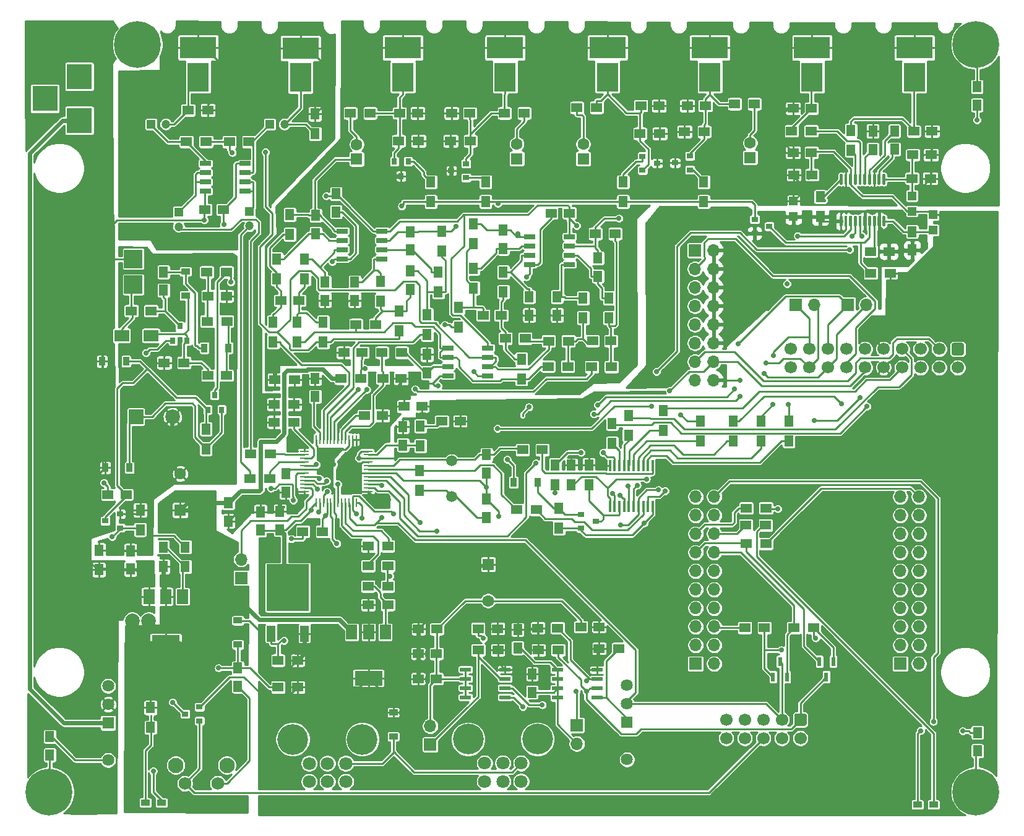
<source format=gtl>
G04 #@! TF.GenerationSoftware,KiCad,Pcbnew,(5.1.6-0-10_14)*
G04 #@! TF.CreationDate,2020-10-12T01:28:03+09:00*
G04 #@! TF.ProjectId,FreeDSP_SMD_AB_plus,46726565-4453-4505-9f53-4d445f41425f,rev?*
G04 #@! TF.SameCoordinates,Original*
G04 #@! TF.FileFunction,Copper,L1,Top*
G04 #@! TF.FilePolarity,Positive*
%FSLAX46Y46*%
G04 Gerber Fmt 4.6, Leading zero omitted, Abs format (unit mm)*
G04 Created by KiCad (PCBNEW (5.1.6-0-10_14)) date 2020-10-12 01:28:03*
%MOMM*%
%LPD*%
G01*
G04 APERTURE LIST*
G04 #@! TA.AperFunction,ComponentPad*
%ADD10C,1.635000*%
G04 #@! TD*
G04 #@! TA.AperFunction,ComponentPad*
%ADD11R,1.635000X1.635000*%
G04 #@! TD*
G04 #@! TA.AperFunction,ComponentPad*
%ADD12R,3.500000X3.500000*%
G04 #@! TD*
G04 #@! TA.AperFunction,SMDPad,CuDef*
%ADD13R,1.200000X0.900000*%
G04 #@! TD*
G04 #@! TA.AperFunction,SMDPad,CuDef*
%ADD14R,1.500000X1.300000*%
G04 #@! TD*
G04 #@! TA.AperFunction,ComponentPad*
%ADD15C,1.500000*%
G04 #@! TD*
G04 #@! TA.AperFunction,SMDPad,CuDef*
%ADD16R,1.550000X0.600000*%
G04 #@! TD*
G04 #@! TA.AperFunction,SMDPad,CuDef*
%ADD17R,0.800000X0.900000*%
G04 #@! TD*
G04 #@! TA.AperFunction,ComponentPad*
%ADD18R,1.700000X1.700000*%
G04 #@! TD*
G04 #@! TA.AperFunction,ComponentPad*
%ADD19O,1.700000X1.700000*%
G04 #@! TD*
G04 #@! TA.AperFunction,SMDPad,CuDef*
%ADD20R,0.900000X1.200000*%
G04 #@! TD*
G04 #@! TA.AperFunction,SMDPad,CuDef*
%ADD21R,1.300000X0.250000*%
G04 #@! TD*
G04 #@! TA.AperFunction,SMDPad,CuDef*
%ADD22R,0.250000X1.300000*%
G04 #@! TD*
G04 #@! TA.AperFunction,SMDPad,CuDef*
%ADD23R,0.900000X0.800000*%
G04 #@! TD*
G04 #@! TA.AperFunction,SMDPad,CuDef*
%ADD24R,3.800000X2.000000*%
G04 #@! TD*
G04 #@! TA.AperFunction,SMDPad,CuDef*
%ADD25R,1.500000X2.000000*%
G04 #@! TD*
G04 #@! TA.AperFunction,ComponentPad*
%ADD26C,6.400000*%
G04 #@! TD*
G04 #@! TA.AperFunction,ComponentPad*
%ADD27C,0.800000*%
G04 #@! TD*
G04 #@! TA.AperFunction,SMDPad,CuDef*
%ADD28R,1.200000X2.200000*%
G04 #@! TD*
G04 #@! TA.AperFunction,SMDPad,CuDef*
%ADD29R,5.800000X6.400000*%
G04 #@! TD*
G04 #@! TA.AperFunction,SMDPad,CuDef*
%ADD30R,2.750000X3.050000*%
G04 #@! TD*
G04 #@! TA.AperFunction,SMDPad,CuDef*
%ADD31R,1.250000X1.500000*%
G04 #@! TD*
G04 #@! TA.AperFunction,SMDPad,CuDef*
%ADD32R,1.500000X1.250000*%
G04 #@! TD*
G04 #@! TA.AperFunction,SMDPad,CuDef*
%ADD33R,1.300000X1.500000*%
G04 #@! TD*
G04 #@! TA.AperFunction,SMDPad,CuDef*
%ADD34R,0.300000X1.600000*%
G04 #@! TD*
G04 #@! TA.AperFunction,SMDPad,CuDef*
%ADD35R,2.500000X2.500000*%
G04 #@! TD*
G04 #@! TA.AperFunction,SMDPad,CuDef*
%ADD36R,2.000000X1.600000*%
G04 #@! TD*
G04 #@! TA.AperFunction,SMDPad,CuDef*
%ADD37R,1.200000X1.200000*%
G04 #@! TD*
G04 #@! TA.AperFunction,ComponentPad*
%ADD38R,3.000000X4.000000*%
G04 #@! TD*
G04 #@! TA.AperFunction,ComponentPad*
%ADD39R,5.000000X3.000000*%
G04 #@! TD*
G04 #@! TA.AperFunction,SMDPad,CuDef*
%ADD40R,0.600000X1.300000*%
G04 #@! TD*
G04 #@! TA.AperFunction,ComponentPad*
%ADD41C,1.700000*%
G04 #@! TD*
G04 #@! TA.AperFunction,ComponentPad*
%ADD42C,1.800000*%
G04 #@! TD*
G04 #@! TA.AperFunction,ComponentPad*
%ADD43C,4.200000*%
G04 #@! TD*
G04 #@! TA.AperFunction,ComponentPad*
%ADD44C,2.100000*%
G04 #@! TD*
G04 #@! TA.AperFunction,ComponentPad*
%ADD45C,1.750000*%
G04 #@! TD*
G04 #@! TA.AperFunction,ComponentPad*
%ADD46C,1.600000*%
G04 #@! TD*
G04 #@! TA.AperFunction,ComponentPad*
%ADD47R,1.600000X1.600000*%
G04 #@! TD*
G04 #@! TA.AperFunction,ComponentPad*
%ADD48C,1.200000*%
G04 #@! TD*
G04 #@! TA.AperFunction,ComponentPad*
%ADD49R,1.200000X1.200000*%
G04 #@! TD*
G04 #@! TA.AperFunction,ComponentPad*
%ADD50R,2.000000X2.000000*%
G04 #@! TD*
G04 #@! TA.AperFunction,ComponentPad*
%ADD51C,2.000000*%
G04 #@! TD*
G04 #@! TA.AperFunction,SMDPad,CuDef*
%ADD52R,1.525000X0.650000*%
G04 #@! TD*
G04 #@! TA.AperFunction,ViaPad*
%ADD53C,0.700000*%
G04 #@! TD*
G04 #@! TA.AperFunction,ViaPad*
%ADD54C,2.000000*%
G04 #@! TD*
G04 #@! TA.AperFunction,Conductor*
%ADD55C,0.250000*%
G04 #@! TD*
G04 #@! TA.AperFunction,Conductor*
%ADD56C,0.600000*%
G04 #@! TD*
G04 #@! TA.AperFunction,Conductor*
%ADD57C,2.500000*%
G04 #@! TD*
G04 #@! TA.AperFunction,Conductor*
%ADD58C,0.254000*%
G04 #@! TD*
G04 APERTURE END LIST*
D10*
X54483200Y-143662000D03*
X54483200Y-133502000D03*
X54483200Y-136042000D03*
D11*
X54483200Y-138582000D03*
D10*
X125483000Y-143585000D03*
X125483000Y-133425000D03*
X125483000Y-135965000D03*
D11*
X125483000Y-138505000D03*
D12*
X50520800Y-56084900D03*
X50520800Y-50084900D03*
X45820800Y-53084900D03*
D13*
X61765560Y-149506120D03*
X59565560Y-149506120D03*
D14*
X60345800Y-82159000D03*
X57645800Y-82159000D03*
D15*
X101502000Y-107565000D03*
X101502000Y-102685000D03*
D16*
X103386000Y-131259000D03*
X103386000Y-132529000D03*
X103386000Y-133799000D03*
X103386000Y-135069000D03*
X108786000Y-135069000D03*
X108786000Y-133799000D03*
X108786000Y-132529000D03*
X108786000Y-131259000D03*
D17*
X95520800Y-61706000D03*
X93620800Y-61706000D03*
X94570800Y-63706000D03*
D18*
X148570000Y-81347800D03*
D19*
X151110000Y-81347800D03*
D18*
X155674000Y-81317300D03*
D19*
X158214000Y-81317300D03*
D18*
X118608000Y-138876000D03*
D19*
X118608000Y-141416000D03*
D20*
X53629700Y-89065300D03*
X56929700Y-89065300D03*
D21*
X81330800Y-101358000D03*
X81330800Y-101858000D03*
X81330800Y-102358000D03*
X81330800Y-102858000D03*
X81330800Y-103358000D03*
X81330800Y-103858000D03*
X81330800Y-104358000D03*
X81330800Y-104858000D03*
X81330800Y-105358000D03*
X81330800Y-105858000D03*
X81330800Y-106358000D03*
X81330800Y-106858000D03*
D22*
X82930800Y-108458000D03*
X83430800Y-108458000D03*
X83930800Y-108458000D03*
X84430800Y-108458000D03*
X84930800Y-108458000D03*
X85430800Y-108458000D03*
X85930800Y-108458000D03*
X86430800Y-108458000D03*
X86930800Y-108458000D03*
X87430800Y-108458000D03*
X87930800Y-108458000D03*
X88430800Y-108458000D03*
D21*
X90030800Y-106858000D03*
X90030800Y-106358000D03*
X90030800Y-105858000D03*
X90030800Y-105358000D03*
X90030800Y-104858000D03*
X90030800Y-104358000D03*
X90030800Y-103858000D03*
X90030800Y-103358000D03*
X90030800Y-102858000D03*
X90030800Y-102358000D03*
X90030800Y-101858000D03*
X90030800Y-101358000D03*
D22*
X88430800Y-99758000D03*
X87930800Y-99758000D03*
X87430800Y-99758000D03*
X86930800Y-99758000D03*
X86430800Y-99758000D03*
X85930800Y-99758000D03*
X85430800Y-99758000D03*
X84930800Y-99758000D03*
X84430800Y-99758000D03*
X83930800Y-99758000D03*
X83430800Y-99758000D03*
X82930800Y-99758000D03*
D16*
X115966000Y-131307000D03*
X115966000Y-132577000D03*
X115966000Y-133847000D03*
X115966000Y-135117000D03*
X121366000Y-135117000D03*
X121366000Y-133847000D03*
X121366000Y-132577000D03*
X121366000Y-131307000D03*
D18*
X98552200Y-141543000D03*
D19*
X98552200Y-139003000D03*
D23*
X103445000Y-63910000D03*
X103445000Y-62010000D03*
X101445000Y-62960000D03*
X134058100Y-62843900D03*
X134058100Y-60943900D03*
X132058100Y-61893900D03*
X127607000Y-60994000D03*
X127607000Y-62894000D03*
X129607000Y-61944000D03*
D17*
X68099100Y-95688900D03*
X69999100Y-95688900D03*
X69049100Y-93688900D03*
D24*
X62357200Y-127569000D03*
D25*
X62357200Y-121269000D03*
X60057200Y-121269000D03*
X64657200Y-121269000D03*
D24*
X90104200Y-132440000D03*
D25*
X90104200Y-126140000D03*
X87804200Y-126140000D03*
X92404200Y-126140000D03*
D26*
X58493900Y-45668400D03*
D27*
X60893900Y-45668400D03*
X60190956Y-47365456D03*
X58493900Y-48068400D03*
X56796844Y-47365456D03*
X56093900Y-45668400D03*
X56796844Y-43971344D03*
X58493900Y-43268400D03*
X60190956Y-43971344D03*
D26*
X173216000Y-45665800D03*
X173238000Y-148013000D03*
X46388200Y-148035700D03*
D28*
X76796800Y-126342000D03*
X81356800Y-126342000D03*
D29*
X79076800Y-120042000D03*
D30*
X80601800Y-118367000D03*
X77551800Y-121717000D03*
X77551800Y-118367000D03*
X80601800Y-121717000D03*
D31*
X82886800Y-69076000D03*
X82886800Y-71576000D03*
D32*
X121651000Y-125432000D03*
X119151000Y-125432000D03*
X78080800Y-80740000D03*
X80580800Y-80740000D03*
D31*
X84156800Y-78220000D03*
X84156800Y-80720000D03*
D32*
X94336800Y-55086000D03*
X96836800Y-55086000D03*
D31*
X95813100Y-71330700D03*
X95813100Y-73830700D03*
X95840800Y-76696000D03*
X95840800Y-79196000D03*
X88220800Y-78220000D03*
X88220800Y-80720000D03*
D32*
X103965000Y-55086000D03*
X101465000Y-55086000D03*
X89510800Y-96488000D03*
X92010800Y-96488000D03*
D31*
X112097000Y-80232000D03*
X112097000Y-82732000D03*
D32*
X127357000Y-54070000D03*
X129857000Y-54070000D03*
D31*
X106255000Y-110438000D03*
X106255000Y-107938000D03*
X106255000Y-101842000D03*
X106255000Y-104342000D03*
X121495000Y-74918000D03*
X121495000Y-77418000D03*
X72218800Y-131052000D03*
X72218800Y-133552000D03*
X110511000Y-125803000D03*
X110511000Y-128303000D03*
D32*
X123273000Y-86274700D03*
X120773000Y-86274700D03*
D31*
X115907000Y-80232000D03*
X115907000Y-82732000D03*
D32*
X136207000Y-54070000D03*
X133707000Y-54070000D03*
D31*
X57515960Y-117507520D03*
X57515960Y-115007520D03*
X70948800Y-108446000D03*
X70948800Y-110946000D03*
D32*
X96898300Y-132521000D03*
X99398300Y-132521000D03*
X96898300Y-129105000D03*
X99398300Y-129105000D03*
X96939700Y-125733000D03*
X99439700Y-125733000D03*
D31*
X75333000Y-112164000D03*
X75333000Y-109664000D03*
X77987300Y-112116000D03*
X77987300Y-109616000D03*
X112474000Y-131878000D03*
X112474000Y-134378000D03*
D32*
X89216800Y-87852000D03*
X86716800Y-87852000D03*
X56934620Y-107306560D03*
X54434620Y-107306560D03*
D33*
X79330800Y-68976000D03*
X79330800Y-71676000D03*
X77044800Y-86408000D03*
X77044800Y-83708000D03*
X77552800Y-75072000D03*
X77552800Y-77772000D03*
D14*
X87632800Y-55086000D03*
X90332800Y-55086000D03*
D33*
X80346800Y-86408000D03*
X80346800Y-83708000D03*
X81362800Y-77772000D03*
X81362800Y-75072000D03*
X123428960Y-100289800D03*
X123428960Y-97589800D03*
X125699720Y-99162040D03*
X125699720Y-96462040D03*
D14*
X94236800Y-58896000D03*
X96936800Y-58896000D03*
D33*
X83902800Y-83708000D03*
X83902800Y-86408000D03*
X98634800Y-64508600D03*
X98634800Y-67208600D03*
X130429200Y-98521960D03*
X130429200Y-95821960D03*
X135560000Y-99985000D03*
X135560000Y-97285000D03*
X140005000Y-99985000D03*
X140005000Y-97285000D03*
X143815000Y-99985000D03*
X143815000Y-97285000D03*
X147625000Y-99985000D03*
X147625000Y-97285000D03*
X100174000Y-71251000D03*
X100174000Y-73951000D03*
X117833340Y-105999720D03*
X117833340Y-103299720D03*
X98126800Y-85392000D03*
X98126800Y-82692000D03*
X99650800Y-76850000D03*
X99650800Y-79550000D03*
D14*
X111415000Y-55086000D03*
X108715000Y-55086000D03*
X88394800Y-84042000D03*
X91094800Y-84042000D03*
D33*
X91776800Y-80820000D03*
X91776800Y-78120000D03*
D14*
X104049000Y-58896000D03*
X101349000Y-58896000D03*
D33*
X94316800Y-82184000D03*
X94316800Y-84884000D03*
X106138000Y-64508600D03*
X106138000Y-67208600D03*
X82796600Y-55202300D03*
X82796600Y-57902300D03*
D14*
X73755440Y-59003380D03*
X71055440Y-59003380D03*
X91950800Y-87852000D03*
X94650800Y-87852000D03*
D33*
X104477000Y-70246000D03*
X104477000Y-72946000D03*
X102445000Y-84376000D03*
X102445000Y-81676000D03*
X104477000Y-76342000D03*
X104477000Y-79042000D03*
D14*
X77218800Y-94964000D03*
X79918800Y-94964000D03*
X118621000Y-54324000D03*
X121321000Y-54324000D03*
X73980300Y-101695000D03*
X76680300Y-101695000D03*
D33*
X97195840Y-97927620D03*
X97195840Y-100627620D03*
X111048000Y-91470200D03*
X111048000Y-88770200D03*
X108541000Y-79550000D03*
X108541000Y-76850000D03*
D14*
X77218800Y-97377000D03*
X79918800Y-97377000D03*
X127257000Y-57880000D03*
X129957000Y-57880000D03*
X108832000Y-85926700D03*
X111532000Y-85926700D03*
D33*
X124939000Y-64508600D03*
X124939000Y-67208600D03*
D14*
X68121720Y-54670140D03*
X65421720Y-54670140D03*
X65177880Y-59003380D03*
X67877880Y-59003380D03*
X73916800Y-105124000D03*
X76616800Y-105124000D03*
X111189980Y-101180080D03*
X113889980Y-101180080D03*
D33*
X97110800Y-104028000D03*
X97110800Y-106728000D03*
D14*
X77725500Y-133682000D03*
X80425500Y-133682000D03*
X121161000Y-71596000D03*
X123861000Y-71596000D03*
X120645000Y-89828100D03*
X123345000Y-89828100D03*
D33*
X123019000Y-80406000D03*
X123019000Y-83106000D03*
D14*
X124360000Y-128394000D03*
X121660000Y-128394000D03*
X116062000Y-128589000D03*
X113362000Y-128589000D03*
X115968000Y-125572000D03*
X113268000Y-125572000D03*
X142911000Y-53816000D03*
X140211000Y-53816000D03*
X114686000Y-89757000D03*
X117386000Y-89757000D03*
D33*
X119463000Y-83106000D03*
X119463000Y-80406000D03*
D14*
X77726800Y-130016000D03*
X80426800Y-130016000D03*
X92759700Y-117070000D03*
X90059700Y-117070000D03*
X136053000Y-57626000D03*
X133353000Y-57626000D03*
X117460000Y-86287400D03*
X114760000Y-86287400D03*
D33*
X135973000Y-64508600D03*
X135973000Y-67208600D03*
X62029500Y-117183000D03*
X62029500Y-114483000D03*
D14*
X90057200Y-122414000D03*
X92757200Y-122414000D03*
D33*
X53197960Y-117607520D03*
X53197960Y-114907520D03*
X65026700Y-117183000D03*
X65026700Y-114483000D03*
D14*
X90029200Y-119869000D03*
X92729200Y-119869000D03*
X105089000Y-125666000D03*
X107789000Y-125666000D03*
X105119000Y-128589000D03*
X107819000Y-128589000D03*
D33*
X67870500Y-101040100D03*
X67870500Y-98340100D03*
D14*
X89062800Y-91408000D03*
X86362800Y-91408000D03*
X70717900Y-83576400D03*
X68017900Y-83576400D03*
D31*
X82810800Y-93884000D03*
X82810800Y-91384000D03*
D32*
X92050800Y-91408000D03*
X94550800Y-91408000D03*
D31*
X98088900Y-88135300D03*
X98088900Y-90635300D03*
X108541000Y-71108000D03*
X108541000Y-73608000D03*
X94824800Y-98032000D03*
X94824800Y-100532000D03*
D32*
X102634300Y-97265940D03*
X100134300Y-97265940D03*
X105767000Y-82772000D03*
X108267000Y-82772000D03*
D18*
X134772600Y-73867460D03*
D19*
X137312600Y-73867460D03*
X134772600Y-76407460D03*
X137312600Y-76407460D03*
X134772600Y-78947460D03*
X137312600Y-78947460D03*
X134772600Y-81487460D03*
X137312600Y-81487460D03*
X134772600Y-84027460D03*
X137312600Y-84027460D03*
X134772600Y-86567460D03*
X137312600Y-86567460D03*
X134772600Y-89107460D03*
X137312600Y-89107460D03*
X134772600Y-91647460D03*
X137312600Y-91647460D03*
D14*
X79969800Y-91592600D03*
X77269800Y-91592600D03*
D32*
X70228980Y-68307400D03*
X67728980Y-68307400D03*
X94959300Y-95237500D03*
X97459300Y-95237500D03*
X115082200Y-68769680D03*
X117582200Y-68769680D03*
D31*
X85668300Y-68611000D03*
X85668300Y-66111000D03*
D34*
X123142000Y-103340000D03*
X123792000Y-103340000D03*
X124442000Y-103340000D03*
X125092000Y-103340000D03*
X125742000Y-103340000D03*
X126392000Y-103340000D03*
X127042000Y-103340000D03*
X127692000Y-103340000D03*
X128342000Y-103340000D03*
X128992000Y-103340000D03*
X128992000Y-108940000D03*
X128342000Y-108940000D03*
X127692000Y-108940000D03*
X127042000Y-108940000D03*
X126392000Y-108940000D03*
X125742000Y-108940000D03*
X125092000Y-108940000D03*
X124442000Y-108940000D03*
X123792000Y-108940000D03*
X123142000Y-108940000D03*
D33*
X60283960Y-139189520D03*
X60283960Y-136489520D03*
D31*
X62069200Y-79337400D03*
X62069200Y-76837400D03*
D32*
X70657200Y-90985500D03*
X68157200Y-90985500D03*
X70654700Y-80119400D03*
X68154700Y-80119400D03*
D31*
X173370000Y-51477000D03*
X173370000Y-53977000D03*
X173426000Y-142387000D03*
X173426000Y-139887000D03*
X46492360Y-142960860D03*
X46492360Y-140460860D03*
D17*
X63341700Y-86245100D03*
X65241700Y-86245100D03*
X64291700Y-84245100D03*
D14*
X83820400Y-112362000D03*
X81120400Y-112362000D03*
X64856800Y-89248200D03*
X62156800Y-89248200D03*
D31*
X78792500Y-104460000D03*
X78792500Y-106960000D03*
D20*
X67630200Y-87228900D03*
X70930200Y-87228900D03*
D13*
X65056200Y-80067600D03*
X65056200Y-76767600D03*
D35*
X57921300Y-75049600D03*
X57921300Y-78549600D03*
D14*
X110356000Y-109375000D03*
X113056000Y-109375000D03*
D20*
X113247000Y-105631000D03*
X109947000Y-105631000D03*
D23*
X119210000Y-110018000D03*
X119210000Y-111918000D03*
X121210000Y-110968000D03*
D33*
X120245000Y-105945000D03*
X120245000Y-103245000D03*
X116158000Y-109214000D03*
X116158000Y-111914000D03*
D13*
X72224100Y-124548000D03*
X72224100Y-127848000D03*
D20*
X57380340Y-103638800D03*
X54080340Y-103638800D03*
D13*
X93492500Y-140432000D03*
X93492500Y-137132000D03*
D14*
X67960700Y-76842800D03*
X70660700Y-76842800D03*
D36*
X56340400Y-85544900D03*
X60340400Y-85544900D03*
D31*
X164503000Y-73817000D03*
X164503000Y-71317000D03*
D32*
X158818000Y-74014800D03*
X161318000Y-74014800D03*
D31*
X159108000Y-57547600D03*
X159108000Y-60047600D03*
D32*
X148305000Y-63517000D03*
X150805000Y-63517000D03*
X150701000Y-60466400D03*
X148201000Y-60466400D03*
X166978000Y-64017300D03*
X164478000Y-64017300D03*
X164582000Y-60796600D03*
X167082000Y-60796600D03*
D31*
X162070000Y-60027300D03*
X162070000Y-57527300D03*
D32*
X164716000Y-57568300D03*
X167216000Y-57568300D03*
X150701260Y-54439000D03*
X148201260Y-54439000D03*
D37*
X167353000Y-68999800D03*
X167353000Y-71099800D03*
X148265000Y-69232900D03*
X148265000Y-67132900D03*
X164463000Y-68504000D03*
X164463000Y-66404000D03*
G04 #@! TA.AperFunction,SMDPad,CuDef*
G36*
G01*
X160529000Y-69126800D02*
X160729000Y-69126800D01*
G75*
G02*
X160829000Y-69226800I0J-100000D01*
G01*
X160829000Y-70501800D01*
G75*
G02*
X160729000Y-70601800I-100000J0D01*
G01*
X160529000Y-70601800D01*
G75*
G02*
X160429000Y-70501800I0J100000D01*
G01*
X160429000Y-69226800D01*
G75*
G02*
X160529000Y-69126800I100000J0D01*
G01*
G37*
G04 #@! TD.AperFunction*
G04 #@! TA.AperFunction,SMDPad,CuDef*
G36*
G01*
X159879000Y-69126800D02*
X160079000Y-69126800D01*
G75*
G02*
X160179000Y-69226800I0J-100000D01*
G01*
X160179000Y-70501800D01*
G75*
G02*
X160079000Y-70601800I-100000J0D01*
G01*
X159879000Y-70601800D01*
G75*
G02*
X159779000Y-70501800I0J100000D01*
G01*
X159779000Y-69226800D01*
G75*
G02*
X159879000Y-69126800I100000J0D01*
G01*
G37*
G04 #@! TD.AperFunction*
G04 #@! TA.AperFunction,SMDPad,CuDef*
G36*
G01*
X159229000Y-69126800D02*
X159429000Y-69126800D01*
G75*
G02*
X159529000Y-69226800I0J-100000D01*
G01*
X159529000Y-70501800D01*
G75*
G02*
X159429000Y-70601800I-100000J0D01*
G01*
X159229000Y-70601800D01*
G75*
G02*
X159129000Y-70501800I0J100000D01*
G01*
X159129000Y-69226800D01*
G75*
G02*
X159229000Y-69126800I100000J0D01*
G01*
G37*
G04 #@! TD.AperFunction*
G04 #@! TA.AperFunction,SMDPad,CuDef*
G36*
G01*
X158579000Y-69126800D02*
X158779000Y-69126800D01*
G75*
G02*
X158879000Y-69226800I0J-100000D01*
G01*
X158879000Y-70501800D01*
G75*
G02*
X158779000Y-70601800I-100000J0D01*
G01*
X158579000Y-70601800D01*
G75*
G02*
X158479000Y-70501800I0J100000D01*
G01*
X158479000Y-69226800D01*
G75*
G02*
X158579000Y-69126800I100000J0D01*
G01*
G37*
G04 #@! TD.AperFunction*
G04 #@! TA.AperFunction,SMDPad,CuDef*
G36*
G01*
X157929000Y-69126800D02*
X158129000Y-69126800D01*
G75*
G02*
X158229000Y-69226800I0J-100000D01*
G01*
X158229000Y-70501800D01*
G75*
G02*
X158129000Y-70601800I-100000J0D01*
G01*
X157929000Y-70601800D01*
G75*
G02*
X157829000Y-70501800I0J100000D01*
G01*
X157829000Y-69226800D01*
G75*
G02*
X157929000Y-69126800I100000J0D01*
G01*
G37*
G04 #@! TD.AperFunction*
G04 #@! TA.AperFunction,SMDPad,CuDef*
G36*
G01*
X157279000Y-69126800D02*
X157479000Y-69126800D01*
G75*
G02*
X157579000Y-69226800I0J-100000D01*
G01*
X157579000Y-70501800D01*
G75*
G02*
X157479000Y-70601800I-100000J0D01*
G01*
X157279000Y-70601800D01*
G75*
G02*
X157179000Y-70501800I0J100000D01*
G01*
X157179000Y-69226800D01*
G75*
G02*
X157279000Y-69126800I100000J0D01*
G01*
G37*
G04 #@! TD.AperFunction*
G04 #@! TA.AperFunction,SMDPad,CuDef*
G36*
G01*
X156629000Y-69126800D02*
X156829000Y-69126800D01*
G75*
G02*
X156929000Y-69226800I0J-100000D01*
G01*
X156929000Y-70501800D01*
G75*
G02*
X156829000Y-70601800I-100000J0D01*
G01*
X156629000Y-70601800D01*
G75*
G02*
X156529000Y-70501800I0J100000D01*
G01*
X156529000Y-69226800D01*
G75*
G02*
X156629000Y-69126800I100000J0D01*
G01*
G37*
G04 #@! TD.AperFunction*
G04 #@! TA.AperFunction,SMDPad,CuDef*
G36*
G01*
X155979000Y-69126800D02*
X156179000Y-69126800D01*
G75*
G02*
X156279000Y-69226800I0J-100000D01*
G01*
X156279000Y-70501800D01*
G75*
G02*
X156179000Y-70601800I-100000J0D01*
G01*
X155979000Y-70601800D01*
G75*
G02*
X155879000Y-70501800I0J100000D01*
G01*
X155879000Y-69226800D01*
G75*
G02*
X155979000Y-69126800I100000J0D01*
G01*
G37*
G04 #@! TD.AperFunction*
G04 #@! TA.AperFunction,SMDPad,CuDef*
G36*
G01*
X155329000Y-69126800D02*
X155529000Y-69126800D01*
G75*
G02*
X155629000Y-69226800I0J-100000D01*
G01*
X155629000Y-70501800D01*
G75*
G02*
X155529000Y-70601800I-100000J0D01*
G01*
X155329000Y-70601800D01*
G75*
G02*
X155229000Y-70501800I0J100000D01*
G01*
X155229000Y-69226800D01*
G75*
G02*
X155329000Y-69126800I100000J0D01*
G01*
G37*
G04 #@! TD.AperFunction*
G04 #@! TA.AperFunction,SMDPad,CuDef*
G36*
G01*
X154679000Y-69126800D02*
X154879000Y-69126800D01*
G75*
G02*
X154979000Y-69226800I0J-100000D01*
G01*
X154979000Y-70501800D01*
G75*
G02*
X154879000Y-70601800I-100000J0D01*
G01*
X154679000Y-70601800D01*
G75*
G02*
X154579000Y-70501800I0J100000D01*
G01*
X154579000Y-69226800D01*
G75*
G02*
X154679000Y-69126800I100000J0D01*
G01*
G37*
G04 #@! TD.AperFunction*
G04 #@! TA.AperFunction,SMDPad,CuDef*
G36*
G01*
X154679000Y-63401800D02*
X154879000Y-63401800D01*
G75*
G02*
X154979000Y-63501800I0J-100000D01*
G01*
X154979000Y-64776800D01*
G75*
G02*
X154879000Y-64876800I-100000J0D01*
G01*
X154679000Y-64876800D01*
G75*
G02*
X154579000Y-64776800I0J100000D01*
G01*
X154579000Y-63501800D01*
G75*
G02*
X154679000Y-63401800I100000J0D01*
G01*
G37*
G04 #@! TD.AperFunction*
G04 #@! TA.AperFunction,SMDPad,CuDef*
G36*
G01*
X155329000Y-63401800D02*
X155529000Y-63401800D01*
G75*
G02*
X155629000Y-63501800I0J-100000D01*
G01*
X155629000Y-64776800D01*
G75*
G02*
X155529000Y-64876800I-100000J0D01*
G01*
X155329000Y-64876800D01*
G75*
G02*
X155229000Y-64776800I0J100000D01*
G01*
X155229000Y-63501800D01*
G75*
G02*
X155329000Y-63401800I100000J0D01*
G01*
G37*
G04 #@! TD.AperFunction*
G04 #@! TA.AperFunction,SMDPad,CuDef*
G36*
G01*
X155979000Y-63401800D02*
X156179000Y-63401800D01*
G75*
G02*
X156279000Y-63501800I0J-100000D01*
G01*
X156279000Y-64776800D01*
G75*
G02*
X156179000Y-64876800I-100000J0D01*
G01*
X155979000Y-64876800D01*
G75*
G02*
X155879000Y-64776800I0J100000D01*
G01*
X155879000Y-63501800D01*
G75*
G02*
X155979000Y-63401800I100000J0D01*
G01*
G37*
G04 #@! TD.AperFunction*
G04 #@! TA.AperFunction,SMDPad,CuDef*
G36*
G01*
X156629000Y-63401800D02*
X156829000Y-63401800D01*
G75*
G02*
X156929000Y-63501800I0J-100000D01*
G01*
X156929000Y-64776800D01*
G75*
G02*
X156829000Y-64876800I-100000J0D01*
G01*
X156629000Y-64876800D01*
G75*
G02*
X156529000Y-64776800I0J100000D01*
G01*
X156529000Y-63501800D01*
G75*
G02*
X156629000Y-63401800I100000J0D01*
G01*
G37*
G04 #@! TD.AperFunction*
G04 #@! TA.AperFunction,SMDPad,CuDef*
G36*
G01*
X157279000Y-63401800D02*
X157479000Y-63401800D01*
G75*
G02*
X157579000Y-63501800I0J-100000D01*
G01*
X157579000Y-64776800D01*
G75*
G02*
X157479000Y-64876800I-100000J0D01*
G01*
X157279000Y-64876800D01*
G75*
G02*
X157179000Y-64776800I0J100000D01*
G01*
X157179000Y-63501800D01*
G75*
G02*
X157279000Y-63401800I100000J0D01*
G01*
G37*
G04 #@! TD.AperFunction*
G04 #@! TA.AperFunction,SMDPad,CuDef*
G36*
G01*
X157929000Y-63401800D02*
X158129000Y-63401800D01*
G75*
G02*
X158229000Y-63501800I0J-100000D01*
G01*
X158229000Y-64776800D01*
G75*
G02*
X158129000Y-64876800I-100000J0D01*
G01*
X157929000Y-64876800D01*
G75*
G02*
X157829000Y-64776800I0J100000D01*
G01*
X157829000Y-63501800D01*
G75*
G02*
X157929000Y-63401800I100000J0D01*
G01*
G37*
G04 #@! TD.AperFunction*
G04 #@! TA.AperFunction,SMDPad,CuDef*
G36*
G01*
X158579000Y-63401800D02*
X158779000Y-63401800D01*
G75*
G02*
X158879000Y-63501800I0J-100000D01*
G01*
X158879000Y-64776800D01*
G75*
G02*
X158779000Y-64876800I-100000J0D01*
G01*
X158579000Y-64876800D01*
G75*
G02*
X158479000Y-64776800I0J100000D01*
G01*
X158479000Y-63501800D01*
G75*
G02*
X158579000Y-63401800I100000J0D01*
G01*
G37*
G04 #@! TD.AperFunction*
G04 #@! TA.AperFunction,SMDPad,CuDef*
G36*
G01*
X159229000Y-63401800D02*
X159429000Y-63401800D01*
G75*
G02*
X159529000Y-63501800I0J-100000D01*
G01*
X159529000Y-64776800D01*
G75*
G02*
X159429000Y-64876800I-100000J0D01*
G01*
X159229000Y-64876800D01*
G75*
G02*
X159129000Y-64776800I0J100000D01*
G01*
X159129000Y-63501800D01*
G75*
G02*
X159229000Y-63401800I100000J0D01*
G01*
G37*
G04 #@! TD.AperFunction*
G04 #@! TA.AperFunction,SMDPad,CuDef*
G36*
G01*
X159879000Y-63401800D02*
X160079000Y-63401800D01*
G75*
G02*
X160179000Y-63501800I0J-100000D01*
G01*
X160179000Y-64776800D01*
G75*
G02*
X160079000Y-64876800I-100000J0D01*
G01*
X159879000Y-64876800D01*
G75*
G02*
X159779000Y-64776800I0J100000D01*
G01*
X159779000Y-63501800D01*
G75*
G02*
X159879000Y-63401800I100000J0D01*
G01*
G37*
G04 #@! TD.AperFunction*
G04 #@! TA.AperFunction,SMDPad,CuDef*
G36*
G01*
X160529000Y-63401800D02*
X160729000Y-63401800D01*
G75*
G02*
X160829000Y-63501800I0J-100000D01*
G01*
X160829000Y-64776800D01*
G75*
G02*
X160729000Y-64876800I-100000J0D01*
G01*
X160529000Y-64876800D01*
G75*
G02*
X160429000Y-64776800I0J100000D01*
G01*
X160429000Y-63501800D01*
G75*
G02*
X160529000Y-63401800I100000J0D01*
G01*
G37*
G04 #@! TD.AperFunction*
D19*
X72672100Y-116174000D03*
D18*
X72672100Y-118714000D03*
D38*
X150805000Y-50132000D03*
D39*
X150805000Y-46132000D03*
D38*
X164805000Y-50132000D03*
D39*
X164805000Y-46132000D03*
D23*
X142947080Y-69633240D03*
X142947080Y-71533240D03*
X144947080Y-70583240D03*
D40*
X153703000Y-130171000D03*
X151803000Y-130171000D03*
X152753000Y-132271000D03*
X145463000Y-132271000D03*
X147363000Y-132271000D03*
X146413000Y-130171000D03*
D14*
X92729200Y-114363000D03*
X90029200Y-114363000D03*
X141789000Y-109171000D03*
X144489000Y-109171000D03*
X161540000Y-76999300D03*
X158840000Y-76999300D03*
D33*
X151927760Y-69230680D03*
X151927760Y-66530680D03*
D14*
X141789000Y-114020000D03*
X144489000Y-114020000D03*
X151012000Y-125554000D03*
X148312000Y-125554000D03*
X144439000Y-111495000D03*
X141739000Y-111495000D03*
X141584000Y-125539000D03*
X144284000Y-125539000D03*
X150689500Y-57532720D03*
X147989500Y-57532720D03*
D33*
X156114000Y-60157800D03*
X156114000Y-57457800D03*
D41*
X139042000Y-140662000D03*
X141582000Y-140662000D03*
X144122000Y-140662000D03*
X146662000Y-140662000D03*
X149202000Y-140662000D03*
X139042000Y-138122000D03*
X141582000Y-138122000D03*
X144122000Y-138122000D03*
X146662000Y-138122000D03*
G04 #@! TA.AperFunction,ComponentPad*
G36*
G01*
X148602000Y-137272000D02*
X149802000Y-137272000D01*
G75*
G02*
X150052000Y-137522000I0J-250000D01*
G01*
X150052000Y-138722000D01*
G75*
G02*
X149802000Y-138972000I-250000J0D01*
G01*
X148602000Y-138972000D01*
G75*
G02*
X148352000Y-138722000I0J250000D01*
G01*
X148352000Y-137522000D01*
G75*
G02*
X148602000Y-137272000I250000J0D01*
G01*
G37*
G04 #@! TD.AperFunction*
D19*
X137402000Y-107614000D03*
X134862000Y-107614000D03*
X137402000Y-110154000D03*
X134862000Y-110154000D03*
X137402000Y-112694000D03*
X134862000Y-112694000D03*
X137402000Y-115234000D03*
X134862000Y-115234000D03*
X137402000Y-117774000D03*
X134862000Y-117774000D03*
X137402000Y-120314000D03*
X134862000Y-120314000D03*
X137402000Y-122854000D03*
X134862000Y-122854000D03*
X137402000Y-125394000D03*
X134862000Y-125394000D03*
X137402000Y-127934000D03*
X134862000Y-127934000D03*
X137402000Y-130474000D03*
D18*
X134862000Y-130474000D03*
D19*
X165402000Y-107614000D03*
X162862000Y-107614000D03*
X165402000Y-110154000D03*
X162862000Y-110154000D03*
X165402000Y-112694000D03*
X162862000Y-112694000D03*
X165402000Y-115234000D03*
X162862000Y-115234000D03*
X165402000Y-117774000D03*
X162862000Y-117774000D03*
X165402000Y-120314000D03*
X162862000Y-120314000D03*
X165402000Y-122854000D03*
X162862000Y-122854000D03*
X165402000Y-125394000D03*
X162862000Y-125394000D03*
X165402000Y-127934000D03*
X162862000Y-127934000D03*
X165402000Y-130474000D03*
D18*
X162862000Y-130474000D03*
D42*
X86983200Y-146616000D03*
X84483200Y-146616000D03*
X81983200Y-146616000D03*
X86983200Y-144116000D03*
X84483200Y-144116000D03*
X81983200Y-144116000D03*
D43*
X89233200Y-140816000D03*
X79733200Y-140816000D03*
D42*
X110983000Y-146583000D03*
X108483000Y-146583000D03*
X105983000Y-146583000D03*
X110983000Y-144083000D03*
X108483000Y-144083000D03*
X105983000Y-144083000D03*
D43*
X113233000Y-140783000D03*
X103733000Y-140783000D03*
D44*
X70733200Y-144374000D03*
D45*
X69483200Y-146864000D03*
X64983200Y-146864000D03*
D44*
X63723200Y-144374000D03*
D13*
X167412000Y-149768000D03*
X165212000Y-149768000D03*
D33*
X115654020Y-105946380D03*
X115654020Y-103246380D03*
D23*
X66976700Y-138289520D03*
X66976700Y-136389520D03*
X64976700Y-137339520D03*
X56094580Y-111858320D03*
X56094580Y-109958320D03*
X54094580Y-110908320D03*
D33*
X58859620Y-109433820D03*
X58859620Y-112133820D03*
D46*
X88474800Y-59366600D03*
D47*
X88474800Y-61366600D03*
X110395000Y-61310700D03*
D46*
X110395000Y-59310700D03*
D48*
X64127580Y-70619820D03*
D49*
X64127580Y-68619820D03*
X76586300Y-56598000D03*
D48*
X78586300Y-56598000D03*
D49*
X73835460Y-68533460D03*
D48*
X73835460Y-70533460D03*
D46*
X119491000Y-59328500D03*
D47*
X119491000Y-61328500D03*
D48*
X62370920Y-56598000D03*
D49*
X60370920Y-56598000D03*
D47*
X142323000Y-61163400D03*
D46*
X142323000Y-59163400D03*
X64344800Y-104442000D03*
D47*
X64344800Y-109442000D03*
X106474000Y-116854000D03*
D46*
X106474000Y-121854000D03*
D50*
X58279500Y-96662400D03*
D51*
X63279500Y-96662400D03*
G04 #@! TA.AperFunction,ComponentPad*
G36*
G01*
X170126000Y-86530300D02*
X171326000Y-86530300D01*
G75*
G02*
X171576000Y-86780300I0J-250000D01*
G01*
X171576000Y-87980300D01*
G75*
G02*
X171326000Y-88230300I-250000J0D01*
G01*
X170126000Y-88230300D01*
G75*
G02*
X169876000Y-87980300I0J250000D01*
G01*
X169876000Y-86780300D01*
G75*
G02*
X170126000Y-86530300I250000J0D01*
G01*
G37*
G04 #@! TD.AperFunction*
D41*
X168186000Y-87380300D03*
X165646000Y-87380300D03*
X163106000Y-87380300D03*
X160566000Y-87380300D03*
X158026000Y-87380300D03*
X155486000Y-87380300D03*
X152946000Y-87380300D03*
X150406000Y-87380300D03*
X147866000Y-87380300D03*
X170726000Y-89920300D03*
X168186000Y-89920300D03*
X165646000Y-89920300D03*
X163106000Y-89920300D03*
X160566000Y-89920300D03*
X158026000Y-89920300D03*
X155486000Y-89920300D03*
X152946000Y-89920300D03*
X150406000Y-89920300D03*
X147866000Y-89920300D03*
D39*
X108805000Y-46132000D03*
D38*
X108805000Y-50132000D03*
X80804800Y-50196000D03*
D39*
X80804800Y-46196000D03*
X122805000Y-46132000D03*
D38*
X122805000Y-50132000D03*
D39*
X66804800Y-46132000D03*
D38*
X66804800Y-50132000D03*
X136805000Y-50132000D03*
D39*
X136805000Y-46132000D03*
D52*
X86524800Y-71215000D03*
X86524800Y-72485000D03*
X86524800Y-73755000D03*
X86524800Y-75025000D03*
X91948800Y-75025000D03*
X91948800Y-73755000D03*
X91948800Y-72485000D03*
X91948800Y-71215000D03*
X67770660Y-65772480D03*
X67770660Y-64502480D03*
X67770660Y-63232480D03*
X67770660Y-61962480D03*
X73194660Y-61962480D03*
X73194660Y-63232480D03*
X73194660Y-64502480D03*
X73194660Y-65772480D03*
X106427000Y-87217000D03*
X106427000Y-88487000D03*
X106427000Y-89757000D03*
X106427000Y-91027000D03*
X101003000Y-91027000D03*
X101003000Y-89757000D03*
X101003000Y-88487000D03*
X101003000Y-87217000D03*
X112179000Y-71977000D03*
X112179000Y-73247000D03*
X112179000Y-74517000D03*
X112179000Y-75787000D03*
X117603000Y-75787000D03*
X117603000Y-74517000D03*
X117603000Y-73247000D03*
X117603000Y-71977000D03*
D39*
X94804800Y-46132000D03*
D38*
X94804800Y-50132000D03*
D53*
X93039300Y-118469500D03*
X171402300Y-139689300D03*
X92847400Y-107997000D03*
X127851100Y-111182600D03*
X91906500Y-94828600D03*
X77014300Y-107425000D03*
X89864200Y-94842100D03*
X90887800Y-107664000D03*
X85147900Y-75435500D03*
X81891100Y-99058500D03*
X79605100Y-99073700D03*
X160098940Y-71436680D03*
X111717020Y-77499660D03*
X99613920Y-92434200D03*
X129268420Y-74880920D03*
X153573800Y-69864300D03*
X80767120Y-109033760D03*
X173360280Y-56021420D03*
X60650320Y-145175420D03*
X122194520Y-101553460D03*
X140965120Y-91639840D03*
X53883760Y-105686040D03*
X71488500Y-74741220D03*
X70325180Y-70329880D03*
X89984780Y-99612900D03*
X112033960Y-95339520D03*
X106230000Y-106348350D03*
X107957820Y-110263120D03*
X72501960Y-110923520D03*
X117503985Y-98939160D03*
X117508220Y-95485400D03*
X88776600Y-102351000D03*
X85317800Y-103180000D03*
X87128800Y-113424000D03*
X81356800Y-128596000D03*
X113423900Y-116961100D03*
X114919960Y-115487898D03*
X124373840Y-69493580D03*
X96498700Y-92859600D03*
X89861100Y-92936600D03*
X100566000Y-84059800D03*
X88726900Y-92920500D03*
D54*
X63783960Y-133339520D03*
X62533960Y-131089520D03*
X67283960Y-124589520D03*
X57783960Y-127089520D03*
X67283960Y-127089520D03*
X57783960Y-124589520D03*
X60033960Y-124589520D03*
X67283960Y-122089520D03*
X66533960Y-133339520D03*
X67283960Y-129589520D03*
X65033960Y-131089520D03*
X57783960Y-129589520D03*
X61033960Y-133339520D03*
X58283960Y-133339520D03*
X62533960Y-124589520D03*
X65033960Y-124589520D03*
X59783960Y-131089520D03*
D53*
X147368600Y-78465300D03*
X83394800Y-105124000D03*
X140215820Y-92841260D03*
X121480780Y-95056140D03*
X144466295Y-89304095D03*
X84359900Y-105452000D03*
X144236640Y-90700040D03*
X120955000Y-96275340D03*
X140952420Y-93882660D03*
X83147400Y-106524200D03*
X107754620Y-98264160D03*
X128795980Y-95175520D03*
X124518000Y-107386000D03*
X83287900Y-109731000D03*
X123508000Y-107187000D03*
X84431900Y-106938000D03*
X157374300Y-94017000D03*
X129789500Y-106676700D03*
X124589000Y-111440000D03*
X157619900Y-71898960D03*
X84229140Y-110194540D03*
X151122580Y-97177040D03*
X85932500Y-105888000D03*
X126870000Y-106038000D03*
X115638780Y-107067800D03*
X91906000Y-110490000D03*
X119924000Y-134284000D03*
X113889000Y-136087000D03*
X88481100Y-109961000D03*
X93517920Y-109963400D03*
X156227980Y-71914200D03*
X113037820Y-103016500D03*
X155948580Y-73755700D03*
X129527500Y-90458740D03*
X125635000Y-106153000D03*
X91947800Y-106085000D03*
X99461000Y-112296400D03*
X97167900Y-111141960D03*
X159465000Y-65585800D03*
X155438000Y-65645500D03*
X96575100Y-87589600D03*
X89721900Y-72566300D03*
X92686100Y-63722000D03*
X101431000Y-64296000D03*
X86196400Y-83904800D03*
X85076300Y-88334600D03*
X100324000Y-81588400D03*
X77273600Y-88976400D03*
X113990320Y-82737140D03*
X89787753Y-76198253D03*
X102059000Y-70604600D03*
X110573000Y-71628200D03*
X84334800Y-66408500D03*
X118613120Y-70489260D03*
X67627704Y-69706322D03*
X89189800Y-110570000D03*
X82251600Y-109462000D03*
X104520000Y-90480100D03*
X89597500Y-90040000D03*
X78526600Y-127317000D03*
X85777500Y-114016000D03*
X119914000Y-132816000D03*
X118524000Y-134248000D03*
X105830800Y-127003300D03*
X111209000Y-136359000D03*
X158327300Y-95232600D03*
X130693500Y-106811700D03*
X74892100Y-94967240D03*
X73289360Y-94949460D03*
X61582500Y-68449640D03*
X61564720Y-70895660D03*
X71468182Y-60484200D03*
X76022400Y-60428320D03*
X131330900Y-93105420D03*
X128130500Y-105180580D03*
X132814260Y-96392180D03*
X154850600Y-94900500D03*
X140683180Y-86689380D03*
X145471080Y-94969780D03*
X145524205Y-88246185D03*
X147561500Y-94969780D03*
X79808400Y-108097000D03*
X59668900Y-87896900D03*
X76744400Y-106447000D03*
X79567900Y-113375000D03*
X146101000Y-109250000D03*
X82940100Y-103214000D03*
X69598740Y-131060640D03*
X107801000Y-67463900D03*
X109075420Y-102483100D03*
X94650760Y-67824800D03*
X71254820Y-78226100D03*
X167401440Y-138360600D03*
X165661540Y-139622980D03*
X146576900Y-128605800D03*
X151299000Y-126947300D03*
X148848180Y-71889900D03*
X119179540Y-101545840D03*
X63291920Y-135744400D03*
X55033960Y-113089520D03*
D55*
X92711500Y-118469500D02*
X92711500Y-117119000D01*
X92711500Y-117119000D02*
X92759700Y-117070000D01*
X92729200Y-119869000D02*
X92711500Y-119852000D01*
X92711500Y-119852000D02*
X92711500Y-118469500D01*
X93039300Y-118469500D02*
X92711500Y-118469500D01*
X173426000Y-139887000D02*
X172475700Y-139887000D01*
X171402300Y-139689300D02*
X172278000Y-139689300D01*
X172278000Y-139689300D02*
X172475700Y-139887000D01*
X119151000Y-125432000D02*
X119151000Y-124481700D01*
X106474000Y-121854000D02*
X116523300Y-121854000D01*
X116523300Y-121854000D02*
X119151000Y-124481700D01*
X106474000Y-121854000D02*
X103318000Y-121854000D01*
X103318000Y-121854000D02*
X99439700Y-125733000D01*
X128992000Y-108940000D02*
X128992000Y-110065300D01*
X123070000Y-112865000D02*
X126192300Y-112865000D01*
X126192300Y-112865000D02*
X128992000Y-110065300D01*
X115966000Y-132577000D02*
X115966000Y-131307000D01*
X115966000Y-133847000D02*
X115966000Y-132577000D01*
X99398300Y-129105000D02*
X99398300Y-132521000D01*
X99439700Y-125733000D02*
X99439700Y-128804000D01*
X99439700Y-128804000D02*
X99398300Y-128845000D01*
X99398300Y-128845000D02*
X99398300Y-129105000D01*
X158029000Y-68719000D02*
X158029000Y-69864300D01*
X154779000Y-69864300D02*
X154779000Y-68781300D01*
X154779000Y-68781300D02*
X155006000Y-68553800D01*
X155006000Y-68553800D02*
X157922000Y-68553800D01*
X157922000Y-68553800D02*
X158029000Y-68660300D01*
X158029000Y-68660300D02*
X158029000Y-68719000D01*
X115966000Y-135117000D02*
X115966000Y-133847000D01*
X141584000Y-125539000D02*
X137547000Y-125539000D01*
X137547000Y-125539000D02*
X137402000Y-125394000D01*
X50815300Y-50379400D02*
X50520800Y-50084900D01*
X69483200Y-146864000D02*
X70720600Y-146864000D01*
X70720600Y-146864000D02*
X73825300Y-143759000D01*
X73825300Y-143759000D02*
X73825300Y-135158000D01*
X73825300Y-135158000D02*
X72218800Y-133552000D01*
X119210000Y-111918000D02*
X119210000Y-112257000D01*
X119210000Y-112257000D02*
X119818000Y-112865000D01*
X119818000Y-112865000D02*
X123070000Y-112865000D01*
X72348700Y-133682000D02*
X72218800Y-133552000D01*
X118608000Y-141416000D02*
X115966000Y-138775000D01*
X115966000Y-138775000D02*
X115966000Y-135117000D01*
X103386000Y-133799000D02*
X103386000Y-132529000D01*
X103386000Y-133799000D02*
X103386000Y-135069000D01*
X103386000Y-131259000D02*
X103386000Y-132529000D01*
X99398300Y-132521000D02*
X103378000Y-132521000D01*
X103378000Y-132521000D02*
X103386000Y-132529000D01*
X98552200Y-139003000D02*
X98552200Y-133367000D01*
X98552200Y-133367000D02*
X99398300Y-132521000D01*
X112474000Y-134378000D02*
X115435000Y-134378000D01*
X115435000Y-134378000D02*
X115966000Y-133847000D01*
X110511000Y-128303000D02*
X110856000Y-128303000D01*
X110856000Y-128303000D02*
X112812000Y-130258000D01*
X112812000Y-130258000D02*
X114917000Y-130258000D01*
X114917000Y-130258000D02*
X115966000Y-131307000D01*
X158029000Y-69864300D02*
X158029000Y-68719000D01*
X158029000Y-68719000D02*
X158217000Y-68530900D01*
X158217000Y-68530900D02*
X159784000Y-68530900D01*
X159784000Y-68530900D02*
X159979000Y-68725700D01*
X159979000Y-68725700D02*
X159979000Y-69864300D01*
X154779000Y-69864300D02*
X153573800Y-69864300D01*
X161318000Y-74014800D02*
X164306000Y-74014800D01*
X164306000Y-74014800D02*
X164503000Y-73817000D01*
X159979000Y-69864300D02*
X159979000Y-70552900D01*
X159979000Y-70552900D02*
X161318000Y-71892600D01*
X161318000Y-71892600D02*
X161318000Y-74014800D01*
X94550800Y-91408000D02*
X96410800Y-91408000D01*
X96410800Y-91408000D02*
X97088100Y-92085400D01*
X97088100Y-92085400D02*
X98856600Y-92085400D01*
X98856600Y-92085400D02*
X99915000Y-91027000D01*
X99915000Y-91027000D02*
X101003000Y-91027000D01*
X116158000Y-111914000D02*
X119206000Y-111914000D01*
X119206000Y-111914000D02*
X119210000Y-111918000D01*
D56*
X77014300Y-107425000D02*
X77987300Y-108398000D01*
X77987300Y-108398000D02*
X77987300Y-109616000D01*
D55*
X81330800Y-104358000D02*
X80430800Y-104358000D01*
X80430800Y-104358000D02*
X80192500Y-104596000D01*
X80192500Y-104596000D02*
X80192500Y-106620000D01*
X80192500Y-106620000D02*
X80430800Y-106858000D01*
X80430800Y-106858000D02*
X81330800Y-106858000D01*
X90030800Y-102858000D02*
X89266600Y-102858000D01*
X89266600Y-102858000D02*
X88876500Y-103248000D01*
X88876500Y-103248000D02*
X88876500Y-104104000D01*
X92386300Y-95237500D02*
X92315500Y-95237500D01*
X92315500Y-95237500D02*
X91906500Y-94828600D01*
X94550800Y-91408000D02*
X94550800Y-91922700D01*
X94550800Y-91922700D02*
X92386300Y-94087200D01*
X92386300Y-94087200D02*
X92386300Y-95237500D01*
X90030800Y-106858000D02*
X89130800Y-106858000D01*
X89130800Y-106858000D02*
X88823000Y-106550000D01*
X88823000Y-106550000D02*
X88823000Y-104157000D01*
X88823000Y-104157000D02*
X88876500Y-104104000D01*
D56*
X63279500Y-96662400D02*
X63248800Y-96693100D01*
X63248800Y-96693100D02*
X63248800Y-103346000D01*
X63248800Y-103346000D02*
X64344800Y-104442000D01*
D55*
X94425800Y-91408000D02*
X94550800Y-91408000D01*
X85930800Y-99758000D02*
X85930800Y-98033800D01*
X85930800Y-98033800D02*
X85909400Y-98012400D01*
X85909400Y-98012400D02*
X85909400Y-97768200D01*
X85909400Y-97768200D02*
X88835500Y-94842100D01*
X88835500Y-94842100D02*
X89864200Y-94842100D01*
X88876500Y-104104000D02*
X89130800Y-104358000D01*
X89130800Y-104358000D02*
X90030800Y-104358000D01*
X99314700Y-125733000D02*
X99439700Y-125733000D01*
X81891100Y-99058500D02*
X81891100Y-98563500D01*
X81891100Y-98563500D02*
X81906400Y-98548300D01*
X81906400Y-98548300D02*
X81906400Y-95931700D01*
X90887800Y-107664000D02*
X90836800Y-107664000D01*
X90836800Y-107664000D02*
X90030800Y-106858000D01*
X85147900Y-75435500D02*
X85437000Y-75146400D01*
X85437000Y-75146400D02*
X85437000Y-75025000D01*
X85437000Y-75025000D02*
X86524800Y-75025000D01*
X79465400Y-98608900D02*
X79465400Y-98934000D01*
X79465400Y-98934000D02*
X79605100Y-99073700D01*
X92386300Y-95237500D02*
X92010800Y-95613000D01*
X92010800Y-95613000D02*
X92010800Y-96488000D01*
X85668300Y-68611000D02*
X86543300Y-68611000D01*
X86543300Y-68611000D02*
X88398800Y-70466500D01*
X88398800Y-70466500D02*
X88398800Y-74219000D01*
X88398800Y-74219000D02*
X87592800Y-75025000D01*
X87592800Y-75025000D02*
X86524800Y-75025000D01*
X94959300Y-95237500D02*
X92386300Y-95237500D01*
X115082200Y-69477200D02*
X115082200Y-68769680D01*
X113599160Y-70960240D02*
X115082200Y-69477200D01*
X113599160Y-75465120D02*
X113599160Y-70960240D01*
X113277280Y-75787000D02*
X113599160Y-75465120D01*
X112179000Y-75787000D02*
X113277280Y-75787000D01*
X112179000Y-77037680D02*
X111717020Y-77499660D01*
X112179000Y-75787000D02*
X112179000Y-77037680D01*
X99205400Y-92434200D02*
X98856600Y-92085400D01*
X99613920Y-92434200D02*
X99205400Y-92434200D01*
X58450700Y-45711600D02*
X58493900Y-45668400D01*
X50520800Y-49336140D02*
X50520800Y-50084900D01*
X58493900Y-45668400D02*
X56796844Y-43971344D01*
X46492360Y-140460860D02*
X46730800Y-140460860D01*
X49931940Y-143662000D02*
X54483200Y-143662000D01*
X46730800Y-140460860D02*
X49931940Y-143662000D01*
X173370000Y-53977000D02*
X173370000Y-56011700D01*
X173370000Y-56011700D02*
X173360280Y-56021420D01*
X61765560Y-149506120D02*
X61765560Y-149127840D01*
X60650320Y-148012600D02*
X60650320Y-145175420D01*
X61765560Y-149127840D02*
X60650320Y-148012600D01*
X122766020Y-102124960D02*
X122194520Y-101553460D01*
X123626960Y-102124960D02*
X122766020Y-102124960D01*
X123792000Y-102290000D02*
X123626960Y-102124960D01*
X123792000Y-103340000D02*
X123792000Y-102290000D01*
X140957500Y-91647460D02*
X140965120Y-91639840D01*
X137312600Y-91647460D02*
X140957500Y-91647460D01*
X54434620Y-107306560D02*
X54434620Y-106236900D01*
X54434620Y-106236900D02*
X53883760Y-105686040D01*
X58335120Y-109958320D02*
X58859620Y-109433820D01*
X56094580Y-109958320D02*
X58335120Y-109958320D01*
X70228980Y-70233680D02*
X70325180Y-70329880D01*
X70228980Y-68307400D02*
X70228980Y-70233680D01*
X71897440Y-66638940D02*
X70228980Y-68307400D01*
X71897440Y-62102180D02*
X71897440Y-66638940D01*
X72037140Y-61962480D02*
X71897440Y-62102180D01*
X73194660Y-61962480D02*
X72037140Y-61962480D01*
X87930800Y-100832980D02*
X87935000Y-100837180D01*
X87930800Y-99758000D02*
X87930800Y-100832980D01*
X88432840Y-99754580D02*
X88432840Y-100829560D01*
X88429420Y-100832980D02*
X88432840Y-100829560D01*
X87930800Y-100832980D02*
X88429420Y-100832980D01*
X89984780Y-99762760D02*
X89984780Y-99612900D01*
X88914560Y-100832980D02*
X89984780Y-99762760D01*
X88429420Y-100832980D02*
X88914560Y-100832980D01*
X111183960Y-96589520D02*
X111183960Y-96189520D01*
X111183960Y-96189520D02*
X112033960Y-95339520D01*
X155429000Y-69864300D02*
X155429000Y-70965660D01*
X155429000Y-70965660D02*
X155130700Y-71263960D01*
X155130700Y-71263960D02*
X154947820Y-71263960D01*
X154779000Y-71095140D02*
X154779000Y-69864300D01*
X154947820Y-71263960D02*
X154779000Y-71095140D01*
X152150000Y-69864300D02*
X153573800Y-69864300D01*
X151927760Y-69230680D02*
X151927760Y-69642060D01*
X151927760Y-69642060D02*
X152150000Y-69864300D01*
X151925540Y-69232900D02*
X151927760Y-69230680D01*
X148265000Y-69232900D02*
X151925540Y-69232900D01*
X106255000Y-106323350D02*
X106230000Y-106348350D01*
X106255000Y-107938000D02*
X106255000Y-106373350D01*
X93836700Y-104358000D02*
X94870700Y-105392000D01*
X90030800Y-104358000D02*
X93836700Y-104358000D01*
X105273650Y-105392000D02*
X106230000Y-106348350D01*
X106255000Y-104342000D02*
X106255000Y-106323350D01*
X106255000Y-106373350D02*
X106230000Y-106348350D01*
X94870700Y-105392000D02*
X105273650Y-105392000D01*
X107957820Y-109640820D02*
X106255000Y-107938000D01*
X107957820Y-110263120D02*
X107957820Y-109640820D01*
X63468400Y-112925000D02*
X65026700Y-114483000D01*
X60490300Y-112925000D02*
X63468400Y-112925000D01*
X58984100Y-114415000D02*
X59000600Y-114415000D01*
X58425540Y-114973560D02*
X58984100Y-114415000D01*
X59000600Y-114415000D02*
X60490300Y-112925000D01*
X53369380Y-114973560D02*
X58425540Y-114973560D01*
X53283960Y-114888140D02*
X53369380Y-114973560D01*
X72229800Y-109665000D02*
X70948800Y-110946000D01*
X77858100Y-109665000D02*
X72229800Y-109665000D01*
X78568800Y-108954000D02*
X77858100Y-109665000D01*
X80346800Y-83708000D02*
X80346800Y-82632700D01*
X80346800Y-82632700D02*
X80580800Y-82398700D01*
X81362800Y-77772000D02*
X81362800Y-78847300D01*
X81362800Y-78847300D02*
X80580800Y-79629300D01*
X80580800Y-79629300D02*
X80580800Y-80740000D01*
X83902800Y-83708000D02*
X82927500Y-83708000D01*
X82927500Y-83708000D02*
X81618200Y-82398700D01*
X81618200Y-82398700D02*
X80580800Y-82398700D01*
X80580800Y-82398700D02*
X80580800Y-80740000D01*
X73980300Y-72615300D02*
X73980300Y-101695000D01*
X75047040Y-69991420D02*
X75047040Y-71548560D01*
X72669021Y-69608459D02*
X74664079Y-69608459D01*
X74664079Y-69608459D02*
X75047040Y-69991420D01*
X71272600Y-71004880D02*
X72669021Y-69608459D01*
X75047040Y-71548560D02*
X73980300Y-72615300D01*
X64512640Y-71004880D02*
X71272600Y-71004880D01*
X64127580Y-70619820D02*
X64512640Y-71004880D01*
X117566845Y-98876300D02*
X117503985Y-98939160D01*
X117594580Y-98876300D02*
X117566845Y-98876300D01*
X72232100Y-124556000D02*
X72224100Y-124548000D01*
X72232100Y-124556000D02*
X73068800Y-124556000D01*
X73068800Y-124556000D02*
X73097500Y-124585000D01*
X73097500Y-124585000D02*
X73831900Y-124585000D01*
X73831900Y-124585000D02*
X75343200Y-126096000D01*
X75343200Y-126096000D02*
X75343200Y-130495000D01*
X75343200Y-130495000D02*
X76600500Y-131753000D01*
X76600500Y-131753000D02*
X78590300Y-131753000D01*
X78590300Y-131753000D02*
X80326800Y-130016000D01*
X80326800Y-130016000D02*
X80426800Y-130016000D01*
X72218800Y-124556000D02*
X72232100Y-124556000D01*
X161540000Y-76999300D02*
X161540000Y-77974600D01*
X161136100Y-83827000D02*
X161136100Y-78378500D01*
X161136100Y-78378500D02*
X161540000Y-77974600D01*
X86267800Y-101201800D02*
X86268000Y-101202000D01*
X83365800Y-101132000D02*
X86197900Y-101132000D01*
X86197900Y-101132000D02*
X86267800Y-101201800D01*
X86267800Y-101201800D02*
X86316500Y-101153000D01*
X84833800Y-102635800D02*
X86267800Y-101201800D01*
X86268000Y-101202000D02*
X85317800Y-102152000D01*
X85317800Y-102152000D02*
X85317800Y-103119800D01*
X83094000Y-100860000D02*
X83365800Y-101132000D01*
X83353900Y-103889000D02*
X83615300Y-103889000D01*
X81330800Y-103858000D02*
X82306100Y-103858000D01*
X82306100Y-103858000D02*
X82337300Y-103889000D01*
X82337300Y-103889000D02*
X83353900Y-103889000D01*
X83656200Y-103889000D02*
X83795900Y-103889000D01*
X83615300Y-103889000D02*
X83656200Y-103889000D01*
X83656200Y-103889000D02*
X83615300Y-103889000D01*
X83795900Y-103889000D02*
X83656200Y-103889000D01*
X83795900Y-103889000D02*
X84583300Y-103889000D01*
X83656200Y-103889000D02*
X83795900Y-103889000D01*
X84583300Y-103889000D02*
X83795900Y-103889000D01*
X83353900Y-103889000D02*
X83615300Y-103889000D01*
X84833800Y-102635800D02*
X83697900Y-101500000D01*
X85317800Y-103119800D02*
X84833800Y-102635800D01*
X85317800Y-103154200D02*
X85335000Y-103137000D01*
X85335000Y-103137000D02*
X85317800Y-103119800D01*
X85317800Y-103119800D02*
X85317800Y-103154200D01*
X84583300Y-103889000D02*
X85317800Y-103154200D01*
X85317800Y-103154200D02*
X85317800Y-103180000D01*
X83795900Y-103889000D02*
X85147600Y-105241000D01*
X85147600Y-105241000D02*
X85147600Y-103350000D01*
X85147600Y-103350000D02*
X84608700Y-103889000D01*
X84608700Y-103889000D02*
X84583300Y-103889000D01*
D56*
X96939700Y-125733000D02*
X96939700Y-132480000D01*
X96939700Y-132480000D02*
X96898300Y-132521000D01*
X96898300Y-132521000D02*
X96898300Y-129795000D01*
X96898300Y-129795000D02*
X96905400Y-129788000D01*
D55*
X106474000Y-116854000D02*
X105818000Y-116854000D01*
X105818000Y-116854000D02*
X96939700Y-125733000D01*
X90029200Y-114363000D02*
X88067600Y-114363000D01*
X88067600Y-114363000D02*
X87128800Y-113424000D01*
X80425500Y-133682000D02*
X80425500Y-130017000D01*
X80425500Y-130017000D02*
X80426800Y-130016000D01*
X80425500Y-133682000D02*
X88862500Y-133682000D01*
X88862500Y-133682000D02*
X90104200Y-132440000D01*
X93492500Y-137132000D02*
X93492500Y-135829000D01*
X93492500Y-135829000D02*
X90104200Y-132440000D01*
X107819000Y-128589000D02*
X107819000Y-125696000D01*
X107819000Y-125696000D02*
X107789000Y-125666000D01*
X107819000Y-128589000D02*
X107819000Y-130292000D01*
X107819000Y-130292000D02*
X108786000Y-131259000D01*
X112474000Y-131878000D02*
X111559000Y-131878000D01*
X111559000Y-131878000D02*
X110940000Y-131259000D01*
X110940000Y-131259000D02*
X108786000Y-131259000D01*
X110511000Y-125803000D02*
X113037000Y-125803000D01*
X113037000Y-125803000D02*
X113268000Y-125572000D01*
X113362000Y-128589000D02*
X113362000Y-125666000D01*
X113362000Y-125666000D02*
X113268000Y-125572000D01*
X121660000Y-128394000D02*
X121660000Y-125441000D01*
X121660000Y-125441000D02*
X121651000Y-125432000D01*
X121366000Y-131307000D02*
X121366000Y-128687000D01*
X121366000Y-128687000D02*
X121660000Y-128394000D01*
X164463000Y-68504000D02*
X166857000Y-68504000D01*
X166857000Y-68504000D02*
X167353000Y-68999800D01*
X150701000Y-60466400D02*
X150701000Y-63412800D01*
X150701000Y-63412800D02*
X150805000Y-63517000D01*
X156079000Y-64139300D02*
X156079000Y-62687000D01*
X156079000Y-62687000D02*
X153738000Y-60346600D01*
X153738000Y-60346600D02*
X150821000Y-60346600D01*
X150821000Y-60346600D02*
X150701000Y-60466400D01*
X150296000Y-64026800D02*
X150805000Y-63517000D01*
X150534000Y-63788100D02*
X150805000Y-63517000D01*
X150805000Y-60570600D02*
X150701000Y-60466400D01*
X150770000Y-60397800D02*
X150701000Y-60466400D01*
X85692200Y-111987000D02*
X87128800Y-113424000D01*
X83615300Y-103889000D02*
X83656200Y-103889000D01*
X83094000Y-100860000D02*
X83094000Y-102330000D01*
X83094000Y-102330000D02*
X83745500Y-102982000D01*
X83745500Y-102982000D02*
X83745500Y-103800000D01*
X83745500Y-103800000D02*
X83656200Y-103889000D01*
X83365800Y-101132000D02*
X83697900Y-101464000D01*
X83697900Y-101464000D02*
X83697900Y-101500000D01*
X86316500Y-101153000D02*
X86268000Y-101202000D01*
X81330800Y-103858000D02*
X79394400Y-103858000D01*
X79394400Y-103858000D02*
X78792500Y-104460000D01*
X83697900Y-101500000D02*
X84833600Y-102636000D01*
X84833600Y-102636000D02*
X84833800Y-102635800D01*
X90030800Y-102358000D02*
X88784100Y-102358000D01*
X88784100Y-102358000D02*
X88776600Y-102351000D01*
X90030800Y-101358000D02*
X89130800Y-101358000D01*
X89130800Y-101358000D02*
X88776600Y-101712000D01*
X88776600Y-101712000D02*
X88776600Y-102351000D01*
X87119700Y-113415000D02*
X87128800Y-113424000D01*
X93903500Y-102308000D02*
X91055700Y-102308000D01*
X91055700Y-102308000D02*
X91006100Y-102358000D01*
X91006100Y-102358000D02*
X90030800Y-102358000D01*
D56*
X81356800Y-126342000D02*
X81356800Y-128596000D01*
X81356800Y-128596000D02*
X81356800Y-129086000D01*
X81356800Y-129086000D02*
X80426800Y-130016000D01*
D55*
X169062600Y-71812600D02*
X163875900Y-76999300D01*
X163875900Y-76999300D02*
X161540000Y-76999300D01*
X168083680Y-68999800D02*
X169062600Y-69978720D01*
X169062600Y-69978720D02*
X169062600Y-71812600D01*
X167353000Y-68999800D02*
X168083680Y-68999800D01*
X86888564Y-101153000D02*
X86316500Y-101153000D01*
X87430800Y-99758000D02*
X87430800Y-100610764D01*
X87430800Y-100610764D02*
X86888564Y-101153000D01*
X102634300Y-98581340D02*
X102633980Y-98581660D01*
X85147600Y-106240800D02*
X85147600Y-105241000D01*
X85430800Y-106524000D02*
X85147600Y-106240800D01*
X85430800Y-108458000D02*
X85430800Y-106524000D01*
X163832000Y-68504000D02*
X164463000Y-68504000D01*
X161791360Y-66463360D02*
X163832000Y-68504000D01*
X157665560Y-66463360D02*
X161791360Y-66463360D01*
X156079000Y-64876800D02*
X157665560Y-66463360D01*
X156079000Y-64139300D02*
X156079000Y-64876800D01*
X85430800Y-109762980D02*
X85430800Y-108458000D01*
X85692200Y-110024380D02*
X85430800Y-109762980D01*
X85692200Y-111930000D02*
X85692200Y-110024380D01*
X85671100Y-111951000D02*
X85692200Y-111930000D01*
X83096300Y-100857700D02*
X83094000Y-100860000D01*
X83096300Y-100692400D02*
X83096300Y-100857700D01*
X82930800Y-100526900D02*
X83096300Y-100692400D01*
X82930800Y-99758000D02*
X82930800Y-100526900D01*
X120190280Y-103299720D02*
X120245000Y-103245000D01*
X117833340Y-103299720D02*
X120190280Y-103299720D01*
X106474000Y-116854000D02*
X113316800Y-116854000D01*
X113316800Y-116854000D02*
X113423900Y-116961100D01*
X78551060Y-135556440D02*
X80425500Y-133682000D01*
X66976700Y-136389520D02*
X67010520Y-136389520D01*
X76317040Y-135556440D02*
X78551060Y-135556440D01*
X71099880Y-132300160D02*
X73060760Y-132300160D01*
X73060760Y-132300160D02*
X76317040Y-135556440D01*
X67010520Y-136389520D02*
X71099880Y-132300160D01*
X90861000Y-76586800D02*
X90861000Y-75025000D01*
X90861000Y-75025000D02*
X91948800Y-75025000D01*
X91776800Y-78120000D02*
X91776800Y-77044700D01*
X91776800Y-77044700D02*
X91318900Y-76586800D01*
X91318900Y-76586800D02*
X90861000Y-76586800D01*
X88220800Y-78220000D02*
X89171100Y-78220000D01*
X89171100Y-78220000D02*
X90804300Y-76586800D01*
X90804300Y-76586800D02*
X90861000Y-76586800D01*
X89510800Y-96488000D02*
X88335100Y-96488000D01*
X88335100Y-96488000D02*
X86430800Y-98392300D01*
X86430800Y-98392300D02*
X86430800Y-99758000D01*
X66672660Y-63232480D02*
X66444060Y-63461080D01*
X67770660Y-63232480D02*
X66672660Y-63232480D01*
X66444060Y-64446600D02*
X66499940Y-64502480D01*
X66444060Y-63461080D02*
X66444060Y-64446600D01*
X67770660Y-64502480D02*
X66499940Y-64502480D01*
X66438980Y-66308420D02*
X65351860Y-67395540D01*
X65351860Y-67395540D02*
X64127580Y-68619820D01*
X66438980Y-64563440D02*
X66438980Y-66308420D01*
X66499940Y-64502480D02*
X66438980Y-64563440D01*
X82810800Y-93884000D02*
X82810800Y-93904000D01*
X82810800Y-93904000D02*
X82612800Y-94102000D01*
X82612800Y-94102000D02*
X82612800Y-97964700D01*
X82612800Y-97964700D02*
X83430800Y-98782700D01*
X83430800Y-98782700D02*
X83430800Y-99758000D01*
X91950800Y-87852000D02*
X91950800Y-90357700D01*
X91950800Y-90357700D02*
X92050800Y-90457700D01*
X92050800Y-90457700D02*
X92050800Y-91408000D01*
X87712800Y-97885000D02*
X86930800Y-98667000D01*
X90236940Y-97885000D02*
X87712800Y-97885000D01*
X90746780Y-97375160D02*
X90236940Y-97885000D01*
X92050800Y-91408000D02*
X92050800Y-92358300D01*
X90746780Y-93662320D02*
X90746780Y-97375160D01*
X86930800Y-98667000D02*
X86930800Y-99758000D01*
X92050800Y-92358300D02*
X90746780Y-93662320D01*
X105767000Y-82772000D02*
X105767000Y-81821700D01*
X105767000Y-81821700D02*
X105621000Y-81676000D01*
X105621000Y-81676000D02*
X104477000Y-81676000D01*
X104477000Y-79042000D02*
X104477000Y-81676000D01*
X102445000Y-81676000D02*
X104477000Y-81676000D01*
X104477000Y-72946000D02*
X104477000Y-73046000D01*
X104477000Y-73046000D02*
X103502000Y-74021300D01*
X103502000Y-74021300D02*
X103502000Y-77966700D01*
X103502000Y-77966700D02*
X104477000Y-78942000D01*
X104477000Y-78942000D02*
X104477000Y-79042000D01*
X73194660Y-64502480D02*
X74239320Y-64502480D01*
X74239320Y-64502480D02*
X74335840Y-64599000D01*
X74335840Y-64599000D02*
X74335840Y-65673420D01*
X74236780Y-65772480D02*
X73194660Y-65772480D01*
X74335840Y-65673420D02*
X74236780Y-65772480D01*
X74335840Y-68033080D02*
X73835460Y-68533460D01*
X74335840Y-65673420D02*
X74335840Y-68033080D01*
X67770660Y-61596160D02*
X65177880Y-59003380D01*
X67770660Y-61962480D02*
X67770660Y-61596160D01*
X60370920Y-56598000D02*
X60370920Y-56712300D01*
X62662000Y-59003380D02*
X65177880Y-59003380D01*
X60370920Y-56712300D02*
X62662000Y-59003380D01*
X108541000Y-76850000D02*
X109516000Y-76850000D01*
X112179000Y-74517000D02*
X111091000Y-74517000D01*
X111091000Y-74517000D02*
X111091000Y-75275100D01*
X111091000Y-75275100D02*
X109516000Y-76850000D01*
X109516000Y-76850000D02*
X111823000Y-79156700D01*
X111823000Y-79156700D02*
X112097000Y-79156700D01*
X112097000Y-79156700D02*
X112097000Y-80232000D01*
X101657000Y-102530000D02*
X101502000Y-102685000D01*
X106255000Y-101842000D02*
X105304000Y-101842000D01*
X105304000Y-101842000D02*
X104616000Y-102530000D01*
X104616000Y-102530000D02*
X101657000Y-102530000D01*
X101657000Y-102530000D02*
X94361100Y-102530000D01*
X94361100Y-102530000D02*
X93533100Y-103358000D01*
X93533100Y-103358000D02*
X90030800Y-103358000D01*
X107205000Y-101842000D02*
X106255000Y-101842000D01*
X108059960Y-100987040D02*
X107205000Y-101842000D01*
X110996940Y-100987040D02*
X108059960Y-100987040D01*
X111189980Y-101180080D02*
X110996940Y-100987040D01*
X121161000Y-73247000D02*
X117603000Y-73247000D01*
X121161000Y-71596000D02*
X121161000Y-73247000D01*
X121495000Y-74918000D02*
X121495000Y-73842700D01*
X121495000Y-73842700D02*
X121161000Y-73508700D01*
X121161000Y-73508700D02*
X121161000Y-73247000D01*
X142323000Y-61150000D02*
X142323000Y-61163400D01*
X121161000Y-70696000D02*
X122363420Y-69493580D01*
X122363420Y-69493580D02*
X124373840Y-69493580D01*
X121161000Y-71596000D02*
X121161000Y-70696000D01*
X121495000Y-77418000D02*
X120544000Y-77418000D01*
X120544000Y-77418000D02*
X120544000Y-76370900D01*
X120544000Y-76370900D02*
X118691000Y-74517000D01*
X118691000Y-74517000D02*
X117603000Y-74517000D01*
X123019000Y-80406000D02*
X122044000Y-80406000D01*
X122044000Y-80406000D02*
X122044000Y-79042000D01*
X122044000Y-79042000D02*
X121495000Y-78493300D01*
X121495000Y-78493300D02*
X121495000Y-77418000D01*
X123019000Y-83106000D02*
X123019000Y-84181300D01*
X123861000Y-71596000D02*
X123861000Y-72571300D01*
X123861000Y-72571300D02*
X124024000Y-72734300D01*
X124024000Y-72734300D02*
X124024000Y-83965800D01*
X124024000Y-83965800D02*
X123808000Y-84181300D01*
X123808000Y-84181300D02*
X123019000Y-84181300D01*
X123345000Y-89828100D02*
X123460000Y-89713800D01*
X123460000Y-89713800D02*
X123460000Y-89467400D01*
X123460000Y-89467400D02*
X123273000Y-89281100D01*
X123273000Y-89281100D02*
X123273000Y-86274700D01*
X123273000Y-86274700D02*
X123273000Y-84435600D01*
X123273000Y-84435600D02*
X123019000Y-84181300D01*
X119463000Y-80406000D02*
X117031000Y-80406000D01*
X117031000Y-80406000D02*
X116857000Y-80232000D01*
X116857000Y-80232000D02*
X116459000Y-80232000D01*
X115907000Y-80232000D02*
X116459000Y-80232000D01*
X116459000Y-80232000D02*
X116515000Y-80176000D01*
X116515000Y-80176000D02*
X116515000Y-75787000D01*
X116515000Y-75787000D02*
X117603000Y-75787000D01*
X140211000Y-53816000D02*
X138099000Y-53816000D01*
X138099000Y-53816000D02*
X136805000Y-52521700D01*
X136805000Y-52521700D02*
X136805000Y-50132000D01*
X136053000Y-57626000D02*
X136053000Y-56650700D01*
X136053000Y-56650700D02*
X136207000Y-56496700D01*
X136207000Y-56496700D02*
X136207000Y-54070000D01*
X136207000Y-54070000D02*
X136207000Y-53119700D01*
X136207000Y-53119700D02*
X136805000Y-52521700D01*
X134058100Y-60596200D02*
X134058100Y-60943900D01*
X136053000Y-58601300D02*
X134058100Y-60596200D01*
X136053000Y-57626000D02*
X136053000Y-58601300D01*
X92729200Y-114363000D02*
X92892300Y-114200000D01*
X92892300Y-114200000D02*
X92892300Y-113314000D01*
X92892300Y-113314000D02*
X91819700Y-112242000D01*
X91819700Y-112242000D02*
X87988300Y-112242000D01*
X87988300Y-112242000D02*
X86930800Y-111184000D01*
X86930800Y-111184000D02*
X86930800Y-108458000D01*
X89861100Y-92936600D02*
X85518700Y-97279000D01*
X85518700Y-97279000D02*
X85430800Y-97279000D01*
X85430800Y-97279000D02*
X85430800Y-99758000D01*
X120760000Y-89467400D02*
X120760000Y-89713800D01*
X120760000Y-89713800D02*
X120645000Y-89828100D01*
X114399260Y-91456960D02*
X119916140Y-91456960D01*
X120645000Y-90728100D02*
X120645000Y-89828100D01*
X112646621Y-93209599D02*
X114399260Y-91456960D01*
X119916140Y-91456960D02*
X120645000Y-90728100D01*
X96848699Y-93209599D02*
X112646621Y-93209599D01*
X96498700Y-92859600D02*
X96848699Y-93209599D01*
X102445000Y-84376000D02*
X101470000Y-84376000D01*
X101470000Y-84376000D02*
X101153000Y-84059800D01*
X101153000Y-84059800D02*
X100566000Y-84059800D01*
X88726900Y-92920500D02*
X84930800Y-96716600D01*
X84930800Y-96716600D02*
X84930800Y-99758000D01*
X98126800Y-85392000D02*
X97151500Y-85392000D01*
X97151500Y-85392000D02*
X96133800Y-86409700D01*
X96133800Y-86409700D02*
X88820700Y-86409700D01*
X88820700Y-86409700D02*
X87987400Y-87243000D01*
X87987400Y-87243000D02*
X87987400Y-92684000D01*
X87987400Y-92684000D02*
X84430800Y-96240600D01*
X84430800Y-96240600D02*
X84430800Y-99758000D01*
D56*
X64344800Y-109442000D02*
X65645100Y-109442000D01*
X65645100Y-109442000D02*
X66986800Y-110784000D01*
X62029500Y-117183000D02*
X62029500Y-120941000D01*
X62029500Y-120941000D02*
X62357200Y-121269000D01*
X75155000Y-124458000D02*
X86121900Y-124458000D01*
X66980000Y-116283000D02*
X75155000Y-124458000D01*
X66980000Y-110790000D02*
X66980000Y-116283000D01*
X86121900Y-124458000D02*
X87804200Y-126140000D01*
X66986800Y-110784000D02*
X66980000Y-110790000D01*
D57*
X61503760Y-128670500D02*
X60370920Y-128670500D01*
D56*
X62357200Y-127817060D02*
X61503760Y-128670500D01*
X60370920Y-128670500D02*
X59987380Y-129054040D01*
X62357200Y-127569000D02*
X62357200Y-127817060D01*
X64119960Y-128652720D02*
X64747340Y-129280100D01*
D57*
X63101420Y-128652720D02*
X64119960Y-128652720D01*
D56*
X62357200Y-127908500D02*
X63101420Y-128652720D01*
X62357200Y-127569000D02*
X62357200Y-127908500D01*
X83987200Y-90282700D02*
X85112500Y-91408000D01*
X83935800Y-90282700D02*
X83987200Y-90282700D01*
X83935800Y-90234000D02*
X83935800Y-90282700D01*
X81785800Y-90134000D02*
X83835800Y-90134000D01*
X81685800Y-90282700D02*
X81685800Y-90234000D01*
X78557500Y-98975800D02*
X78557500Y-90688300D01*
X75190800Y-106794000D02*
X75366400Y-106619000D01*
X75366400Y-100044000D02*
X77489300Y-100044000D01*
X75366400Y-106619000D02*
X75366400Y-100044000D01*
X78963100Y-90282700D02*
X81685800Y-90282700D01*
X78557500Y-90688300D02*
X78963100Y-90282700D01*
X85112500Y-91408000D02*
X86362800Y-91408000D01*
X81685800Y-90234000D02*
X81785800Y-90134000D01*
X70948800Y-108446000D02*
X72600800Y-106794000D01*
X72600800Y-106794000D02*
X75190800Y-106794000D01*
X83835800Y-90134000D02*
X83935800Y-90234000D01*
X77489300Y-100044000D02*
X78557500Y-98975800D01*
X65340800Y-108446000D02*
X70948800Y-108446000D01*
X64344800Y-109442000D02*
X65340800Y-108446000D01*
D55*
X74207160Y-63232480D02*
X74325680Y-63113960D01*
X73194660Y-63232480D02*
X74207160Y-63232480D01*
X74325680Y-59573620D02*
X73755440Y-59003380D01*
X74325680Y-63113960D02*
X74325680Y-59573620D01*
X74180920Y-59003380D02*
X76586300Y-56598000D01*
X73755440Y-59003380D02*
X74180920Y-59003380D01*
X77044800Y-86408000D02*
X78020100Y-86408000D01*
X78020100Y-86408000D02*
X78020100Y-86651800D01*
X78020100Y-86651800D02*
X80877000Y-89508700D01*
X80877000Y-89508700D02*
X86361900Y-89508700D01*
X86361900Y-89508700D02*
X87438200Y-90585000D01*
X87438200Y-90585000D02*
X87438200Y-92257300D01*
X87438200Y-92257300D02*
X83930800Y-95764700D01*
X83930800Y-95764700D02*
X83930800Y-99758000D01*
X150406000Y-89920300D02*
X151648000Y-88678200D01*
X151648000Y-88678200D02*
X151648000Y-81886200D01*
X151648000Y-81886200D02*
X151110000Y-81347800D01*
X81330800Y-104858000D02*
X83128800Y-104858000D01*
X83128800Y-104858000D02*
X83394800Y-105124000D01*
X122611080Y-93925840D02*
X121480780Y-95056140D01*
X139131240Y-93925840D02*
X122611080Y-93925840D01*
X140215820Y-92841260D02*
X139131240Y-93925840D01*
X146234565Y-89304095D02*
X144466295Y-89304095D01*
X149194380Y-88708680D02*
X146829980Y-88708680D01*
X146829980Y-88708680D02*
X146234565Y-89304095D01*
X150406000Y-89920300D02*
X149194380Y-88708680D01*
X152946000Y-89920300D02*
X154173000Y-88693400D01*
X154173000Y-88693400D02*
X154173000Y-85358400D01*
X154173000Y-85358400D02*
X158214000Y-81317300D01*
X81330800Y-105358000D02*
X82629800Y-105358000D01*
X82629800Y-105358000D02*
X83074000Y-105802000D01*
X83074000Y-105802000D02*
X84009900Y-105802000D01*
X84009900Y-105802000D02*
X84359900Y-105452000D01*
X152946000Y-89920300D02*
X151637940Y-91228360D01*
X144764960Y-91228360D02*
X144236640Y-90700040D01*
X151637940Y-91228360D02*
X144764960Y-91228360D01*
X140388540Y-94446540D02*
X140952420Y-93882660D01*
X121449974Y-96275340D02*
X123278774Y-94446540D01*
X123278774Y-94446540D02*
X140388540Y-94446540D01*
X120955000Y-96275340D02*
X121449974Y-96275340D01*
X81330800Y-105858000D02*
X82481200Y-105858000D01*
X82481200Y-105858000D02*
X83147400Y-106524200D01*
X107754620Y-98264160D02*
X120627340Y-98264160D01*
X123715980Y-95175520D02*
X128795980Y-95175520D01*
X120627340Y-98264160D02*
X123715980Y-95175520D01*
X136126420Y-75053640D02*
X134772600Y-76407460D01*
X136126420Y-74847900D02*
X136126420Y-75053640D01*
X136045140Y-74766620D02*
X136126420Y-74847900D01*
X145435520Y-77375200D02*
X140322500Y-72262180D01*
X155960100Y-77375200D02*
X145435520Y-77375200D01*
X136591240Y-72262180D02*
X136045140Y-72808280D01*
X159432300Y-80847400D02*
X155960100Y-77375200D01*
X156756000Y-84475100D02*
X159432300Y-81798800D01*
X156756000Y-88015560D02*
X156756000Y-84475100D01*
X136045140Y-72808280D02*
X136045140Y-74766620D01*
X140322500Y-72262180D02*
X136591240Y-72262180D01*
X159432300Y-81798800D02*
X159432300Y-80847400D01*
X155486000Y-89285560D02*
X156756000Y-88015560D01*
X155486000Y-89920300D02*
X155486000Y-89285560D01*
X82442300Y-106610000D02*
X82442300Y-107424620D01*
X73986800Y-110886000D02*
X72672100Y-112201000D01*
X82190800Y-106358000D02*
X82442300Y-106610000D01*
X78980920Y-110886000D02*
X73986800Y-110886000D01*
X72672100Y-112201000D02*
X72672100Y-116174000D01*
X81330800Y-106358000D02*
X82190800Y-106358000D01*
X79577130Y-110289790D02*
X80524550Y-110289790D01*
X79577130Y-110289790D02*
X78980920Y-110886000D01*
X81576110Y-109238230D02*
X81576110Y-108290810D01*
X80524550Y-110289790D02*
X81576110Y-109238230D01*
X82442300Y-107424620D02*
X81576110Y-108290810D01*
X125092000Y-108940000D02*
X125092000Y-107815000D01*
X125092000Y-107815000D02*
X124946000Y-107815000D01*
X124946000Y-107815000D02*
X124518000Y-107386000D01*
X83287900Y-109731000D02*
X83430800Y-109588000D01*
X83430800Y-109588000D02*
X83430800Y-108458000D01*
X123792000Y-108940000D02*
X123792000Y-107471000D01*
X123792000Y-107471000D02*
X123508000Y-107187000D01*
X84431900Y-106938000D02*
X83930800Y-107439000D01*
X83930800Y-107439000D02*
X83930800Y-108458000D01*
X127042000Y-108940000D02*
X127042000Y-107814700D01*
X127042000Y-107814700D02*
X128180000Y-106676700D01*
X128180000Y-106676700D02*
X129789500Y-106676700D01*
X127042000Y-108940000D02*
X127042000Y-109990000D01*
X127042000Y-109990000D02*
X125592000Y-111440000D01*
X125592000Y-111440000D02*
X124589000Y-111440000D01*
X157379000Y-69864300D02*
X157379000Y-71658060D01*
X157379000Y-71658060D02*
X157619900Y-71898960D01*
X84430800Y-108458000D02*
X84430800Y-109992880D01*
X83820400Y-112362000D02*
X83820400Y-110603280D01*
X84430800Y-109992880D02*
X84229140Y-110194540D01*
X83820400Y-110603280D02*
X84229140Y-110194540D01*
X157374300Y-94017000D02*
X154214260Y-97177040D01*
X154214260Y-97177040D02*
X151122580Y-97177040D01*
X85930800Y-108458000D02*
X85930800Y-105889000D01*
X85930800Y-105889000D02*
X85932500Y-105888000D01*
X126392000Y-108940000D02*
X126392000Y-106516000D01*
X126392000Y-106516000D02*
X126870000Y-106038000D01*
X115654020Y-107052560D02*
X115638780Y-107067800D01*
X115654020Y-105946380D02*
X115654020Y-107052560D01*
X90901200Y-111495000D02*
X91906000Y-110490000D01*
X87430800Y-108458000D02*
X87430800Y-108616000D01*
X87430800Y-108616000D02*
X87480800Y-108666000D01*
X87480800Y-108666000D02*
X87480800Y-110556000D01*
X87480800Y-110556000D02*
X88420100Y-111495000D01*
X88420100Y-111495000D02*
X90901200Y-111495000D01*
X125460000Y-135598500D02*
X125460000Y-135461000D01*
X125460000Y-135736000D02*
X125460000Y-135598500D01*
X125488000Y-135970500D02*
X125460000Y-135942500D01*
X125460000Y-135942500D02*
X125460000Y-135736000D01*
X125488000Y-135970500D02*
X125483000Y-135965000D01*
X146662000Y-138122000D02*
X144516000Y-135976000D01*
X144516000Y-135976000D02*
X125493000Y-135976000D01*
X125493000Y-135976000D02*
X125488000Y-135970500D01*
X146662000Y-138122000D02*
X146662000Y-130420000D01*
X146662000Y-130420000D02*
X146413000Y-130171000D01*
X94145300Y-111197840D02*
X91198360Y-111197840D01*
X96468460Y-113521000D02*
X94145300Y-111197840D01*
X91198360Y-111197840D02*
X90901200Y-111495000D01*
X111600900Y-113521000D02*
X96468460Y-113521000D01*
X126670200Y-128590300D02*
X111600900Y-113521000D01*
X126670200Y-134388300D02*
X126670200Y-128590300D01*
X125460000Y-135598500D02*
X126670200Y-134388300D01*
X119924000Y-134284000D02*
X119924000Y-135334000D01*
X119924000Y-135334000D02*
X124659000Y-140070000D01*
X124659000Y-140070000D02*
X126749000Y-140070000D01*
X126749000Y-140070000D02*
X127427000Y-139392000D01*
X127427000Y-139392000D02*
X147932000Y-139392000D01*
X147932000Y-139392000D02*
X149202000Y-138122000D01*
X119924000Y-134284000D02*
X119141000Y-133502000D01*
X119141000Y-133502000D02*
X119141000Y-132647000D01*
X119141000Y-132647000D02*
X116062000Y-129567000D01*
X116062000Y-129567000D02*
X116062000Y-128589000D01*
X119924000Y-134284000D02*
X120341000Y-133866000D01*
X120341000Y-133866000D02*
X120341000Y-133847000D01*
X120341000Y-133847000D02*
X121366000Y-133847000D01*
X108786000Y-133799000D02*
X109794000Y-133799000D01*
X109794000Y-133799000D02*
X112083000Y-136087000D01*
X112083000Y-136087000D02*
X113889000Y-136087000D01*
X149202000Y-138122000D02*
X149202000Y-135822000D01*
X149202000Y-135822000D02*
X152753000Y-132271000D01*
X87930800Y-108458000D02*
X87930800Y-109411000D01*
X87930800Y-109411000D02*
X88481100Y-109961000D01*
X87930800Y-107558000D02*
X88006100Y-107482700D01*
X88006100Y-107482700D02*
X88767200Y-107482700D01*
X87930800Y-108458000D02*
X87930800Y-107558000D01*
X88767200Y-107482700D02*
X90897901Y-109613401D01*
X90897901Y-109613401D02*
X93167921Y-109613401D01*
X93167921Y-109613401D02*
X93517920Y-109963400D01*
X166750860Y-85945160D02*
X168186000Y-87380300D01*
X157368440Y-88637560D02*
X161318140Y-88637560D01*
X134772600Y-89107460D02*
X136075620Y-87804440D01*
X156756000Y-89250000D02*
X157368440Y-88637560D01*
X161318140Y-88637560D02*
X161849000Y-88106700D01*
X156756000Y-90634300D02*
X156756000Y-89250000D01*
X155643780Y-91746520D02*
X156756000Y-90634300D01*
X144162980Y-91746520D02*
X155643780Y-91746520D01*
X162407800Y-85945160D02*
X166750860Y-85945160D01*
X161849000Y-86503960D02*
X162407800Y-85945160D01*
X161849000Y-88106700D02*
X161849000Y-86503960D01*
X140220900Y-87804440D02*
X144162980Y-91746520D01*
X136075620Y-87804440D02*
X140220900Y-87804440D01*
X156729000Y-69864300D02*
X156729000Y-71413180D01*
X156729000Y-71413180D02*
X156227980Y-71914200D01*
X134137600Y-71454460D02*
X132326580Y-73265480D01*
X132326580Y-73265480D02*
X132326580Y-87659660D01*
X143218100Y-73755700D02*
X140916860Y-71454460D01*
X132326580Y-87659660D02*
X129527500Y-90458740D01*
X140916860Y-71454460D02*
X134137600Y-71454460D01*
X155948580Y-73755700D02*
X143218100Y-73755700D01*
X111689080Y-110372340D02*
X111689080Y-104365240D01*
X109078320Y-112983100D02*
X111689080Y-110372340D01*
X94377430Y-110497790D02*
X96862740Y-112983100D01*
X111689080Y-104365240D02*
X113037820Y-103016500D01*
X92846500Y-106775400D02*
X94377430Y-108306330D01*
X96862740Y-112983100D02*
X109078320Y-112983100D01*
X91348200Y-106775400D02*
X92846500Y-106775400D01*
X90930800Y-106358000D02*
X91348200Y-106775400D01*
X94377430Y-108306330D02*
X94377430Y-110497790D01*
X90030800Y-106358000D02*
X90930800Y-106358000D01*
X125742000Y-108940000D02*
X125742000Y-106260000D01*
X125742000Y-106260000D02*
X125635000Y-106153000D01*
X91947800Y-106085000D02*
X91721200Y-105858000D01*
X91721200Y-105858000D02*
X90030800Y-105858000D01*
X97126000Y-112296400D02*
X99461000Y-112296400D01*
X94962280Y-110132680D02*
X97126000Y-112296400D01*
X94962280Y-107797680D02*
X94962280Y-110132680D01*
X92522600Y-105358000D02*
X94962280Y-107797680D01*
X90030800Y-105358000D02*
X92522600Y-105358000D01*
X90030800Y-104858000D02*
X93147080Y-104858000D01*
X93147080Y-104858000D02*
X95572780Y-107283700D01*
X95572780Y-109546840D02*
X97167900Y-111141960D01*
X95572780Y-107283700D02*
X95572780Y-109546840D01*
X127692000Y-109990000D02*
X127692000Y-108940000D01*
X125567000Y-112115000D02*
X127692000Y-109990000D01*
X120724000Y-112115000D02*
X125567000Y-112115000D01*
X118317000Y-111010000D02*
X119619000Y-111010000D01*
X119619000Y-111010000D02*
X120724000Y-112115000D01*
X117903000Y-110596000D02*
X118317000Y-111010000D01*
X114277000Y-110596000D02*
X117903000Y-110596000D01*
X113056000Y-109375000D02*
X114277000Y-110596000D01*
X86524800Y-71215000D02*
X85437000Y-71215000D01*
X85437000Y-71215000D02*
X85437000Y-71098800D01*
X85437000Y-71098800D02*
X83414200Y-69076000D01*
X79330800Y-68976000D02*
X81836500Y-68976000D01*
X81836500Y-68976000D02*
X81936500Y-69076000D01*
X81936500Y-69076000D02*
X82886800Y-69076000D01*
X82886800Y-69076000D02*
X83414200Y-69076000D01*
X88474800Y-61404000D02*
X88437400Y-61404000D01*
X88437400Y-61404000D02*
X85529300Y-61404000D01*
X85529300Y-61404000D02*
X82747300Y-64186000D01*
X82747300Y-64186000D02*
X82747300Y-68409100D01*
X82747300Y-68409100D02*
X83414200Y-69076000D01*
X88437400Y-61404000D02*
X88474800Y-61366600D01*
X82886800Y-71576000D02*
X83837100Y-71576000D01*
X83837100Y-71576000D02*
X84746100Y-72485000D01*
X84746100Y-72485000D02*
X86524800Y-72485000D01*
X77552800Y-75072000D02*
X78528100Y-75072000D01*
X78528100Y-75072000D02*
X78528100Y-74984400D01*
X78528100Y-74984400D02*
X81936500Y-71576000D01*
X81936500Y-71576000D02*
X82886800Y-71576000D01*
X78080800Y-80740000D02*
X78080800Y-81690300D01*
X78080800Y-81690300D02*
X77138400Y-82632700D01*
X77138400Y-82632700D02*
X77044800Y-82632700D01*
X77044800Y-82632700D02*
X77044800Y-83708000D01*
X77552800Y-78309600D02*
X77552800Y-78847300D01*
X77552800Y-78847300D02*
X78080800Y-79375300D01*
X78080800Y-79375300D02*
X78080800Y-80740000D01*
X77552800Y-77772000D02*
X77552800Y-76939500D01*
X77552800Y-76939500D02*
X76577400Y-75964100D01*
X76577400Y-75964100D02*
X76577400Y-73529400D01*
X76577400Y-73529400D02*
X78430800Y-71676000D01*
X78430800Y-71676000D02*
X79330800Y-71676000D01*
X77552800Y-78309600D02*
X77552800Y-77772000D01*
X77552800Y-77772000D02*
X77552800Y-78309600D01*
X83422700Y-76156500D02*
X85437000Y-74142200D01*
X85437000Y-74142200D02*
X85437000Y-73755000D01*
X85437000Y-73755000D02*
X86524800Y-73755000D01*
X81362800Y-75072000D02*
X82338100Y-75072000D01*
X82338100Y-75072000D02*
X83422700Y-76156500D01*
X83422700Y-76156500D02*
X84156800Y-76890700D01*
X84156800Y-76890700D02*
X84156800Y-78220000D01*
X148305000Y-63517000D02*
X148305000Y-63818900D01*
X148305000Y-63818900D02*
X149340000Y-64853000D01*
X159465000Y-65585800D02*
X159535000Y-65655600D01*
X159535000Y-65655600D02*
X161620000Y-65655600D01*
X161620000Y-65655600D02*
X163444000Y-67479400D01*
X163444000Y-67479400D02*
X165172000Y-67479400D01*
X165172000Y-67479400D02*
X165996000Y-66655900D01*
X165996000Y-66655900D02*
X165996000Y-64999200D01*
X165996000Y-64999200D02*
X166978000Y-64017300D01*
X159329000Y-64139300D02*
X159329000Y-65449300D01*
X159329000Y-65449300D02*
X159465000Y-65585800D01*
X155429000Y-64139300D02*
X155429000Y-65636200D01*
X155429000Y-65636200D02*
X155438000Y-65645500D01*
X167082000Y-60796600D02*
X167082000Y-63913200D01*
X167082000Y-63913200D02*
X166978000Y-64017300D01*
X167216000Y-57568300D02*
X167216000Y-60662000D01*
X167216000Y-60662000D02*
X167082000Y-60796600D01*
X167319000Y-57465700D02*
X167216000Y-57568300D01*
X149340000Y-64853000D02*
X149340000Y-66058500D01*
X149340000Y-66058500D02*
X148265000Y-67132900D01*
X148201000Y-60466400D02*
X148201000Y-60164800D01*
X155429000Y-64139300D02*
X155429000Y-63035200D01*
X155429000Y-63035200D02*
X155100000Y-62706700D01*
X155100000Y-62706700D02*
X153906000Y-62706700D01*
X153906000Y-62706700D02*
X151760000Y-64853000D01*
X151760000Y-64853000D02*
X149340000Y-64853000D01*
X98088900Y-88135300D02*
X97120800Y-88135300D01*
X97120800Y-88135300D02*
X96575100Y-87589600D01*
X86716800Y-87852000D02*
X85558900Y-87852000D01*
X85558900Y-87852000D02*
X85076300Y-88334600D01*
X101445000Y-62310000D02*
X99572600Y-60437800D01*
X99572600Y-60437800D02*
X95354000Y-60437800D01*
X95354000Y-60437800D02*
X94570800Y-61221000D01*
X94570800Y-61221000D02*
X94570800Y-63706000D01*
D56*
X101445000Y-62960000D02*
X101445000Y-62310000D01*
X94570800Y-63706000D02*
X92702100Y-63706000D01*
X92702100Y-63706000D02*
X92686100Y-63722000D01*
X101445000Y-62960000D02*
X101445000Y-64282600D01*
X101445000Y-64282600D02*
X101431000Y-64296000D01*
D55*
X86196400Y-83904800D02*
X86196400Y-81869400D01*
X86196400Y-81869400D02*
X87345800Y-80720000D01*
X87345800Y-80720000D02*
X88220800Y-80720000D01*
D56*
X101445000Y-62310000D02*
X101445000Y-58992000D01*
X101445000Y-58992000D02*
X101349000Y-58896000D01*
X77269800Y-91592600D02*
X77269800Y-88980200D01*
X77269800Y-88980200D02*
X77273600Y-88976400D01*
D55*
X148305000Y-63517000D02*
X148305000Y-60570600D01*
X148305000Y-60570600D02*
X148201000Y-60466400D01*
X112097000Y-82732000D02*
X113985180Y-82732000D01*
X113985180Y-82732000D02*
X113990320Y-82737140D01*
X148201260Y-54439000D02*
X147541180Y-54439000D01*
X147541180Y-54439000D02*
X146575980Y-55404200D01*
X146575980Y-58841380D02*
X148201000Y-60466400D01*
X146575980Y-55404200D02*
X146575980Y-58841380D01*
D56*
X89721900Y-72566300D02*
X89721900Y-76132400D01*
X89721900Y-76132400D02*
X89787753Y-76198253D01*
D55*
X94804800Y-50132000D02*
X94804800Y-52457300D01*
X94804800Y-52457300D02*
X94336800Y-52925300D01*
X94336800Y-52925300D02*
X94336800Y-55086000D01*
X94236800Y-59383600D02*
X94236800Y-59871300D01*
X94236800Y-59871300D02*
X93620800Y-60487300D01*
X93620800Y-60487300D02*
X93620800Y-61706000D01*
X90332800Y-55086000D02*
X94336800Y-55086000D01*
X94236800Y-58896000D02*
X94236800Y-59383600D01*
X94236800Y-59383600D02*
X94336800Y-59283600D01*
X94336800Y-59283600D02*
X94336800Y-55086000D01*
X91948800Y-72485000D02*
X93036600Y-72485000D01*
X93036600Y-72485000D02*
X93036600Y-72453900D01*
X93036600Y-72453900D02*
X94159800Y-71330700D01*
X94159800Y-71330700D02*
X95813100Y-71330700D01*
X95813100Y-71330700D02*
X96876400Y-71330700D01*
X96876400Y-71330700D02*
X96956100Y-71251000D01*
X96956100Y-71251000D02*
X100174000Y-71251000D01*
X100174000Y-71251000D02*
X101412000Y-71251000D01*
X101412000Y-71251000D02*
X102059000Y-70604600D01*
X99650800Y-76850000D02*
X98675500Y-76850000D01*
X98675500Y-76850000D02*
X98675500Y-76408300D01*
X98675500Y-76408300D02*
X96097900Y-73830700D01*
X96097900Y-73830700D02*
X95813100Y-73830700D01*
X95813100Y-73830700D02*
X94311200Y-73830700D01*
X94311200Y-73830700D02*
X94235500Y-73755000D01*
X94235500Y-73755000D02*
X91948800Y-73755000D01*
X95840800Y-76696000D02*
X96791100Y-76696000D01*
X96791100Y-76696000D02*
X98126800Y-78031700D01*
X98126800Y-78031700D02*
X98126800Y-79550000D01*
X99650800Y-79550000D02*
X100626000Y-79550000D01*
X100626000Y-79550000D02*
X100626000Y-75250600D01*
X100626000Y-75250600D02*
X100174000Y-74798700D01*
X100174000Y-74798700D02*
X100174000Y-73951000D01*
X100174000Y-73951000D02*
X100174000Y-73723400D01*
X100174000Y-73723400D02*
X100159000Y-73708000D01*
X98126800Y-82692000D02*
X98126800Y-79550000D01*
X98126800Y-79550000D02*
X99650800Y-79550000D01*
X94316800Y-82184000D02*
X95292100Y-82184000D01*
X95292100Y-82184000D02*
X95292100Y-80820000D01*
X95292100Y-80820000D02*
X95840800Y-80271300D01*
X95840800Y-80271300D02*
X95840800Y-79196000D01*
X92021500Y-82140000D02*
X92065500Y-82184000D01*
X92065500Y-82184000D02*
X94316800Y-82184000D01*
X92021500Y-82140000D02*
X91776800Y-81895300D01*
X91776800Y-81895300D02*
X91776800Y-80820000D01*
X91094800Y-84042000D02*
X91094800Y-83066700D01*
X91094800Y-83066700D02*
X92021500Y-82140000D01*
X103965000Y-55086000D02*
X103965000Y-55961000D01*
X103965000Y-55961000D02*
X104049000Y-56045000D01*
X104049000Y-56045000D02*
X104049000Y-57920700D01*
X104049000Y-58896000D02*
X104049000Y-57920700D01*
X104049000Y-58896000D02*
X104049000Y-60680700D01*
X104049000Y-60680700D02*
X103445000Y-61284700D01*
X103445000Y-61284700D02*
X103445000Y-62010000D01*
X108715000Y-55086000D02*
X106884000Y-55086000D01*
X106884000Y-55086000D02*
X104049000Y-57920700D01*
X108715000Y-55086000D02*
X108715000Y-52547300D01*
X108715000Y-52547300D02*
X108805000Y-52457300D01*
X108805000Y-52457300D02*
X108805000Y-50132000D01*
X80804800Y-50196000D02*
X80804800Y-54379500D01*
X80804800Y-54379500D02*
X78586300Y-56598000D01*
X78586300Y-56598000D02*
X81492300Y-56598000D01*
X81492300Y-56598000D02*
X82796600Y-57902300D01*
X80804800Y-50196000D02*
X79922500Y-50196000D01*
X98088900Y-90635300D02*
X97878400Y-90635300D01*
X97878400Y-90635300D02*
X95095100Y-87852000D01*
X95095100Y-87852000D02*
X94650800Y-87852000D01*
X101003000Y-89757000D02*
X98967200Y-89757000D01*
X98967200Y-89757000D02*
X98088900Y-90635300D01*
X110922000Y-71977000D02*
X111091000Y-71977000D01*
X111091000Y-71977000D02*
X111090000Y-71978200D01*
X111090000Y-71978200D02*
X110923000Y-71978200D01*
X110923000Y-71978200D02*
X110922000Y-71977000D01*
X112179000Y-71977000D02*
X111091000Y-71977000D01*
X104477000Y-70246000D02*
X105452000Y-70246000D01*
X105452000Y-70246000D02*
X106314000Y-71108000D01*
X106314000Y-71108000D02*
X108541000Y-71108000D01*
X108541000Y-71108000D02*
X109491000Y-71108000D01*
X109491000Y-71108000D02*
X110360000Y-71977000D01*
X110360000Y-71977000D02*
X110922000Y-71977000D01*
X110922000Y-71977000D02*
X110573000Y-71628200D01*
X108541000Y-73608000D02*
X110730000Y-73608000D01*
X110730000Y-73608000D02*
X111091000Y-73247000D01*
X111091000Y-73247000D02*
X112179000Y-73247000D01*
X104477000Y-76342000D02*
X105452000Y-76342000D01*
X105452000Y-76342000D02*
X107590000Y-74203600D01*
X107590000Y-74203600D02*
X107590000Y-73608000D01*
X107590000Y-73608000D02*
X108541000Y-73608000D01*
X97100220Y-100532000D02*
X97195840Y-100627620D01*
X94824800Y-100532000D02*
X97100220Y-100532000D01*
X92540400Y-100532000D02*
X91214400Y-101858000D01*
X91214400Y-101858000D02*
X90030800Y-101858000D01*
X94824800Y-100532000D02*
X92540400Y-100532000D01*
X99472620Y-97927620D02*
X100134300Y-97265940D01*
X97195840Y-97927620D02*
X99472620Y-97927620D01*
X108541000Y-79550000D02*
X108541000Y-80625300D01*
X108541000Y-80625300D02*
X108267000Y-80899300D01*
X108267000Y-80899300D02*
X108267000Y-82772000D01*
X111048000Y-88770200D02*
X110148000Y-88770200D01*
X110148000Y-88770200D02*
X108832000Y-87454100D01*
X108832000Y-87454100D02*
X108832000Y-85926700D01*
X108832000Y-85926700D02*
X108832000Y-85026700D01*
X108832000Y-85026700D02*
X108267000Y-84461800D01*
X108267000Y-84461800D02*
X108267000Y-82772000D01*
X73916800Y-104131620D02*
X73916800Y-105124000D01*
X72587300Y-102802120D02*
X73916800Y-104131620D01*
X72587300Y-71781620D02*
X72587300Y-102802120D01*
X73835460Y-70533460D02*
X72587300Y-71781620D01*
X65421720Y-51515080D02*
X66804800Y-50132000D01*
X65421720Y-54670140D02*
X65421720Y-51515080D01*
X63493860Y-56598000D02*
X65421720Y-54670140D01*
X62370920Y-56598000D02*
X63493860Y-56598000D01*
X122805000Y-50132000D02*
X122805000Y-52457300D01*
X121321000Y-54324000D02*
X121321000Y-53348700D01*
X121321000Y-53348700D02*
X121913000Y-53348700D01*
X121913000Y-53348700D02*
X122805000Y-52457300D01*
X127257000Y-57880000D02*
X127257000Y-55049600D01*
X127257000Y-57880000D02*
X127257000Y-58855300D01*
X127257000Y-58855300D02*
X128382000Y-59980700D01*
X128382000Y-59980700D02*
X128382000Y-62118600D01*
X128382000Y-62118600D02*
X127607000Y-62894000D01*
X127357000Y-54070000D02*
X127357000Y-55020300D01*
X127357000Y-55020300D02*
X127286000Y-55020300D01*
X127286000Y-55020300D02*
X127257000Y-55049600D01*
X127257000Y-55049600D02*
X125397000Y-55049600D01*
X125397000Y-55049600D02*
X122805000Y-52457300D01*
X97110800Y-106728000D02*
X100712000Y-106728000D01*
X100712000Y-106728000D02*
X101348000Y-107363000D01*
X101348000Y-107363000D02*
X101348000Y-107410000D01*
X101348000Y-107410000D02*
X101502000Y-107565000D01*
X101348000Y-107410000D02*
X101937000Y-107410000D01*
X101937000Y-107410000D02*
X104965000Y-110438000D01*
X104965000Y-110438000D02*
X106255000Y-110438000D01*
X117460000Y-86287400D02*
X118460000Y-86287400D01*
X118460000Y-86287400D02*
X118753000Y-85994000D01*
X118753000Y-85994000D02*
X119463000Y-85994000D01*
X117386000Y-89757000D02*
X117386000Y-86361000D01*
X117386000Y-86361000D02*
X117460000Y-86287400D01*
X119463000Y-85994000D02*
X120051000Y-86582000D01*
X120051000Y-86582000D02*
X120466000Y-86582000D01*
X120466000Y-86582000D02*
X120499000Y-86582000D01*
X120466000Y-86582000D02*
X120773000Y-86274700D01*
X119463000Y-83106000D02*
X119463000Y-85994000D01*
X85668300Y-66111000D02*
X85370800Y-66408500D01*
X85370800Y-66408500D02*
X84334800Y-66408500D01*
X91948800Y-71215000D02*
X90752500Y-71215000D01*
X90752500Y-71215000D02*
X87277300Y-67739800D01*
X87277300Y-67739800D02*
X87277300Y-67720000D01*
X87277300Y-67720000D02*
X85668300Y-66111000D01*
X103125000Y-69004400D02*
X103178000Y-69057900D01*
X103178000Y-69057900D02*
X103178000Y-73262100D01*
X103178000Y-73262100D02*
X101433000Y-75007200D01*
X101433000Y-75007200D02*
X101433000Y-82552100D01*
X101433000Y-82552100D02*
X101633000Y-82751400D01*
X101633000Y-82751400D02*
X102696000Y-82751400D01*
X102696000Y-82751400D02*
X106427000Y-86482000D01*
X106427000Y-86482000D02*
X106427000Y-87217000D01*
X91948800Y-71215000D02*
X93036600Y-71215000D01*
X93036600Y-71215000D02*
X94373500Y-69878100D01*
X94373500Y-69878100D02*
X102251000Y-69878100D01*
X102251000Y-69878100D02*
X103125000Y-69004400D01*
X54058800Y-75051300D02*
X54112900Y-75105500D01*
X54112900Y-75105500D02*
X57865500Y-75105500D01*
X57865500Y-75105500D02*
X57921300Y-75049600D01*
X117603000Y-71977000D02*
X117165000Y-71977000D01*
X117603000Y-68790480D02*
X117582200Y-68769680D01*
X117582200Y-68769680D02*
X117582200Y-69780300D01*
X117603000Y-71977000D02*
X117603000Y-68790480D01*
X117582200Y-69780300D02*
X117545000Y-69817500D01*
X117582200Y-67894680D02*
X117346130Y-67658610D01*
X117582200Y-68769680D02*
X117582200Y-67894680D01*
X113285290Y-67658610D02*
X111939500Y-69004400D01*
X111939500Y-69004400D02*
X103125000Y-69004400D01*
X117346130Y-67658610D02*
X113285290Y-67658610D01*
X53743000Y-103301460D02*
X54080340Y-103638800D01*
X53743000Y-75367100D02*
X53743000Y-103301460D01*
X54058800Y-75051300D02*
X53743000Y-75367100D01*
X67728980Y-65814160D02*
X67770660Y-65772480D01*
X67728980Y-68307400D02*
X67728980Y-65814160D01*
X67627704Y-68408676D02*
X67728980Y-68307400D01*
X67627704Y-69706322D02*
X67627704Y-68408676D01*
X64835004Y-69706322D02*
X67627704Y-69706322D01*
X64578622Y-69701860D02*
X64830542Y-69701860D01*
X63683579Y-69694819D02*
X64571581Y-69694819D01*
X55674500Y-69701860D02*
X63676538Y-69701860D01*
X64830542Y-69701860D02*
X64835004Y-69706322D01*
X53739000Y-71637360D02*
X55674500Y-69701860D01*
X53739000Y-74731500D02*
X53739000Y-71637360D01*
X64571581Y-69694819D02*
X64578622Y-69701860D01*
X63676538Y-69701860D02*
X63683579Y-69694819D01*
X54058800Y-75051300D02*
X53739000Y-74731500D01*
X117582200Y-69458340D02*
X118613120Y-70489260D01*
X117582200Y-68769680D02*
X117582200Y-69458340D01*
X52477900Y-112895580D02*
X52033960Y-113339520D01*
X54545100Y-117673560D02*
X58271660Y-117673560D01*
X54080340Y-103638800D02*
X52477900Y-105241240D01*
X54259680Y-117388140D02*
X54545100Y-117673560D01*
X60057200Y-119459000D02*
X60057200Y-121269000D01*
X52033960Y-113339520D02*
X52033960Y-116582060D01*
X52840040Y-117388140D02*
X54259680Y-117388140D01*
X58984200Y-118386000D02*
X60057200Y-119459000D01*
X52033960Y-116582060D02*
X52840040Y-117388140D01*
X58984100Y-118386000D02*
X58984200Y-118386000D01*
X58271660Y-117673560D02*
X58984100Y-118386000D01*
X52477900Y-105241240D02*
X52477900Y-112895580D01*
X88430800Y-108458000D02*
X88805800Y-108458000D01*
X88805800Y-108458000D02*
X89189800Y-108842000D01*
X89189800Y-108842000D02*
X89189800Y-110570000D01*
D56*
X77987300Y-112116000D02*
X78556100Y-112685000D01*
X78556100Y-112685000D02*
X78556100Y-116610000D01*
D55*
X77987300Y-112116000D02*
X78830300Y-112116000D01*
X78830300Y-112116000D02*
X80034600Y-110912000D01*
X80034600Y-110912000D02*
X80801800Y-110912000D01*
X80801800Y-110912000D02*
X82251600Y-109462000D01*
X78556100Y-116610000D02*
X77551800Y-117614000D01*
X77551800Y-117614000D02*
X77551800Y-118367000D01*
D56*
X78556100Y-116610000D02*
X78556100Y-117075000D01*
X79076800Y-119742000D02*
X79076800Y-120042000D01*
D55*
X82930800Y-108458000D02*
X82251600Y-109137000D01*
X82251600Y-109137000D02*
X82251600Y-109462000D01*
X80601800Y-120042000D02*
X79076800Y-120042000D01*
X79076800Y-120042000D02*
X79076800Y-119892000D01*
X79076800Y-119892000D02*
X77551800Y-118367000D01*
X79076800Y-120042000D02*
X77551800Y-121567000D01*
X77551800Y-121567000D02*
X77551800Y-121717000D01*
X80601800Y-118367000D02*
X80601800Y-120042000D01*
X80601800Y-120042000D02*
X80601800Y-121717000D01*
X77909780Y-112193520D02*
X77987300Y-112116000D01*
X75362520Y-112193520D02*
X77909780Y-112193520D01*
X75333000Y-112164000D02*
X75362520Y-112193520D01*
X106427000Y-91027000D02*
X105067000Y-91027000D01*
X105067000Y-91027000D02*
X104520000Y-90480100D01*
X89139800Y-90117000D02*
X89062800Y-90194000D01*
X89062800Y-90194000D02*
X89062800Y-91408000D01*
X89139800Y-90117000D02*
X89216800Y-90040000D01*
X89216800Y-90040000D02*
X89597500Y-90040000D01*
X89139800Y-90117000D02*
X89139800Y-88879300D01*
X89139800Y-88879300D02*
X89216800Y-88802300D01*
X89216800Y-88802300D02*
X89216800Y-87852000D01*
X68099100Y-95688900D02*
X66403100Y-93992900D01*
X66403100Y-93992900D02*
X63771400Y-93992900D01*
X63771400Y-93992900D02*
X59867400Y-90088900D01*
X67870500Y-98340100D02*
X67870500Y-95917400D01*
X67870500Y-95917400D02*
X68099100Y-95688900D01*
X56929700Y-89065300D02*
X58843800Y-89065300D01*
X58843800Y-89065300D02*
X59867400Y-90088900D01*
X57916700Y-92039600D02*
X59867400Y-90088900D01*
X56455800Y-92039600D02*
X57916700Y-92039600D01*
X55711500Y-92783900D02*
X56455800Y-92039600D01*
X55711500Y-106083440D02*
X55711500Y-92783900D01*
X56934620Y-107306560D02*
X55711500Y-106083440D01*
X54094580Y-110908320D02*
X54094580Y-110362180D01*
X56934620Y-107522140D02*
X56934620Y-107306560D01*
X54094580Y-110362180D02*
X56934620Y-107522140D01*
X76796800Y-126342000D02*
X76796800Y-127767000D01*
X76796800Y-127767000D02*
X77726800Y-127767000D01*
X77726800Y-130016000D02*
X77726800Y-127767000D01*
X77726800Y-127767000D02*
X78176800Y-127317000D01*
X78176800Y-127317000D02*
X78526600Y-127317000D01*
X85152700Y-113391000D02*
X85777500Y-114016000D01*
X85152700Y-110523740D02*
X85152700Y-113391000D01*
X84930800Y-110301840D02*
X85152700Y-110523740D01*
X84930800Y-108458000D02*
X84930800Y-110301840D01*
X76616800Y-105124000D02*
X76616800Y-104149000D01*
X76616800Y-104149000D02*
X77907500Y-102858000D01*
X77907500Y-102858000D02*
X81330800Y-102858000D01*
X81330800Y-102358000D02*
X82230800Y-102358000D01*
X82230800Y-102358000D02*
X82612700Y-101976000D01*
X82612700Y-101976000D02*
X82612700Y-101015000D01*
X82612700Y-101015000D02*
X79918800Y-98321100D01*
X79918800Y-98321100D02*
X79918800Y-97377000D01*
X76680300Y-101695000D02*
X78562500Y-101695000D01*
X78562500Y-101695000D02*
X78725500Y-101858000D01*
X78725500Y-101858000D02*
X81330800Y-101858000D01*
X119914000Y-132816000D02*
X120152000Y-132577000D01*
X120152000Y-132577000D02*
X120341000Y-132577000D01*
X118608000Y-138876000D02*
X118608000Y-134332000D01*
X118608000Y-134332000D02*
X118524000Y-134248000D01*
X120341000Y-132577000D02*
X117719000Y-129955000D01*
X117719000Y-129955000D02*
X117719000Y-127323000D01*
X117719000Y-127323000D02*
X115968000Y-125572000D01*
X121366000Y-132577000D02*
X120341000Y-132577000D01*
X125483000Y-138505000D02*
X125483000Y-137966000D01*
X125483000Y-137966000D02*
X122634000Y-135117000D01*
X122634000Y-135117000D02*
X122634000Y-130120000D01*
X122634000Y-130120000D02*
X124360000Y-128394000D01*
X121366000Y-135117000D02*
X122634000Y-135117000D01*
X105089000Y-125666000D02*
X105089000Y-126641300D01*
X105830800Y-127003300D02*
X105468800Y-126641300D01*
X105468800Y-126641300D02*
X105089000Y-126641300D01*
X111209000Y-136359000D02*
X109919000Y-135069000D01*
X109919000Y-135069000D02*
X108786000Y-135069000D01*
X105119000Y-129489000D02*
X105119000Y-128589000D01*
X98552200Y-141543000D02*
X103452000Y-136644000D01*
X103452000Y-136644000D02*
X103471000Y-136644000D01*
X103471000Y-136644000D02*
X105119000Y-134995000D01*
X105119000Y-134995000D02*
X105119000Y-129489000D01*
X105119000Y-128589000D02*
X105119000Y-129489000D01*
X105119000Y-129489000D02*
X108159000Y-132529000D01*
X108159000Y-132529000D02*
X108786000Y-132529000D01*
X154649901Y-98909999D02*
X158327300Y-95232600D01*
X132921619Y-98909999D02*
X154649901Y-98909999D01*
X131417260Y-97405640D02*
X132921619Y-98909999D01*
X123428960Y-97589800D02*
X123595320Y-97756160D01*
X129149040Y-97405640D02*
X131417260Y-97405640D01*
X128798520Y-97756160D02*
X129149040Y-97405640D01*
X123595320Y-97756160D02*
X128798520Y-97756160D01*
X125699720Y-96462040D02*
X125699720Y-96502680D01*
X125699720Y-96502680D02*
X125351740Y-96850660D01*
X126022580Y-96784900D02*
X125699720Y-96462040D01*
X128726820Y-96917960D02*
X128593760Y-96784900D01*
X131877000Y-96917960D02*
X128726820Y-96917960D01*
X133319041Y-98360001D02*
X131877000Y-96917960D01*
X128593760Y-96784900D02*
X126022580Y-96784900D01*
X153986399Y-98360001D02*
X133319041Y-98360001D01*
X162715140Y-92551700D02*
X159794700Y-92551700D01*
X159794700Y-92551700D02*
X153986399Y-98360001D01*
X164389000Y-90877840D02*
X162715140Y-92551700D01*
X164389000Y-88663300D02*
X164389000Y-90877840D01*
X163106000Y-87380300D02*
X164389000Y-88663300D01*
X161460120Y-91566180D02*
X163106000Y-89920300D01*
X158254900Y-91566180D02*
X161460120Y-91566180D01*
X156650680Y-93170400D02*
X158254900Y-91566180D01*
X141277540Y-95467620D02*
X143574760Y-93170400D01*
X130783540Y-95467620D02*
X141277540Y-95467620D01*
X143574760Y-93170400D02*
X156650680Y-93170400D01*
X130429200Y-95821960D02*
X130783540Y-95467620D01*
X128342000Y-107545320D02*
X128342000Y-108940000D01*
X129959880Y-107545320D02*
X128342000Y-107545320D01*
X130693500Y-106811700D02*
X129959880Y-107545320D01*
X82796600Y-55202300D02*
X83627200Y-54371700D01*
X83627200Y-54371700D02*
X83627200Y-47946800D01*
X83627200Y-47946800D02*
X81876400Y-46196000D01*
X81876400Y-46196000D02*
X80804800Y-46196000D01*
X77218800Y-96211900D02*
X74887080Y-96211900D01*
X74887080Y-96211900D02*
X74887020Y-96211840D01*
X77218800Y-94964000D02*
X77218800Y-96211900D01*
X77218800Y-96211900D02*
X77218800Y-97377000D01*
X74895340Y-94964000D02*
X74892100Y-94967240D01*
X77218800Y-94964000D02*
X74895340Y-94964000D01*
X69613980Y-52366360D02*
X69588580Y-52340960D01*
X69588580Y-48007720D02*
X67712860Y-46132000D01*
X69588580Y-52340960D02*
X69588580Y-48007720D01*
X68121720Y-53858620D02*
X69613980Y-52366360D01*
X67712860Y-46132000D02*
X66804800Y-46132000D01*
X68121720Y-54670140D02*
X68121720Y-53858620D01*
X96246100Y-61706000D02*
X95520800Y-61706000D01*
X97659500Y-63119400D02*
X96246100Y-61706000D01*
X97659500Y-63533300D02*
X97659500Y-63119400D01*
X98634800Y-64508600D02*
X97659500Y-63533300D01*
X106138000Y-64508600D02*
X105539400Y-63910000D01*
X106138000Y-64764000D02*
X106138000Y-64508600D01*
X105539400Y-63910000D02*
X103445000Y-63910000D01*
X135973000Y-64344700D02*
X134472200Y-62843900D01*
X134472200Y-62843900D02*
X134058100Y-62843900D01*
X101003000Y-88487000D02*
X102091000Y-88487000D01*
X102091000Y-88487000D02*
X102473000Y-88869300D01*
X102473000Y-88869300D02*
X102473000Y-89784100D01*
X102473000Y-89784100D02*
X104403000Y-91714100D01*
X104403000Y-91714100D02*
X108120000Y-91714100D01*
X108120000Y-91714100D02*
X108364000Y-91470200D01*
X108364000Y-91470200D02*
X111048000Y-91470200D01*
X99915000Y-87221700D02*
X99919700Y-87217000D01*
X114686000Y-89757000D02*
X113686000Y-89757000D01*
X113686000Y-89757000D02*
X111973000Y-91470200D01*
X111973000Y-91470200D02*
X111048000Y-91470200D01*
X99919700Y-87217000D02*
X99919700Y-85319500D01*
X99919700Y-85319500D02*
X98916800Y-84316600D01*
X98916800Y-84316600D02*
X96532400Y-84316600D01*
X96532400Y-84316600D02*
X96024400Y-83808600D01*
X96024400Y-83808600D02*
X93464400Y-83808600D01*
X93464400Y-83808600D02*
X92255700Y-85017300D01*
X92255700Y-85017300D02*
X88394800Y-85017300D01*
X88394800Y-84042000D02*
X88394800Y-85017300D01*
X88394800Y-85017300D02*
X82712800Y-85017300D01*
X82712800Y-85017300D02*
X81322100Y-86408000D01*
X81322100Y-86408000D02*
X80346800Y-86408000D01*
X99919700Y-87217000D02*
X100461000Y-87217000D01*
X100461000Y-87217000D02*
X101003000Y-87217000D01*
X100461000Y-87217000D02*
X99915000Y-87763300D01*
X99915000Y-87763300D02*
X99915000Y-88487000D01*
X99915000Y-88487000D02*
X101003000Y-88487000D01*
X123248620Y-100109460D02*
X124442000Y-101302840D01*
X124442000Y-101302840D02*
X124442000Y-103340000D01*
X123152100Y-100109460D02*
X123248620Y-100109460D01*
X125092000Y-100520340D02*
X125092000Y-103340000D01*
X125699720Y-99912620D02*
X125092000Y-100520340D01*
X125699720Y-99162040D02*
X125699720Y-99912620D01*
X106699000Y-89757000D02*
X107439000Y-89757000D01*
X107439000Y-89757000D02*
X107853000Y-90171000D01*
X107853000Y-90171000D02*
X111985000Y-90171000D01*
X111985000Y-90171000D02*
X114760000Y-87396100D01*
X114760000Y-87396100D02*
X114760000Y-86287400D01*
X114760000Y-86287400D02*
X111892000Y-86287400D01*
X111892000Y-86287400D02*
X111532000Y-85926700D01*
X106427000Y-89757000D02*
X106699000Y-89757000D01*
X106427000Y-88487000D02*
X107515000Y-88487000D01*
X107515000Y-88487000D02*
X107515000Y-89043300D01*
X107515000Y-89043300D02*
X106801000Y-89757000D01*
X106801000Y-89757000D02*
X106699000Y-89757000D01*
X94316800Y-84884000D02*
X94316800Y-85959300D01*
X94316800Y-85959300D02*
X85326800Y-85959300D01*
X85326800Y-85959300D02*
X84878100Y-86408000D01*
X84878100Y-86408000D02*
X83902800Y-86408000D01*
X83902800Y-86408000D02*
X82927500Y-86408000D01*
X82927500Y-86408000D02*
X81852100Y-87483400D01*
X81852100Y-87483400D02*
X79488600Y-87483400D01*
X79488600Y-87483400D02*
X79270700Y-87265500D01*
X79270700Y-87265500D02*
X79270700Y-86718000D01*
X79270700Y-86718000D02*
X77637800Y-85085000D01*
X77637800Y-85085000D02*
X79371400Y-83351400D01*
X79371400Y-83351400D02*
X79371400Y-77891500D01*
X79371400Y-77891500D02*
X80566300Y-76696600D01*
X80566300Y-76696600D02*
X82208900Y-76696600D01*
X82208900Y-76696600D02*
X83206400Y-77694100D01*
X83206400Y-77694100D02*
X83206400Y-79152100D01*
X83206400Y-79152100D02*
X83365300Y-79311000D01*
X83365300Y-79311000D02*
X93705700Y-79311000D01*
X93705700Y-79311000D02*
X94896100Y-78120600D01*
X94896100Y-78120600D02*
X96611800Y-78120600D01*
X96611800Y-78120600D02*
X97110400Y-78619200D01*
X97110400Y-78619200D02*
X97110400Y-83555000D01*
X97110400Y-83555000D02*
X97360100Y-83804700D01*
X97360100Y-83804700D02*
X99199000Y-83804700D01*
X99199000Y-83804700D02*
X99356300Y-83804700D01*
X99199000Y-83804700D02*
X103881000Y-88487000D01*
X103881000Y-88487000D02*
X106427000Y-88487000D01*
X67877880Y-59003380D02*
X71055440Y-59003380D01*
X71055440Y-59003380D02*
X71055440Y-60071458D01*
X71055440Y-60071458D02*
X71468182Y-60484200D01*
X76492500Y-85085000D02*
X77637800Y-85085000D01*
X75262940Y-83855440D02*
X76492500Y-85085000D01*
X76908860Y-71716080D02*
X75262940Y-73362000D01*
X76022400Y-60428320D02*
X76022400Y-67883220D01*
X75262940Y-73362000D02*
X75262940Y-83855440D01*
X76908860Y-68769680D02*
X76908860Y-71716080D01*
X76022400Y-67883220D02*
X76908860Y-68769680D01*
X125801751Y-103280249D02*
X125742000Y-103340000D01*
X125801751Y-101309189D02*
X125801751Y-103280249D01*
X128588980Y-98521960D02*
X125801751Y-101309189D01*
X130429200Y-98521960D02*
X128588980Y-98521960D01*
X129189000Y-99985000D02*
X135560000Y-99985000D01*
X126392000Y-101788280D02*
X128195280Y-99985000D01*
X128195280Y-99985000D02*
X129189000Y-99985000D01*
X126392000Y-103340000D02*
X126392000Y-101788280D01*
X127042000Y-102215000D02*
X127042000Y-103340000D01*
X128705000Y-100552000D02*
X127042000Y-102215000D01*
X132000760Y-100552000D02*
X132000760Y-100671380D01*
X132000760Y-100552000D02*
X128705000Y-100552000D01*
X132000760Y-100671380D02*
X133129220Y-101799840D01*
X137350700Y-101799840D02*
X139165540Y-99985000D01*
X133129220Y-101799840D02*
X137350700Y-101799840D01*
X140005000Y-99985000D02*
X139165540Y-99985000D01*
X131385000Y-101250000D02*
X131337000Y-101250000D01*
X128732000Y-101250000D02*
X127692000Y-102290000D01*
X127692000Y-102290000D02*
X127692000Y-103340000D01*
X131337000Y-101250000D02*
X128732000Y-101250000D01*
X143815000Y-100985000D02*
X143815000Y-99985000D01*
X142471840Y-102328160D02*
X143815000Y-100985000D01*
X132415160Y-102328160D02*
X142471840Y-102328160D01*
X131337000Y-101250000D02*
X132415160Y-102328160D01*
X146587400Y-99985000D02*
X147625000Y-99985000D01*
X143670200Y-102902200D02*
X146587400Y-99985000D01*
X131767780Y-102902200D02*
X143670200Y-102902200D01*
X130881320Y-102015740D02*
X131767780Y-102902200D01*
X128781258Y-102015740D02*
X130881320Y-102015740D01*
X128342000Y-102454998D02*
X128781258Y-102015740D01*
X128342000Y-103340000D02*
X128342000Y-102454998D01*
X113889980Y-103934700D02*
X113889980Y-101180080D01*
X114296280Y-104341000D02*
X113889980Y-103934700D01*
X118743341Y-104374721D02*
X116923339Y-104374721D01*
X116889618Y-104341000D02*
X114296280Y-104341000D01*
X118777062Y-104341000D02*
X118743341Y-104374721D01*
X122666000Y-104465000D02*
X122542000Y-104341000D01*
X122542000Y-104341000D02*
X118777062Y-104341000D01*
X116923339Y-104374721D02*
X116889618Y-104341000D01*
X128992000Y-104390000D02*
X128917000Y-104465000D01*
X128917000Y-104465000D02*
X122666000Y-104465000D01*
X128992000Y-103340000D02*
X128992000Y-104390000D01*
X121210000Y-110968000D02*
X121910000Y-110968000D01*
X121910000Y-110968000D02*
X122201000Y-110677000D01*
X122201000Y-110677000D02*
X122201000Y-110083000D01*
X124442000Y-108940000D02*
X124442000Y-109990000D01*
X124442000Y-109990000D02*
X124349000Y-110083000D01*
X124349000Y-110083000D02*
X122201000Y-110083000D01*
X122201000Y-110083000D02*
X120245000Y-108128000D01*
X120245000Y-108128000D02*
X120245000Y-105945000D01*
X127607000Y-61719300D02*
X127607000Y-60994000D01*
X126715000Y-61719300D02*
X127607000Y-61719300D01*
X124939000Y-63495300D02*
X126715000Y-61719300D01*
X124939000Y-64508600D02*
X124939000Y-63495300D01*
X64657200Y-121269000D02*
X64657200Y-117553000D01*
X64657200Y-117553000D02*
X65026700Y-117183000D01*
X62029500Y-114483000D02*
X62326700Y-114483000D01*
X62326700Y-114483000D02*
X65026700Y-117183000D01*
X92757200Y-122414000D02*
X91719200Y-121377000D01*
X91719200Y-121377000D02*
X91719200Y-120844000D01*
X91719200Y-120844000D02*
X91654200Y-120779000D01*
X91654200Y-120779000D02*
X91654200Y-120641000D01*
X91654200Y-120641000D02*
X90882700Y-119869000D01*
X90882700Y-119869000D02*
X90029200Y-119869000D01*
X92404200Y-126140000D02*
X92404200Y-122768000D01*
X92404200Y-122768000D02*
X92757200Y-122414000D01*
X123142000Y-108940000D02*
X123142000Y-107815000D01*
X123142000Y-107815000D02*
X122783000Y-107456000D01*
X122783000Y-107456000D02*
X122783000Y-106410000D01*
X137312600Y-89107460D02*
X135950639Y-90469421D01*
X135950639Y-90469421D02*
X133966899Y-90469421D01*
X133966899Y-90469421D02*
X131330900Y-93105420D01*
X124012420Y-105180580D02*
X128130500Y-105180580D01*
X122783000Y-106410000D02*
X124012420Y-105180580D01*
X118118280Y-105999720D02*
X117833340Y-105999720D01*
X119259000Y-104859000D02*
X118118280Y-105999720D01*
X121233000Y-104859000D02*
X119259000Y-104859000D01*
X122783000Y-106410000D02*
X121233000Y-104859000D01*
X140583420Y-89122000D02*
X137327140Y-89122000D01*
X155986680Y-92445020D02*
X143906440Y-92445020D01*
X158026000Y-89920300D02*
X158026000Y-90405700D01*
X158026000Y-90405700D02*
X155986680Y-92445020D01*
X143906440Y-92445020D02*
X140583420Y-89122000D01*
X133707080Y-97285000D02*
X132814260Y-96392180D01*
X135560000Y-97285000D02*
X133707080Y-97285000D01*
X152946000Y-87380300D02*
X152946000Y-84045200D01*
X152946000Y-84045200D02*
X155674000Y-81317300D01*
X147230660Y-80141900D02*
X140683180Y-86689380D01*
X155674000Y-81317300D02*
X154498600Y-80141900D01*
X154498600Y-80141900D02*
X147230660Y-80141900D01*
X140801280Y-97285000D02*
X140005000Y-97285000D01*
X144206160Y-93880120D02*
X140801280Y-97285000D01*
X153830220Y-93880120D02*
X144206160Y-93880120D01*
X154850600Y-94900500D02*
X153830220Y-93880120D01*
X150406000Y-83184200D02*
X148570000Y-81347800D01*
X150406000Y-85752420D02*
X150406000Y-83184200D01*
X150406000Y-87380300D02*
X150406000Y-85752420D01*
X143815000Y-96625860D02*
X145471080Y-94969780D01*
X143815000Y-97285000D02*
X143815000Y-96625860D01*
X145524205Y-87751211D02*
X145524205Y-88246185D01*
X147522996Y-85752420D02*
X145524205Y-87751211D01*
X150406000Y-85752420D02*
X147522996Y-85752420D01*
X147625000Y-97285000D02*
X147625000Y-95033280D01*
X147625000Y-95033280D02*
X147561500Y-94969780D01*
X87632800Y-55086000D02*
X87632800Y-57436700D01*
X87632800Y-57436700D02*
X88474800Y-58278700D01*
X88474800Y-58278700D02*
X88474800Y-59366600D01*
X88474800Y-59366600D02*
X88474800Y-59404000D01*
X111415000Y-55086000D02*
X111415000Y-56198700D01*
X111415000Y-56198700D02*
X110367000Y-57246200D01*
X110367000Y-57246200D02*
X110367000Y-59282800D01*
X110367000Y-59282800D02*
X110395000Y-59310700D01*
X110395000Y-59310700D02*
X110263000Y-59442800D01*
X118621000Y-54324000D02*
X118621000Y-55299300D01*
X118621000Y-55299300D02*
X119277000Y-55299300D01*
X119277000Y-55299300D02*
X119491000Y-55512800D01*
X119491000Y-55512800D02*
X119491000Y-59328500D01*
X142911000Y-53816000D02*
X142911000Y-57436700D01*
X142911000Y-57436700D02*
X142323000Y-58024700D01*
X142323000Y-58024700D02*
X142323000Y-59163400D01*
X60325200Y-137566840D02*
X60370920Y-137521120D01*
X60325200Y-141601640D02*
X60325200Y-137566840D01*
X59565560Y-142361280D02*
X60325200Y-141601640D01*
X59565560Y-149506120D02*
X59565560Y-142361280D01*
X67870500Y-101040000D02*
X67870500Y-101040100D01*
X67870500Y-101040000D02*
X67870500Y-100940000D01*
X67870500Y-100940000D02*
X66382100Y-99451700D01*
X66382100Y-99451700D02*
X66382100Y-95179100D01*
X66382100Y-95179100D02*
X66036600Y-94833600D01*
X66036600Y-94833600D02*
X62307900Y-94833600D01*
X62307900Y-94833600D02*
X60479100Y-96662400D01*
X60479100Y-96662400D02*
X58279500Y-96662400D01*
X67870500Y-100940000D02*
X69999100Y-98811600D01*
X69999100Y-98811600D02*
X69999100Y-95688900D01*
X57358800Y-97583100D02*
X58279500Y-96662400D01*
X57358800Y-103617260D02*
X57358800Y-97583100D01*
X57380340Y-103638800D02*
X57358800Y-103617260D01*
X60340400Y-85346700D02*
X60301600Y-85346700D01*
X64949300Y-85252800D02*
X64855300Y-85346700D01*
X64855300Y-85346700D02*
X60340400Y-85346700D01*
X60340400Y-85544900D02*
X60340400Y-85346700D01*
X68056900Y-90885200D02*
X68027700Y-90914400D01*
X64856800Y-89248200D02*
X67236400Y-89248200D01*
X67236400Y-89248200D02*
X68157200Y-90169000D01*
X68157200Y-90169000D02*
X68157200Y-90784900D01*
X68157200Y-90784900D02*
X68056900Y-90885200D01*
X68157200Y-90985500D02*
X68056900Y-90885200D01*
X65056200Y-80067600D02*
X65396600Y-80408000D01*
X65396600Y-80408000D02*
X65396600Y-84805500D01*
X65396600Y-84805500D02*
X64949300Y-85252800D01*
X64856800Y-89248200D02*
X64856800Y-86630000D01*
X64856800Y-86630000D02*
X65241700Y-86245100D01*
X65241700Y-86245100D02*
X65241700Y-85545100D01*
X65241700Y-85545100D02*
X64949300Y-85252800D01*
X57921300Y-78549600D02*
X57639400Y-78831600D01*
X57639400Y-78831600D02*
X57639400Y-82052700D01*
X57639400Y-82052700D02*
X57745800Y-82159000D01*
X57745800Y-82159000D02*
X57645800Y-82159000D01*
X56340400Y-85544900D02*
X56340400Y-84611200D01*
X56340400Y-84611200D02*
X57801600Y-83150000D01*
X57801600Y-83150000D02*
X57801600Y-82314900D01*
X57801600Y-82314900D02*
X57645800Y-82159000D01*
X62069200Y-79337400D02*
X62069200Y-80337400D01*
X62069200Y-80337400D02*
X62255600Y-80523800D01*
X62255600Y-80523800D02*
X62255600Y-82159000D01*
X60345800Y-82159000D02*
X62255600Y-82159000D01*
X62255600Y-82159000D02*
X64291700Y-84195100D01*
X64291700Y-84195100D02*
X64291700Y-84245100D01*
X62069200Y-76837400D02*
X64986400Y-76837400D01*
X64986400Y-76837400D02*
X65056200Y-76767600D01*
X65056200Y-76767600D02*
X65056200Y-78413500D01*
X65056200Y-78413500D02*
X66382100Y-79739400D01*
X66382100Y-79739400D02*
X66382100Y-86875800D01*
X66382100Y-86875800D02*
X66577200Y-86875800D01*
X66577200Y-86875800D02*
X66930200Y-87228900D01*
X66930200Y-87228900D02*
X67630200Y-87228900D01*
X70930200Y-87228900D02*
X70930200Y-83788700D01*
X70930200Y-83788700D02*
X70717900Y-83576400D01*
X70657200Y-90985500D02*
X70657200Y-87501900D01*
X70657200Y-87501900D02*
X70930200Y-87228900D01*
X173216000Y-45665800D02*
X173370000Y-45819800D01*
X173370000Y-45819800D02*
X173370000Y-51477000D01*
X173238000Y-148013000D02*
X173238000Y-142575000D01*
X173238000Y-142575000D02*
X173426000Y-142387000D01*
X46492360Y-147931540D02*
X46388200Y-148035700D01*
X46492360Y-142960860D02*
X46492360Y-147931540D01*
X59668900Y-87896900D02*
X60146400Y-87419400D01*
X60146400Y-87419400D02*
X61203000Y-87419400D01*
X61203000Y-87419400D02*
X62377300Y-86245100D01*
X62377300Y-86245100D02*
X63341700Y-86245100D01*
X76744400Y-106447000D02*
X77345300Y-106447000D01*
X77345300Y-106447000D02*
X77907500Y-105885000D01*
X77907500Y-105885000D02*
X79677500Y-105885000D01*
X79677500Y-105885000D02*
X79742500Y-105950000D01*
X79742500Y-105950000D02*
X79742500Y-107536000D01*
X79742500Y-107536000D02*
X79808400Y-107602000D01*
X79808400Y-107602000D02*
X79808400Y-108097000D01*
X81120400Y-112362000D02*
X81120400Y-113338000D01*
X81120400Y-113338000D02*
X81082700Y-113375000D01*
X81082700Y-113375000D02*
X79567900Y-113375000D01*
X119210000Y-110018000D02*
X116962000Y-110018000D01*
X116962000Y-110018000D02*
X116158000Y-109214000D01*
X113247000Y-107020440D02*
X113247000Y-105631000D01*
X115440560Y-109214000D02*
X113247000Y-107020440D01*
X116158000Y-109214000D02*
X115440560Y-109214000D01*
X68154700Y-80119400D02*
X68154700Y-77036800D01*
X68154700Y-77036800D02*
X67960700Y-76842800D01*
X68017900Y-83576400D02*
X68017900Y-80256200D01*
X68017900Y-80256200D02*
X68154700Y-80119400D01*
X86983200Y-144116000D02*
X91994600Y-144116000D01*
X91994600Y-144116000D02*
X93492500Y-142618000D01*
X93492500Y-142618000D02*
X93492500Y-142468000D01*
X93492500Y-142468000D02*
X93492500Y-140432000D01*
X110983000Y-144083000D02*
X109758000Y-145308000D01*
X109758000Y-145308000D02*
X96332300Y-145308000D01*
X96332300Y-145308000D02*
X93492500Y-142468000D01*
X144122000Y-140662000D02*
X136669500Y-148114500D01*
X136669500Y-148114500D02*
X66233700Y-148114500D01*
X66233700Y-148114500D02*
X64983200Y-146864000D01*
X146101000Y-109250000D02*
X144568000Y-109250000D01*
X144568000Y-109250000D02*
X144489000Y-109171000D01*
X72218800Y-131052000D02*
X72218800Y-127853000D01*
X72218800Y-127853000D02*
X72224100Y-127848000D01*
X81330800Y-103358000D02*
X82796000Y-103358000D01*
X82796000Y-103358000D02*
X82940100Y-103214000D01*
X69607380Y-131052000D02*
X69598740Y-131060640D01*
X72218800Y-131052000D02*
X69607380Y-131052000D01*
X73864920Y-131052000D02*
X72218800Y-131052000D01*
X76494920Y-133682000D02*
X73864920Y-131052000D01*
X77725500Y-133682000D02*
X76494920Y-133682000D01*
X66976700Y-144870500D02*
X64983200Y-146864000D01*
X66976700Y-138289520D02*
X66976700Y-144870500D01*
X164503000Y-71317000D02*
X167136000Y-71317000D01*
X167136000Y-71317000D02*
X167353000Y-71099800D01*
X164503000Y-71317000D02*
X163336000Y-71317000D01*
X163336000Y-71317000D02*
X161884000Y-69864300D01*
X161884000Y-69864300D02*
X160629000Y-69864300D01*
X159329000Y-69864300D02*
X159329000Y-73504500D01*
X159329000Y-73504500D02*
X158818000Y-74014800D01*
X158029000Y-64139300D02*
X158029000Y-61127300D01*
X158029000Y-61127300D02*
X159108000Y-60047600D01*
X164463000Y-64032300D02*
X164478000Y-64017300D01*
X164463000Y-66404000D02*
X164463000Y-64032300D01*
X164463000Y-64032300D02*
X164478000Y-64017300D01*
X164478000Y-64017300D02*
X164478000Y-60900800D01*
X164478000Y-60900800D02*
X164582000Y-60796600D01*
X160629000Y-64139300D02*
X164356000Y-64139300D01*
X164356000Y-64139300D02*
X164463000Y-64032300D01*
X158679000Y-64139300D02*
X158679000Y-62867100D01*
X158679000Y-62867100D02*
X160731000Y-60814400D01*
X160731000Y-60814400D02*
X160731000Y-58865900D01*
X160731000Y-58865900D02*
X162070000Y-57527300D01*
X159979000Y-64139300D02*
X159979000Y-62994600D01*
X159979000Y-62994600D02*
X161783000Y-61190300D01*
X161783000Y-61190300D02*
X161783000Y-60314300D01*
X161783000Y-60314300D02*
X162070000Y-60027300D01*
X164716000Y-57402900D02*
X164716000Y-50220500D01*
X164716000Y-50220500D02*
X164805000Y-50132000D01*
X164716000Y-57568300D02*
X164716000Y-57402900D01*
X164716000Y-57568300D02*
X164716000Y-57402900D01*
X164716000Y-57402900D02*
X163127000Y-55813100D01*
X163127000Y-55813100D02*
X156507000Y-55813100D01*
X156507000Y-55813100D02*
X156114000Y-56206800D01*
X156114000Y-56206800D02*
X156114000Y-57457800D01*
X150701260Y-50235740D02*
X150805000Y-50132000D01*
X150701260Y-54439000D02*
X150701260Y-50235740D01*
X147989500Y-57150760D02*
X150701260Y-54439000D01*
X147989500Y-57532720D02*
X147989500Y-57150760D01*
X69049100Y-93688900D02*
X69049100Y-92988900D01*
X69049100Y-92988900D02*
X69376700Y-92661200D01*
X69376700Y-92661200D02*
X69376700Y-78231900D01*
X69376700Y-78231900D02*
X70660700Y-76947900D01*
X70660700Y-76947900D02*
X70660700Y-76842800D01*
X109947000Y-103354680D02*
X109075420Y-102483100D01*
X109947000Y-105631000D02*
X109947000Y-103354680D01*
X135973000Y-67208600D02*
X124939000Y-67208600D01*
X106138000Y-67208600D02*
X98634800Y-67208600D01*
X107857100Y-67520000D02*
X107801000Y-67463900D01*
X108056300Y-67208600D02*
X107857100Y-67407800D01*
X107857100Y-67407800D02*
X107857100Y-67520000D01*
X124939000Y-67208600D02*
X108056300Y-67208600D01*
X107582920Y-67208600D02*
X106138000Y-67208600D01*
X107801000Y-67426680D02*
X107582920Y-67208600D01*
X107801000Y-67463900D02*
X107801000Y-67426680D01*
X94883420Y-67592140D02*
X94650760Y-67824800D01*
X94883420Y-67208600D02*
X94883420Y-67592140D01*
X98634800Y-67208600D02*
X94883420Y-67208600D01*
X70660700Y-76842800D02*
X71254820Y-77436920D01*
X71254820Y-77436920D02*
X71254820Y-78226100D01*
X142522440Y-67208600D02*
X135973000Y-67208600D01*
X142947080Y-67633240D02*
X142522440Y-67208600D01*
X142947080Y-69633240D02*
X142947080Y-67633240D01*
X168006000Y-107812000D02*
X165687000Y-105493000D01*
X168006000Y-128970180D02*
X168006000Y-107812000D01*
X165687000Y-105493000D02*
X139523000Y-105493000D01*
X139523000Y-105493000D02*
X137402000Y-107614000D01*
X167412000Y-129564180D02*
X168006000Y-128970180D01*
X165253000Y-149727000D02*
X165212000Y-149768000D01*
X167412000Y-138350040D02*
X167401440Y-138360600D01*
X167412000Y-129564180D02*
X167412000Y-138350040D01*
X165247520Y-140037000D02*
X165247520Y-149732480D01*
X165247520Y-149732480D02*
X165212000Y-149768000D01*
X165661540Y-139622980D02*
X165247520Y-140037000D01*
X167412000Y-139969000D02*
X167412000Y-149768000D01*
X144117000Y-111495000D02*
X143190000Y-112422000D01*
X143190000Y-115747000D02*
X167412000Y-139969000D01*
X143190000Y-112422000D02*
X143190000Y-115747000D01*
X144439000Y-111495000D02*
X144117000Y-111495000D01*
X155560000Y-58889100D02*
X154203620Y-57532720D01*
X157110000Y-58889100D02*
X155560000Y-58889100D01*
X154203620Y-57532720D02*
X150689500Y-57532720D01*
X157379000Y-59158200D02*
X157110000Y-58889100D01*
X157379000Y-64139300D02*
X157379000Y-59158200D01*
X156729000Y-64139300D02*
X156729000Y-60772800D01*
X156729000Y-60772800D02*
X156114000Y-60157800D01*
X152575000Y-67069200D02*
X152575000Y-66954900D01*
X151940000Y-66954900D02*
X152575000Y-66954900D01*
X152387620Y-66530680D02*
X154779000Y-64139300D01*
X151927760Y-66530680D02*
X152387620Y-66530680D01*
X157432000Y-72818200D02*
X157432000Y-75590800D01*
X157432000Y-75590800D02*
X158840000Y-76999300D01*
X158001140Y-72818200D02*
X157432000Y-72818200D01*
X158679000Y-72140340D02*
X158001140Y-72818200D01*
X158679000Y-69864300D02*
X158679000Y-72140340D01*
X147185340Y-72818200D02*
X157432000Y-72818200D01*
X144950380Y-70583240D02*
X147185340Y-72818200D01*
X144947080Y-70583240D02*
X144950380Y-70583240D01*
X134862000Y-115234000D02*
X136138000Y-113959000D01*
X136138000Y-113959000D02*
X141728000Y-113959000D01*
X141728000Y-113959000D02*
X141789000Y-114020000D01*
X141789000Y-115140840D02*
X141789000Y-114020000D01*
X149675000Y-123026840D02*
X141789000Y-115140840D01*
X149675000Y-128042000D02*
X149675000Y-123026840D01*
X151803000Y-130171000D02*
X149675000Y-128042000D01*
X147363000Y-132271000D02*
X147363000Y-126503000D01*
X147363000Y-126503000D02*
X148312000Y-125554000D01*
X141036340Y-115234000D02*
X137402000Y-115234000D01*
X148312000Y-122509660D02*
X141036340Y-115234000D01*
X148312000Y-125554000D02*
X148312000Y-122509660D01*
X134862000Y-112694000D02*
X136143000Y-111414000D01*
X136143000Y-111414000D02*
X139835000Y-111414000D01*
X139835000Y-111414000D02*
X140147000Y-111102000D01*
X140147000Y-111102000D02*
X140147000Y-109801000D01*
X140147000Y-109801000D02*
X140777000Y-109171000D01*
X140777000Y-109171000D02*
X141789000Y-109171000D01*
X137402000Y-112694000D02*
X140540000Y-112694000D01*
X140540000Y-112694000D02*
X141739000Y-111495000D01*
X144284000Y-128605800D02*
X144284000Y-131091000D01*
X144284000Y-131091000D02*
X145463000Y-132271000D01*
X144284000Y-125539000D02*
X144284000Y-128605800D01*
X146576900Y-128605800D02*
X144284000Y-128605800D01*
X151299000Y-126947300D02*
X151012000Y-126660300D01*
X151012000Y-126660300D02*
X151012000Y-125554000D01*
X165402000Y-107614000D02*
X164227000Y-106439000D01*
X164227000Y-106439000D02*
X152070000Y-106439000D01*
X152070000Y-106439000D02*
X144489000Y-114020000D01*
X153703000Y-130171000D02*
X153703000Y-128245000D01*
X153703000Y-128245000D02*
X151012000Y-125554000D01*
D56*
X50520800Y-56084900D02*
X48252600Y-56084900D01*
X54483200Y-138582000D02*
X48387620Y-138582000D01*
X48387620Y-138582000D02*
X43754240Y-133948620D01*
X43754240Y-60583260D02*
X48137010Y-56200490D01*
X43754240Y-133948620D02*
X43754240Y-60583260D01*
D55*
X48252600Y-56084900D02*
X48137010Y-56200490D01*
X90059700Y-117070000D02*
X90059700Y-116774000D01*
X90059700Y-116774000D02*
X91379200Y-115455000D01*
X91379200Y-115455000D02*
X91379200Y-113677000D01*
X91379200Y-113677000D02*
X90698500Y-112996000D01*
X90698500Y-112996000D02*
X87835900Y-112996000D01*
X87835900Y-112996000D02*
X86430800Y-111591000D01*
X86430800Y-111591000D02*
X86430800Y-108458000D01*
X156079000Y-69864300D02*
X156079000Y-71009080D01*
X156079000Y-71009080D02*
X155198180Y-71889900D01*
X155198180Y-71889900D02*
X148848180Y-71889900D01*
X117354560Y-101545840D02*
X119179540Y-101545840D01*
X115654020Y-103246380D02*
X117354560Y-101545840D01*
X58584120Y-111858320D02*
X58859620Y-112133820D01*
X56094580Y-111858320D02*
X58584120Y-111858320D01*
X64887040Y-137339520D02*
X63291920Y-135744400D01*
X64976700Y-137339520D02*
X64887040Y-137339520D01*
X56094580Y-111858320D02*
X56094580Y-112028900D01*
X56094580Y-112028900D02*
X55033960Y-113089520D01*
X96940800Y-103858000D02*
X97110800Y-104028000D01*
X90030800Y-103858000D02*
X96940800Y-103858000D01*
X107140001Y-103266999D02*
X108283960Y-104410958D01*
X105369999Y-103266999D02*
X107140001Y-103266999D01*
X104608998Y-104028000D02*
X105369999Y-103266999D01*
X97110800Y-104028000D02*
X104608998Y-104028000D01*
X108283960Y-107302960D02*
X110356000Y-109375000D01*
X108283960Y-104410958D02*
X108283960Y-107302960D01*
G36*
X176166217Y-68577073D02*
G01*
X176028202Y-145843999D01*
X175976046Y-145765943D01*
X175485057Y-145274954D01*
X174907714Y-144889185D01*
X174266205Y-144623464D01*
X173688000Y-144508452D01*
X173688000Y-143463572D01*
X174051000Y-143463572D01*
X174114711Y-143457297D01*
X174175974Y-143438713D01*
X174232434Y-143408535D01*
X174281921Y-143367921D01*
X174322535Y-143318434D01*
X174352713Y-143261974D01*
X174371297Y-143200711D01*
X174377572Y-143137000D01*
X174377572Y-141637000D01*
X174371297Y-141573289D01*
X174352713Y-141512026D01*
X174322535Y-141455566D01*
X174281921Y-141406079D01*
X174232434Y-141365465D01*
X174175974Y-141335287D01*
X174114711Y-141316703D01*
X174051000Y-141310428D01*
X172801000Y-141310428D01*
X172737289Y-141316703D01*
X172676026Y-141335287D01*
X172619566Y-141365465D01*
X172570079Y-141406079D01*
X172529465Y-141455566D01*
X172499287Y-141512026D01*
X172480703Y-141573289D01*
X172474428Y-141637000D01*
X172474428Y-143137000D01*
X172480703Y-143200711D01*
X172499287Y-143261974D01*
X172529465Y-143318434D01*
X172570079Y-143367921D01*
X172619566Y-143408535D01*
X172676026Y-143438713D01*
X172737289Y-143457297D01*
X172788001Y-143462292D01*
X172788001Y-144508452D01*
X172209795Y-144623464D01*
X171568286Y-144889185D01*
X170990943Y-145274954D01*
X170499954Y-145765943D01*
X170114185Y-146343286D01*
X169848464Y-146984795D01*
X169713000Y-147665818D01*
X169713000Y-148360182D01*
X169848464Y-149041205D01*
X170114185Y-149682714D01*
X170499954Y-150260057D01*
X170990943Y-150751046D01*
X171568286Y-151136815D01*
X171723800Y-151201231D01*
X75060533Y-151207372D01*
X75065877Y-148564500D01*
X136647406Y-148564500D01*
X136669500Y-148566676D01*
X136691594Y-148564500D01*
X136691605Y-148564500D01*
X136757715Y-148557989D01*
X136842541Y-148532257D01*
X136920716Y-148490471D01*
X136989237Y-148434237D01*
X137003329Y-148417066D01*
X143672694Y-141747702D01*
X143779265Y-141791845D01*
X144006273Y-141837000D01*
X144237727Y-141837000D01*
X144464735Y-141791845D01*
X144678571Y-141703271D01*
X144871019Y-141574682D01*
X145034682Y-141411019D01*
X145163271Y-141218571D01*
X145251845Y-141004735D01*
X145297000Y-140777727D01*
X145297000Y-140546273D01*
X145251845Y-140319265D01*
X145163271Y-140105429D01*
X145034682Y-139912981D01*
X144963701Y-139842000D01*
X145820299Y-139842000D01*
X145749318Y-139912981D01*
X145620729Y-140105429D01*
X145532155Y-140319265D01*
X145487000Y-140546273D01*
X145487000Y-140777727D01*
X145532155Y-141004735D01*
X145620729Y-141218571D01*
X145749318Y-141411019D01*
X145912981Y-141574682D01*
X146105429Y-141703271D01*
X146319265Y-141791845D01*
X146546273Y-141837000D01*
X146777727Y-141837000D01*
X147004735Y-141791845D01*
X147218571Y-141703271D01*
X147411019Y-141574682D01*
X147574682Y-141411019D01*
X147703271Y-141218571D01*
X147791845Y-141004735D01*
X147837000Y-140777727D01*
X147837000Y-140546273D01*
X148027000Y-140546273D01*
X148027000Y-140777727D01*
X148072155Y-141004735D01*
X148160729Y-141218571D01*
X148289318Y-141411019D01*
X148452981Y-141574682D01*
X148645429Y-141703271D01*
X148859265Y-141791845D01*
X149086273Y-141837000D01*
X149317727Y-141837000D01*
X149544735Y-141791845D01*
X149758571Y-141703271D01*
X149951019Y-141574682D01*
X150114682Y-141411019D01*
X150243271Y-141218571D01*
X150331845Y-141004735D01*
X150377000Y-140777727D01*
X150377000Y-140546273D01*
X150331845Y-140319265D01*
X150243271Y-140105429D01*
X150114682Y-139912981D01*
X149951019Y-139749318D01*
X149758571Y-139620729D01*
X149544735Y-139532155D01*
X149317727Y-139487000D01*
X149086273Y-139487000D01*
X148859265Y-139532155D01*
X148645429Y-139620729D01*
X148452981Y-139749318D01*
X148289318Y-139912981D01*
X148160729Y-140105429D01*
X148072155Y-140319265D01*
X148027000Y-140546273D01*
X147837000Y-140546273D01*
X147791845Y-140319265D01*
X147703271Y-140105429D01*
X147574682Y-139912981D01*
X147503701Y-139842000D01*
X147909906Y-139842000D01*
X147932000Y-139844176D01*
X147954094Y-139842000D01*
X147954105Y-139842000D01*
X148020215Y-139835489D01*
X148105041Y-139809757D01*
X148183216Y-139767971D01*
X148251737Y-139711737D01*
X148265829Y-139694566D01*
X148661823Y-139298572D01*
X149802000Y-139298572D01*
X149914484Y-139287493D01*
X150022645Y-139254683D01*
X150122326Y-139201402D01*
X150209698Y-139129698D01*
X150281402Y-139042326D01*
X150334683Y-138942645D01*
X150367493Y-138834484D01*
X150378572Y-138722000D01*
X150378572Y-137522000D01*
X150367493Y-137409516D01*
X150334683Y-137301355D01*
X150281402Y-137201674D01*
X150209698Y-137114302D01*
X150122326Y-137042598D01*
X150022645Y-136989317D01*
X149914484Y-136956507D01*
X149802000Y-136945428D01*
X149652000Y-136945428D01*
X149652000Y-136008395D01*
X152416426Y-133243970D01*
X152453000Y-133247572D01*
X153053000Y-133247572D01*
X153116711Y-133241297D01*
X153177974Y-133222713D01*
X153234434Y-133192535D01*
X153283921Y-133151921D01*
X153324535Y-133102434D01*
X153354713Y-133045974D01*
X153373297Y-132984711D01*
X153379572Y-132921000D01*
X153379572Y-131621000D01*
X153373297Y-131557289D01*
X153354713Y-131496026D01*
X153324535Y-131439566D01*
X153283921Y-131390079D01*
X153234434Y-131349465D01*
X153177974Y-131319287D01*
X153116711Y-131300703D01*
X153053000Y-131294428D01*
X152453000Y-131294428D01*
X152389289Y-131300703D01*
X152328026Y-131319287D01*
X152271566Y-131349465D01*
X152222079Y-131390079D01*
X152181465Y-131439566D01*
X152151287Y-131496026D01*
X152132703Y-131557289D01*
X152126428Y-131621000D01*
X152126428Y-132261176D01*
X148899429Y-135488176D01*
X148882264Y-135502263D01*
X148868177Y-135519428D01*
X148868172Y-135519433D01*
X148826029Y-135570784D01*
X148784243Y-135648960D01*
X148758512Y-135733785D01*
X148749824Y-135822000D01*
X148752001Y-135844104D01*
X148752001Y-136945428D01*
X148602000Y-136945428D01*
X148489516Y-136956507D01*
X148381355Y-136989317D01*
X148281674Y-137042598D01*
X148194302Y-137114302D01*
X148122598Y-137201674D01*
X148069317Y-137301355D01*
X148036507Y-137409516D01*
X148025428Y-137522000D01*
X148025428Y-138662177D01*
X147745605Y-138942000D01*
X147503701Y-138942000D01*
X147574682Y-138871019D01*
X147703271Y-138678571D01*
X147791845Y-138464735D01*
X147837000Y-138237727D01*
X147837000Y-138006273D01*
X147791845Y-137779265D01*
X147703271Y-137565429D01*
X147574682Y-137372981D01*
X147411019Y-137209318D01*
X147218571Y-137080729D01*
X147112000Y-137036586D01*
X147112000Y-133247572D01*
X147663000Y-133247572D01*
X147726711Y-133241297D01*
X147787974Y-133222713D01*
X147844434Y-133192535D01*
X147893921Y-133151921D01*
X147934535Y-133102434D01*
X147964713Y-133045974D01*
X147983297Y-132984711D01*
X147989572Y-132921000D01*
X147989572Y-131621000D01*
X147983297Y-131557289D01*
X147964713Y-131496026D01*
X147934535Y-131439566D01*
X147893921Y-131390079D01*
X147844434Y-131349465D01*
X147813000Y-131332663D01*
X147813000Y-126689395D01*
X147971823Y-126530572D01*
X149062000Y-126530572D01*
X149125711Y-126524297D01*
X149186974Y-126505713D01*
X149225000Y-126485388D01*
X149225000Y-128019853D01*
X149222824Y-128041894D01*
X149225000Y-128064040D01*
X149225000Y-128064104D01*
X149227727Y-128091793D01*
X149231492Y-128130110D01*
X149231505Y-128130153D01*
X149231511Y-128130214D01*
X149245630Y-128176758D01*
X149257203Y-128214942D01*
X149257227Y-128214986D01*
X149257243Y-128215040D01*
X149277991Y-128253856D01*
X149298970Y-128293128D01*
X149299006Y-128293172D01*
X149299029Y-128293215D01*
X149325799Y-128325835D01*
X149341101Y-128344489D01*
X149341141Y-128344529D01*
X149355263Y-128361737D01*
X149372391Y-128375793D01*
X151176428Y-130180679D01*
X151176428Y-130821000D01*
X151182703Y-130884711D01*
X151201287Y-130945974D01*
X151231465Y-131002434D01*
X151272079Y-131051921D01*
X151321566Y-131092535D01*
X151378026Y-131122713D01*
X151439289Y-131141297D01*
X151503000Y-131147572D01*
X152103000Y-131147572D01*
X152166711Y-131141297D01*
X152227974Y-131122713D01*
X152284434Y-131092535D01*
X152333921Y-131051921D01*
X152374535Y-131002434D01*
X152404713Y-130945974D01*
X152423297Y-130884711D01*
X152429572Y-130821000D01*
X152429572Y-129521000D01*
X152423297Y-129457289D01*
X152404713Y-129396026D01*
X152374535Y-129339566D01*
X152333921Y-129290079D01*
X152284434Y-129249465D01*
X152227974Y-129219287D01*
X152166711Y-129200703D01*
X152103000Y-129194428D01*
X151503000Y-129194428D01*
X151466705Y-129198003D01*
X150125000Y-127855667D01*
X150125000Y-126499285D01*
X150137026Y-126505713D01*
X150198289Y-126524297D01*
X150262000Y-126530572D01*
X150562000Y-126530572D01*
X150562000Y-126638205D01*
X150559824Y-126660300D01*
X150562000Y-126682394D01*
X150562000Y-126682404D01*
X150568511Y-126748514D01*
X150585390Y-126804155D01*
X150594243Y-126833340D01*
X150624000Y-126889011D01*
X150624000Y-127013782D01*
X150649940Y-127144190D01*
X150700823Y-127267032D01*
X150774693Y-127377587D01*
X150868713Y-127471607D01*
X150979268Y-127545477D01*
X151102110Y-127596360D01*
X151232518Y-127622300D01*
X151365482Y-127622300D01*
X151495890Y-127596360D01*
X151618732Y-127545477D01*
X151729287Y-127471607D01*
X151823307Y-127377587D01*
X151897177Y-127267032D01*
X151948060Y-127144190D01*
X151951002Y-127129398D01*
X153253001Y-128431397D01*
X153253000Y-129232663D01*
X153221566Y-129249465D01*
X153172079Y-129290079D01*
X153131465Y-129339566D01*
X153101287Y-129396026D01*
X153082703Y-129457289D01*
X153076428Y-129521000D01*
X153076428Y-130821000D01*
X153082703Y-130884711D01*
X153101287Y-130945974D01*
X153131465Y-131002434D01*
X153172079Y-131051921D01*
X153221566Y-131092535D01*
X153278026Y-131122713D01*
X153339289Y-131141297D01*
X153403000Y-131147572D01*
X154003000Y-131147572D01*
X154066711Y-131141297D01*
X154127974Y-131122713D01*
X154184434Y-131092535D01*
X154233921Y-131051921D01*
X154274535Y-131002434D01*
X154304713Y-130945974D01*
X154323297Y-130884711D01*
X154329572Y-130821000D01*
X154329572Y-129521000D01*
X154323297Y-129457289D01*
X154304713Y-129396026D01*
X154274535Y-129339566D01*
X154233921Y-129290079D01*
X154184434Y-129249465D01*
X154153000Y-129232663D01*
X154153000Y-128267094D01*
X154155176Y-128245000D01*
X154153000Y-128222906D01*
X154153000Y-128222895D01*
X154146489Y-128156785D01*
X154120757Y-128071959D01*
X154114457Y-128060172D01*
X154078971Y-127993783D01*
X154036828Y-127942432D01*
X154036824Y-127942428D01*
X154022737Y-127925263D01*
X154005572Y-127911176D01*
X152088572Y-125994177D01*
X152088572Y-125281967D01*
X165761180Y-138954576D01*
X165728022Y-138947980D01*
X165595058Y-138947980D01*
X165464650Y-138973920D01*
X165341808Y-139024803D01*
X165231253Y-139098673D01*
X165137233Y-139192693D01*
X165063363Y-139303248D01*
X165012480Y-139426090D01*
X164986540Y-139556498D01*
X164986540Y-139661585D01*
X164944953Y-139703172D01*
X164927783Y-139717263D01*
X164913692Y-139734433D01*
X164871549Y-139785784D01*
X164853910Y-139818784D01*
X164829763Y-139863960D01*
X164804031Y-139948786D01*
X164797520Y-140014896D01*
X164797520Y-140014906D01*
X164795344Y-140037000D01*
X164797520Y-140059094D01*
X164797521Y-148991428D01*
X164612000Y-148991428D01*
X164548289Y-148997703D01*
X164487026Y-149016287D01*
X164430566Y-149046465D01*
X164381079Y-149087079D01*
X164340465Y-149136566D01*
X164310287Y-149193026D01*
X164291703Y-149254289D01*
X164285428Y-149318000D01*
X164285428Y-150218000D01*
X164291703Y-150281711D01*
X164310287Y-150342974D01*
X164340465Y-150399434D01*
X164381079Y-150448921D01*
X164430566Y-150489535D01*
X164487026Y-150519713D01*
X164548289Y-150538297D01*
X164612000Y-150544572D01*
X165812000Y-150544572D01*
X165875711Y-150538297D01*
X165936974Y-150519713D01*
X165993434Y-150489535D01*
X166042921Y-150448921D01*
X166083535Y-150399434D01*
X166113713Y-150342974D01*
X166132297Y-150281711D01*
X166138572Y-150218000D01*
X166138572Y-149318000D01*
X166132297Y-149254289D01*
X166113713Y-149193026D01*
X166083535Y-149136566D01*
X166042921Y-149087079D01*
X165993434Y-149046465D01*
X165936974Y-149016287D01*
X165875711Y-148997703D01*
X165812000Y-148991428D01*
X165697520Y-148991428D01*
X165697520Y-140297980D01*
X165728022Y-140297980D01*
X165858430Y-140272040D01*
X165981272Y-140221157D01*
X166091827Y-140147287D01*
X166185847Y-140053267D01*
X166259717Y-139942712D01*
X166310600Y-139819870D01*
X166336540Y-139689462D01*
X166336540Y-139556498D01*
X166329944Y-139523340D01*
X166962000Y-140155396D01*
X166962001Y-148991428D01*
X166812000Y-148991428D01*
X166748289Y-148997703D01*
X166687026Y-149016287D01*
X166630566Y-149046465D01*
X166581079Y-149087079D01*
X166540465Y-149136566D01*
X166510287Y-149193026D01*
X166491703Y-149254289D01*
X166485428Y-149318000D01*
X166485428Y-150218000D01*
X166491703Y-150281711D01*
X166510287Y-150342974D01*
X166540465Y-150399434D01*
X166581079Y-150448921D01*
X166630566Y-150489535D01*
X166687026Y-150519713D01*
X166748289Y-150538297D01*
X166812000Y-150544572D01*
X168012000Y-150544572D01*
X168075711Y-150538297D01*
X168136974Y-150519713D01*
X168193434Y-150489535D01*
X168242921Y-150448921D01*
X168283535Y-150399434D01*
X168313713Y-150342974D01*
X168332297Y-150281711D01*
X168338572Y-150218000D01*
X168338572Y-149318000D01*
X168332297Y-149254289D01*
X168313713Y-149193026D01*
X168283535Y-149136566D01*
X168242921Y-149087079D01*
X168193434Y-149046465D01*
X168136974Y-149016287D01*
X168075711Y-148997703D01*
X168012000Y-148991428D01*
X167862000Y-148991428D01*
X167862000Y-139991094D01*
X167864176Y-139969000D01*
X167862000Y-139946905D01*
X167862000Y-139946895D01*
X167855489Y-139880785D01*
X167829757Y-139795959D01*
X167814797Y-139767971D01*
X167787971Y-139717783D01*
X167745828Y-139666432D01*
X167745824Y-139666428D01*
X167731737Y-139649263D01*
X167714573Y-139635177D01*
X167702214Y-139622818D01*
X170727300Y-139622818D01*
X170727300Y-139755782D01*
X170753240Y-139886190D01*
X170804123Y-140009032D01*
X170877993Y-140119587D01*
X170972013Y-140213607D01*
X171082568Y-140287477D01*
X171205410Y-140338360D01*
X171335818Y-140364300D01*
X171468782Y-140364300D01*
X171599190Y-140338360D01*
X171722032Y-140287477D01*
X171832587Y-140213607D01*
X171906894Y-140139300D01*
X172091605Y-140139300D01*
X172141871Y-140189566D01*
X172155963Y-140206737D01*
X172224484Y-140262971D01*
X172302659Y-140304757D01*
X172387485Y-140330489D01*
X172453595Y-140337000D01*
X172453605Y-140337000D01*
X172474428Y-140339051D01*
X172474428Y-140637000D01*
X172480703Y-140700711D01*
X172499287Y-140761974D01*
X172529465Y-140818434D01*
X172570079Y-140867921D01*
X172619566Y-140908535D01*
X172676026Y-140938713D01*
X172737289Y-140957297D01*
X172801000Y-140963572D01*
X174051000Y-140963572D01*
X174114711Y-140957297D01*
X174175974Y-140938713D01*
X174232434Y-140908535D01*
X174281921Y-140867921D01*
X174322535Y-140818434D01*
X174352713Y-140761974D01*
X174371297Y-140700711D01*
X174377572Y-140637000D01*
X174377572Y-139137000D01*
X174371297Y-139073289D01*
X174352713Y-139012026D01*
X174322535Y-138955566D01*
X174281921Y-138906079D01*
X174232434Y-138865465D01*
X174175974Y-138835287D01*
X174114711Y-138816703D01*
X174051000Y-138810428D01*
X172801000Y-138810428D01*
X172737289Y-138816703D01*
X172676026Y-138835287D01*
X172619566Y-138865465D01*
X172570079Y-138906079D01*
X172529465Y-138955566D01*
X172499287Y-139012026D01*
X172480703Y-139073289D01*
X172474428Y-139137000D01*
X172474428Y-139284044D01*
X172451041Y-139271543D01*
X172366215Y-139245811D01*
X172300105Y-139239300D01*
X172300094Y-139239300D01*
X172278000Y-139237124D01*
X172255906Y-139239300D01*
X171906894Y-139239300D01*
X171832587Y-139164993D01*
X171722032Y-139091123D01*
X171599190Y-139040240D01*
X171468782Y-139014300D01*
X171335818Y-139014300D01*
X171205410Y-139040240D01*
X171082568Y-139091123D01*
X170972013Y-139164993D01*
X170877993Y-139259013D01*
X170804123Y-139369568D01*
X170753240Y-139492410D01*
X170727300Y-139622818D01*
X167702214Y-139622818D01*
X157703396Y-129624000D01*
X161685428Y-129624000D01*
X161685428Y-131324000D01*
X161691703Y-131387711D01*
X161710287Y-131448974D01*
X161740465Y-131505434D01*
X161781079Y-131554921D01*
X161830566Y-131595535D01*
X161887026Y-131625713D01*
X161948289Y-131644297D01*
X162012000Y-131650572D01*
X163712000Y-131650572D01*
X163775711Y-131644297D01*
X163836974Y-131625713D01*
X163893434Y-131595535D01*
X163942921Y-131554921D01*
X163983535Y-131505434D01*
X164013713Y-131448974D01*
X164032297Y-131387711D01*
X164038572Y-131324000D01*
X164038572Y-130358273D01*
X164227000Y-130358273D01*
X164227000Y-130589727D01*
X164272155Y-130816735D01*
X164360729Y-131030571D01*
X164489318Y-131223019D01*
X164652981Y-131386682D01*
X164845429Y-131515271D01*
X165059265Y-131603845D01*
X165286273Y-131649000D01*
X165517727Y-131649000D01*
X165744735Y-131603845D01*
X165958571Y-131515271D01*
X166151019Y-131386682D01*
X166314682Y-131223019D01*
X166443271Y-131030571D01*
X166531845Y-130816735D01*
X166577000Y-130589727D01*
X166577000Y-130358273D01*
X166531845Y-130131265D01*
X166443271Y-129917429D01*
X166314682Y-129724981D01*
X166151019Y-129561318D01*
X165958571Y-129432729D01*
X165744735Y-129344155D01*
X165517727Y-129299000D01*
X165286273Y-129299000D01*
X165059265Y-129344155D01*
X164845429Y-129432729D01*
X164652981Y-129561318D01*
X164489318Y-129724981D01*
X164360729Y-129917429D01*
X164272155Y-130131265D01*
X164227000Y-130358273D01*
X164038572Y-130358273D01*
X164038572Y-129624000D01*
X164032297Y-129560289D01*
X164013713Y-129499026D01*
X163983535Y-129442566D01*
X163942921Y-129393079D01*
X163893434Y-129352465D01*
X163836974Y-129322287D01*
X163775711Y-129303703D01*
X163712000Y-129297428D01*
X162012000Y-129297428D01*
X161948289Y-129303703D01*
X161887026Y-129322287D01*
X161830566Y-129352465D01*
X161781079Y-129393079D01*
X161740465Y-129442566D01*
X161710287Y-129499026D01*
X161691703Y-129560289D01*
X161685428Y-129624000D01*
X157703396Y-129624000D01*
X155897669Y-127818273D01*
X161687000Y-127818273D01*
X161687000Y-128049727D01*
X161732155Y-128276735D01*
X161820729Y-128490571D01*
X161949318Y-128683019D01*
X162112981Y-128846682D01*
X162305429Y-128975271D01*
X162519265Y-129063845D01*
X162746273Y-129109000D01*
X162977727Y-129109000D01*
X163204735Y-129063845D01*
X163418571Y-128975271D01*
X163611019Y-128846682D01*
X163774682Y-128683019D01*
X163903271Y-128490571D01*
X163991845Y-128276735D01*
X164037000Y-128049727D01*
X164037000Y-127818273D01*
X164227000Y-127818273D01*
X164227000Y-128049727D01*
X164272155Y-128276735D01*
X164360729Y-128490571D01*
X164489318Y-128683019D01*
X164652981Y-128846682D01*
X164845429Y-128975271D01*
X165059265Y-129063845D01*
X165286273Y-129109000D01*
X165517727Y-129109000D01*
X165744735Y-129063845D01*
X165958571Y-128975271D01*
X166151019Y-128846682D01*
X166314682Y-128683019D01*
X166443271Y-128490571D01*
X166531845Y-128276735D01*
X166577000Y-128049727D01*
X166577000Y-127818273D01*
X166531845Y-127591265D01*
X166443271Y-127377429D01*
X166314682Y-127184981D01*
X166151019Y-127021318D01*
X165958571Y-126892729D01*
X165744735Y-126804155D01*
X165517727Y-126759000D01*
X165286273Y-126759000D01*
X165059265Y-126804155D01*
X164845429Y-126892729D01*
X164652981Y-127021318D01*
X164489318Y-127184981D01*
X164360729Y-127377429D01*
X164272155Y-127591265D01*
X164227000Y-127818273D01*
X164037000Y-127818273D01*
X163991845Y-127591265D01*
X163903271Y-127377429D01*
X163774682Y-127184981D01*
X163611019Y-127021318D01*
X163418571Y-126892729D01*
X163204735Y-126804155D01*
X162977727Y-126759000D01*
X162746273Y-126759000D01*
X162519265Y-126804155D01*
X162305429Y-126892729D01*
X162112981Y-127021318D01*
X161949318Y-127184981D01*
X161820729Y-127377429D01*
X161732155Y-127591265D01*
X161687000Y-127818273D01*
X155897669Y-127818273D01*
X153357669Y-125278273D01*
X161687000Y-125278273D01*
X161687000Y-125509727D01*
X161732155Y-125736735D01*
X161820729Y-125950571D01*
X161949318Y-126143019D01*
X162112981Y-126306682D01*
X162305429Y-126435271D01*
X162519265Y-126523845D01*
X162746273Y-126569000D01*
X162977727Y-126569000D01*
X163204735Y-126523845D01*
X163418571Y-126435271D01*
X163611019Y-126306682D01*
X163774682Y-126143019D01*
X163903271Y-125950571D01*
X163991845Y-125736735D01*
X164037000Y-125509727D01*
X164037000Y-125278273D01*
X164227000Y-125278273D01*
X164227000Y-125509727D01*
X164272155Y-125736735D01*
X164360729Y-125950571D01*
X164489318Y-126143019D01*
X164652981Y-126306682D01*
X164845429Y-126435271D01*
X165059265Y-126523845D01*
X165286273Y-126569000D01*
X165517727Y-126569000D01*
X165744735Y-126523845D01*
X165958571Y-126435271D01*
X166151019Y-126306682D01*
X166314682Y-126143019D01*
X166443271Y-125950571D01*
X166531845Y-125736735D01*
X166577000Y-125509727D01*
X166577000Y-125278273D01*
X166531845Y-125051265D01*
X166443271Y-124837429D01*
X166314682Y-124644981D01*
X166151019Y-124481318D01*
X165958571Y-124352729D01*
X165744735Y-124264155D01*
X165517727Y-124219000D01*
X165286273Y-124219000D01*
X165059265Y-124264155D01*
X164845429Y-124352729D01*
X164652981Y-124481318D01*
X164489318Y-124644981D01*
X164360729Y-124837429D01*
X164272155Y-125051265D01*
X164227000Y-125278273D01*
X164037000Y-125278273D01*
X163991845Y-125051265D01*
X163903271Y-124837429D01*
X163774682Y-124644981D01*
X163611019Y-124481318D01*
X163418571Y-124352729D01*
X163204735Y-124264155D01*
X162977727Y-124219000D01*
X162746273Y-124219000D01*
X162519265Y-124264155D01*
X162305429Y-124352729D01*
X162112981Y-124481318D01*
X161949318Y-124644981D01*
X161820729Y-124837429D01*
X161732155Y-125051265D01*
X161687000Y-125278273D01*
X153357669Y-125278273D01*
X150817669Y-122738273D01*
X161687000Y-122738273D01*
X161687000Y-122969727D01*
X161732155Y-123196735D01*
X161820729Y-123410571D01*
X161949318Y-123603019D01*
X162112981Y-123766682D01*
X162305429Y-123895271D01*
X162519265Y-123983845D01*
X162746273Y-124029000D01*
X162977727Y-124029000D01*
X163204735Y-123983845D01*
X163418571Y-123895271D01*
X163611019Y-123766682D01*
X163774682Y-123603019D01*
X163903271Y-123410571D01*
X163991845Y-123196735D01*
X164037000Y-122969727D01*
X164037000Y-122738273D01*
X164227000Y-122738273D01*
X164227000Y-122969727D01*
X164272155Y-123196735D01*
X164360729Y-123410571D01*
X164489318Y-123603019D01*
X164652981Y-123766682D01*
X164845429Y-123895271D01*
X165059265Y-123983845D01*
X165286273Y-124029000D01*
X165517727Y-124029000D01*
X165744735Y-123983845D01*
X165958571Y-123895271D01*
X166151019Y-123766682D01*
X166314682Y-123603019D01*
X166443271Y-123410571D01*
X166531845Y-123196735D01*
X166577000Y-122969727D01*
X166577000Y-122738273D01*
X166531845Y-122511265D01*
X166443271Y-122297429D01*
X166314682Y-122104981D01*
X166151019Y-121941318D01*
X165958571Y-121812729D01*
X165744735Y-121724155D01*
X165517727Y-121679000D01*
X165286273Y-121679000D01*
X165059265Y-121724155D01*
X164845429Y-121812729D01*
X164652981Y-121941318D01*
X164489318Y-122104981D01*
X164360729Y-122297429D01*
X164272155Y-122511265D01*
X164227000Y-122738273D01*
X164037000Y-122738273D01*
X163991845Y-122511265D01*
X163903271Y-122297429D01*
X163774682Y-122104981D01*
X163611019Y-121941318D01*
X163418571Y-121812729D01*
X163204735Y-121724155D01*
X162977727Y-121679000D01*
X162746273Y-121679000D01*
X162519265Y-121724155D01*
X162305429Y-121812729D01*
X162112981Y-121941318D01*
X161949318Y-122104981D01*
X161820729Y-122297429D01*
X161732155Y-122511265D01*
X161687000Y-122738273D01*
X150817669Y-122738273D01*
X148277669Y-120198273D01*
X161687000Y-120198273D01*
X161687000Y-120429727D01*
X161732155Y-120656735D01*
X161820729Y-120870571D01*
X161949318Y-121063019D01*
X162112981Y-121226682D01*
X162305429Y-121355271D01*
X162519265Y-121443845D01*
X162746273Y-121489000D01*
X162977727Y-121489000D01*
X163204735Y-121443845D01*
X163418571Y-121355271D01*
X163611019Y-121226682D01*
X163774682Y-121063019D01*
X163903271Y-120870571D01*
X163991845Y-120656735D01*
X164037000Y-120429727D01*
X164037000Y-120198273D01*
X164227000Y-120198273D01*
X164227000Y-120429727D01*
X164272155Y-120656735D01*
X164360729Y-120870571D01*
X164489318Y-121063019D01*
X164652981Y-121226682D01*
X164845429Y-121355271D01*
X165059265Y-121443845D01*
X165286273Y-121489000D01*
X165517727Y-121489000D01*
X165744735Y-121443845D01*
X165958571Y-121355271D01*
X166151019Y-121226682D01*
X166314682Y-121063019D01*
X166443271Y-120870571D01*
X166531845Y-120656735D01*
X166577000Y-120429727D01*
X166577000Y-120198273D01*
X166531845Y-119971265D01*
X166443271Y-119757429D01*
X166314682Y-119564981D01*
X166151019Y-119401318D01*
X165958571Y-119272729D01*
X165744735Y-119184155D01*
X165517727Y-119139000D01*
X165286273Y-119139000D01*
X165059265Y-119184155D01*
X164845429Y-119272729D01*
X164652981Y-119401318D01*
X164489318Y-119564981D01*
X164360729Y-119757429D01*
X164272155Y-119971265D01*
X164227000Y-120198273D01*
X164037000Y-120198273D01*
X163991845Y-119971265D01*
X163903271Y-119757429D01*
X163774682Y-119564981D01*
X163611019Y-119401318D01*
X163418571Y-119272729D01*
X163204735Y-119184155D01*
X162977727Y-119139000D01*
X162746273Y-119139000D01*
X162519265Y-119184155D01*
X162305429Y-119272729D01*
X162112981Y-119401318D01*
X161949318Y-119564981D01*
X161820729Y-119757429D01*
X161732155Y-119971265D01*
X161687000Y-120198273D01*
X148277669Y-120198273D01*
X145737669Y-117658273D01*
X161687000Y-117658273D01*
X161687000Y-117889727D01*
X161732155Y-118116735D01*
X161820729Y-118330571D01*
X161949318Y-118523019D01*
X162112981Y-118686682D01*
X162305429Y-118815271D01*
X162519265Y-118903845D01*
X162746273Y-118949000D01*
X162977727Y-118949000D01*
X163204735Y-118903845D01*
X163418571Y-118815271D01*
X163611019Y-118686682D01*
X163774682Y-118523019D01*
X163903271Y-118330571D01*
X163991845Y-118116735D01*
X164037000Y-117889727D01*
X164037000Y-117658273D01*
X164227000Y-117658273D01*
X164227000Y-117889727D01*
X164272155Y-118116735D01*
X164360729Y-118330571D01*
X164489318Y-118523019D01*
X164652981Y-118686682D01*
X164845429Y-118815271D01*
X165059265Y-118903845D01*
X165286273Y-118949000D01*
X165517727Y-118949000D01*
X165744735Y-118903845D01*
X165958571Y-118815271D01*
X166151019Y-118686682D01*
X166314682Y-118523019D01*
X166443271Y-118330571D01*
X166531845Y-118116735D01*
X166577000Y-117889727D01*
X166577000Y-117658273D01*
X166531845Y-117431265D01*
X166443271Y-117217429D01*
X166314682Y-117024981D01*
X166151019Y-116861318D01*
X165958571Y-116732729D01*
X165744735Y-116644155D01*
X165517727Y-116599000D01*
X165286273Y-116599000D01*
X165059265Y-116644155D01*
X164845429Y-116732729D01*
X164652981Y-116861318D01*
X164489318Y-117024981D01*
X164360729Y-117217429D01*
X164272155Y-117431265D01*
X164227000Y-117658273D01*
X164037000Y-117658273D01*
X163991845Y-117431265D01*
X163903271Y-117217429D01*
X163774682Y-117024981D01*
X163611019Y-116861318D01*
X163418571Y-116732729D01*
X163204735Y-116644155D01*
X162977727Y-116599000D01*
X162746273Y-116599000D01*
X162519265Y-116644155D01*
X162305429Y-116732729D01*
X162112981Y-116861318D01*
X161949318Y-117024981D01*
X161820729Y-117217429D01*
X161732155Y-117431265D01*
X161687000Y-117658273D01*
X145737669Y-117658273D01*
X143640000Y-115560605D01*
X143640000Y-115118273D01*
X161687000Y-115118273D01*
X161687000Y-115349727D01*
X161732155Y-115576735D01*
X161820729Y-115790571D01*
X161949318Y-115983019D01*
X162112981Y-116146682D01*
X162305429Y-116275271D01*
X162519265Y-116363845D01*
X162746273Y-116409000D01*
X162977727Y-116409000D01*
X163204735Y-116363845D01*
X163418571Y-116275271D01*
X163611019Y-116146682D01*
X163774682Y-115983019D01*
X163903271Y-115790571D01*
X163991845Y-115576735D01*
X164037000Y-115349727D01*
X164037000Y-115118273D01*
X164227000Y-115118273D01*
X164227000Y-115349727D01*
X164272155Y-115576735D01*
X164360729Y-115790571D01*
X164489318Y-115983019D01*
X164652981Y-116146682D01*
X164845429Y-116275271D01*
X165059265Y-116363845D01*
X165286273Y-116409000D01*
X165517727Y-116409000D01*
X165744735Y-116363845D01*
X165958571Y-116275271D01*
X166151019Y-116146682D01*
X166314682Y-115983019D01*
X166443271Y-115790571D01*
X166531845Y-115576735D01*
X166577000Y-115349727D01*
X166577000Y-115118273D01*
X166531845Y-114891265D01*
X166443271Y-114677429D01*
X166314682Y-114484981D01*
X166151019Y-114321318D01*
X165958571Y-114192729D01*
X165744735Y-114104155D01*
X165517727Y-114059000D01*
X165286273Y-114059000D01*
X165059265Y-114104155D01*
X164845429Y-114192729D01*
X164652981Y-114321318D01*
X164489318Y-114484981D01*
X164360729Y-114677429D01*
X164272155Y-114891265D01*
X164227000Y-115118273D01*
X164037000Y-115118273D01*
X163991845Y-114891265D01*
X163903271Y-114677429D01*
X163774682Y-114484981D01*
X163611019Y-114321318D01*
X163418571Y-114192729D01*
X163204735Y-114104155D01*
X162977727Y-114059000D01*
X162746273Y-114059000D01*
X162519265Y-114104155D01*
X162305429Y-114192729D01*
X162112981Y-114321318D01*
X161949318Y-114484981D01*
X161820729Y-114677429D01*
X161732155Y-114891265D01*
X161687000Y-115118273D01*
X143640000Y-115118273D01*
X143640000Y-114979592D01*
X143675289Y-114990297D01*
X143739000Y-114996572D01*
X145239000Y-114996572D01*
X145302711Y-114990297D01*
X145363974Y-114971713D01*
X145420434Y-114941535D01*
X145469921Y-114900921D01*
X145510535Y-114851434D01*
X145540713Y-114794974D01*
X145559297Y-114733711D01*
X145565572Y-114670000D01*
X145565572Y-113579823D01*
X146567122Y-112578273D01*
X161687000Y-112578273D01*
X161687000Y-112809727D01*
X161732155Y-113036735D01*
X161820729Y-113250571D01*
X161949318Y-113443019D01*
X162112981Y-113606682D01*
X162305429Y-113735271D01*
X162519265Y-113823845D01*
X162746273Y-113869000D01*
X162977727Y-113869000D01*
X163204735Y-113823845D01*
X163418571Y-113735271D01*
X163611019Y-113606682D01*
X163774682Y-113443019D01*
X163903271Y-113250571D01*
X163991845Y-113036735D01*
X164037000Y-112809727D01*
X164037000Y-112578273D01*
X164227000Y-112578273D01*
X164227000Y-112809727D01*
X164272155Y-113036735D01*
X164360729Y-113250571D01*
X164489318Y-113443019D01*
X164652981Y-113606682D01*
X164845429Y-113735271D01*
X165059265Y-113823845D01*
X165286273Y-113869000D01*
X165517727Y-113869000D01*
X165744735Y-113823845D01*
X165958571Y-113735271D01*
X166151019Y-113606682D01*
X166314682Y-113443019D01*
X166443271Y-113250571D01*
X166531845Y-113036735D01*
X166577000Y-112809727D01*
X166577000Y-112578273D01*
X166531845Y-112351265D01*
X166443271Y-112137429D01*
X166314682Y-111944981D01*
X166151019Y-111781318D01*
X165958571Y-111652729D01*
X165744735Y-111564155D01*
X165517727Y-111519000D01*
X165286273Y-111519000D01*
X165059265Y-111564155D01*
X164845429Y-111652729D01*
X164652981Y-111781318D01*
X164489318Y-111944981D01*
X164360729Y-112137429D01*
X164272155Y-112351265D01*
X164227000Y-112578273D01*
X164037000Y-112578273D01*
X163991845Y-112351265D01*
X163903271Y-112137429D01*
X163774682Y-111944981D01*
X163611019Y-111781318D01*
X163418571Y-111652729D01*
X163204735Y-111564155D01*
X162977727Y-111519000D01*
X162746273Y-111519000D01*
X162519265Y-111564155D01*
X162305429Y-111652729D01*
X162112981Y-111781318D01*
X161949318Y-111944981D01*
X161820729Y-112137429D01*
X161732155Y-112351265D01*
X161687000Y-112578273D01*
X146567122Y-112578273D01*
X149107122Y-110038273D01*
X161687000Y-110038273D01*
X161687000Y-110269727D01*
X161732155Y-110496735D01*
X161820729Y-110710571D01*
X161949318Y-110903019D01*
X162112981Y-111066682D01*
X162305429Y-111195271D01*
X162519265Y-111283845D01*
X162746273Y-111329000D01*
X162977727Y-111329000D01*
X163204735Y-111283845D01*
X163418571Y-111195271D01*
X163611019Y-111066682D01*
X163774682Y-110903019D01*
X163903271Y-110710571D01*
X163991845Y-110496735D01*
X164037000Y-110269727D01*
X164037000Y-110038273D01*
X164227000Y-110038273D01*
X164227000Y-110269727D01*
X164272155Y-110496735D01*
X164360729Y-110710571D01*
X164489318Y-110903019D01*
X164652981Y-111066682D01*
X164845429Y-111195271D01*
X165059265Y-111283845D01*
X165286273Y-111329000D01*
X165517727Y-111329000D01*
X165744735Y-111283845D01*
X165958571Y-111195271D01*
X166151019Y-111066682D01*
X166314682Y-110903019D01*
X166443271Y-110710571D01*
X166531845Y-110496735D01*
X166577000Y-110269727D01*
X166577000Y-110038273D01*
X166531845Y-109811265D01*
X166443271Y-109597429D01*
X166314682Y-109404981D01*
X166151019Y-109241318D01*
X165958571Y-109112729D01*
X165744735Y-109024155D01*
X165517727Y-108979000D01*
X165286273Y-108979000D01*
X165059265Y-109024155D01*
X164845429Y-109112729D01*
X164652981Y-109241318D01*
X164489318Y-109404981D01*
X164360729Y-109597429D01*
X164272155Y-109811265D01*
X164227000Y-110038273D01*
X164037000Y-110038273D01*
X163991845Y-109811265D01*
X163903271Y-109597429D01*
X163774682Y-109404981D01*
X163611019Y-109241318D01*
X163418571Y-109112729D01*
X163204735Y-109024155D01*
X162977727Y-108979000D01*
X162746273Y-108979000D01*
X162519265Y-109024155D01*
X162305429Y-109112729D01*
X162112981Y-109241318D01*
X161949318Y-109404981D01*
X161820729Y-109597429D01*
X161732155Y-109811265D01*
X161687000Y-110038273D01*
X149107122Y-110038273D01*
X152256396Y-106889000D01*
X161933269Y-106889000D01*
X161820729Y-107057429D01*
X161732155Y-107271265D01*
X161687000Y-107498273D01*
X161687000Y-107729727D01*
X161732155Y-107956735D01*
X161820729Y-108170571D01*
X161949318Y-108363019D01*
X162112981Y-108526682D01*
X162305429Y-108655271D01*
X162519265Y-108743845D01*
X162746273Y-108789000D01*
X162977727Y-108789000D01*
X163204735Y-108743845D01*
X163418571Y-108655271D01*
X163611019Y-108526682D01*
X163774682Y-108363019D01*
X163903271Y-108170571D01*
X163991845Y-107956735D01*
X164037000Y-107729727D01*
X164037000Y-107498273D01*
X163991845Y-107271265D01*
X163903271Y-107057429D01*
X163790731Y-106889000D01*
X164040605Y-106889000D01*
X164316298Y-107164694D01*
X164272155Y-107271265D01*
X164227000Y-107498273D01*
X164227000Y-107729727D01*
X164272155Y-107956735D01*
X164360729Y-108170571D01*
X164489318Y-108363019D01*
X164652981Y-108526682D01*
X164845429Y-108655271D01*
X165059265Y-108743845D01*
X165286273Y-108789000D01*
X165517727Y-108789000D01*
X165744735Y-108743845D01*
X165958571Y-108655271D01*
X166151019Y-108526682D01*
X166314682Y-108363019D01*
X166443271Y-108170571D01*
X166531845Y-107956735D01*
X166577000Y-107729727D01*
X166577000Y-107498273D01*
X166531845Y-107271265D01*
X166443271Y-107057429D01*
X166314682Y-106864981D01*
X166151019Y-106701318D01*
X165958571Y-106572729D01*
X165744735Y-106484155D01*
X165517727Y-106439000D01*
X165286273Y-106439000D01*
X165059265Y-106484155D01*
X164952694Y-106528298D01*
X164560829Y-106136434D01*
X164546737Y-106119263D01*
X164478216Y-106063029D01*
X164400041Y-106021243D01*
X164315215Y-105995511D01*
X164249105Y-105989000D01*
X164249094Y-105989000D01*
X164227000Y-105986824D01*
X164204906Y-105989000D01*
X152092094Y-105989000D01*
X152069999Y-105986824D01*
X152047905Y-105989000D01*
X152047895Y-105989000D01*
X151981785Y-105995511D01*
X151905942Y-106018518D01*
X151896959Y-106021243D01*
X151818783Y-106063029D01*
X151767432Y-106105172D01*
X151767428Y-106105176D01*
X151750263Y-106119263D01*
X151736176Y-106136428D01*
X144829177Y-113043428D01*
X143739000Y-113043428D01*
X143675289Y-113049703D01*
X143640000Y-113060408D01*
X143640000Y-112608395D01*
X143776823Y-112471572D01*
X145189000Y-112471572D01*
X145252711Y-112465297D01*
X145313974Y-112446713D01*
X145370434Y-112416535D01*
X145419921Y-112375921D01*
X145460535Y-112326434D01*
X145490713Y-112269974D01*
X145509297Y-112208711D01*
X145515572Y-112145000D01*
X145515572Y-110845000D01*
X145509297Y-110781289D01*
X145490713Y-110720026D01*
X145460535Y-110663566D01*
X145419921Y-110614079D01*
X145370434Y-110573465D01*
X145313974Y-110543287D01*
X145252711Y-110524703D01*
X145189000Y-110518428D01*
X143689000Y-110518428D01*
X143625289Y-110524703D01*
X143564026Y-110543287D01*
X143507566Y-110573465D01*
X143458079Y-110614079D01*
X143417465Y-110663566D01*
X143387287Y-110720026D01*
X143368703Y-110781289D01*
X143362428Y-110845000D01*
X143362428Y-111613176D01*
X142887433Y-112088171D01*
X142870263Y-112102263D01*
X142856172Y-112119433D01*
X142814029Y-112170784D01*
X142812807Y-112173069D01*
X142815572Y-112145000D01*
X142815572Y-110845000D01*
X142809297Y-110781289D01*
X142790713Y-110720026D01*
X142760535Y-110663566D01*
X142719921Y-110614079D01*
X142670434Y-110573465D01*
X142613974Y-110543287D01*
X142552711Y-110524703D01*
X142489000Y-110518428D01*
X140989000Y-110518428D01*
X140925289Y-110524703D01*
X140864026Y-110543287D01*
X140807566Y-110573465D01*
X140758079Y-110614079D01*
X140717465Y-110663566D01*
X140687287Y-110720026D01*
X140668703Y-110781289D01*
X140662428Y-110845000D01*
X140662428Y-111935177D01*
X140353605Y-112244000D01*
X138487414Y-112244000D01*
X138443271Y-112137429D01*
X138314682Y-111944981D01*
X138233701Y-111864000D01*
X139812906Y-111864000D01*
X139835000Y-111866176D01*
X139857094Y-111864000D01*
X139857105Y-111864000D01*
X139923215Y-111857489D01*
X140008041Y-111831757D01*
X140086216Y-111789971D01*
X140154737Y-111733737D01*
X140168828Y-111716567D01*
X140449573Y-111435823D01*
X140466737Y-111421737D01*
X140480824Y-111404572D01*
X140480828Y-111404568D01*
X140522971Y-111353217D01*
X140564757Y-111275041D01*
X140571834Y-111251711D01*
X140590489Y-111190215D01*
X140597000Y-111124105D01*
X140597000Y-111124094D01*
X140599176Y-111102000D01*
X140597000Y-111079906D01*
X140597000Y-109987395D01*
X140716998Y-109867398D01*
X140718703Y-109884711D01*
X140737287Y-109945974D01*
X140767465Y-110002434D01*
X140808079Y-110051921D01*
X140857566Y-110092535D01*
X140914026Y-110122713D01*
X140975289Y-110141297D01*
X141039000Y-110147572D01*
X142539000Y-110147572D01*
X142602711Y-110141297D01*
X142663974Y-110122713D01*
X142720434Y-110092535D01*
X142769921Y-110051921D01*
X142810535Y-110002434D01*
X142840713Y-109945974D01*
X142859297Y-109884711D01*
X142865572Y-109821000D01*
X142865572Y-108521000D01*
X143412428Y-108521000D01*
X143412428Y-109821000D01*
X143418703Y-109884711D01*
X143437287Y-109945974D01*
X143467465Y-110002434D01*
X143508079Y-110051921D01*
X143557566Y-110092535D01*
X143614026Y-110122713D01*
X143675289Y-110141297D01*
X143739000Y-110147572D01*
X145239000Y-110147572D01*
X145302711Y-110141297D01*
X145363974Y-110122713D01*
X145420434Y-110092535D01*
X145469921Y-110051921D01*
X145510535Y-110002434D01*
X145540713Y-109945974D01*
X145559297Y-109884711D01*
X145565572Y-109821000D01*
X145565572Y-109700000D01*
X145596406Y-109700000D01*
X145670713Y-109774307D01*
X145781268Y-109848177D01*
X145904110Y-109899060D01*
X146034518Y-109925000D01*
X146167482Y-109925000D01*
X146297890Y-109899060D01*
X146420732Y-109848177D01*
X146531287Y-109774307D01*
X146625307Y-109680287D01*
X146699177Y-109569732D01*
X146750060Y-109446890D01*
X146776000Y-109316482D01*
X146776000Y-109183518D01*
X146750060Y-109053110D01*
X146699177Y-108930268D01*
X146625307Y-108819713D01*
X146531287Y-108725693D01*
X146420732Y-108651823D01*
X146297890Y-108600940D01*
X146167482Y-108575000D01*
X146034518Y-108575000D01*
X145904110Y-108600940D01*
X145781268Y-108651823D01*
X145670713Y-108725693D01*
X145596406Y-108800000D01*
X145565572Y-108800000D01*
X145565572Y-108521000D01*
X145559297Y-108457289D01*
X145540713Y-108396026D01*
X145510535Y-108339566D01*
X145469921Y-108290079D01*
X145420434Y-108249465D01*
X145363974Y-108219287D01*
X145302711Y-108200703D01*
X145239000Y-108194428D01*
X143739000Y-108194428D01*
X143675289Y-108200703D01*
X143614026Y-108219287D01*
X143557566Y-108249465D01*
X143508079Y-108290079D01*
X143467465Y-108339566D01*
X143437287Y-108396026D01*
X143418703Y-108457289D01*
X143412428Y-108521000D01*
X142865572Y-108521000D01*
X142859297Y-108457289D01*
X142840713Y-108396026D01*
X142810535Y-108339566D01*
X142769921Y-108290079D01*
X142720434Y-108249465D01*
X142663974Y-108219287D01*
X142602711Y-108200703D01*
X142539000Y-108194428D01*
X141039000Y-108194428D01*
X140975289Y-108200703D01*
X140914026Y-108219287D01*
X140857566Y-108249465D01*
X140808079Y-108290079D01*
X140767465Y-108339566D01*
X140737287Y-108396026D01*
X140718703Y-108457289D01*
X140712428Y-108521000D01*
X140712428Y-108725182D01*
X140688785Y-108727511D01*
X140615250Y-108749818D01*
X140603959Y-108753243D01*
X140525783Y-108795029D01*
X140474432Y-108837172D01*
X140474428Y-108837176D01*
X140457263Y-108851263D01*
X140443176Y-108868428D01*
X139844429Y-109467176D01*
X139827264Y-109481263D01*
X139813177Y-109498428D01*
X139813172Y-109498433D01*
X139771029Y-109549784D01*
X139729243Y-109627960D01*
X139710669Y-109689192D01*
X139703512Y-109712785D01*
X139698760Y-109761040D01*
X139694824Y-109801000D01*
X139697001Y-109823104D01*
X139697000Y-110915604D01*
X139648605Y-110964000D01*
X138253701Y-110964000D01*
X138314682Y-110903019D01*
X138443271Y-110710571D01*
X138531845Y-110496735D01*
X138577000Y-110269727D01*
X138577000Y-110038273D01*
X138531845Y-109811265D01*
X138443271Y-109597429D01*
X138314682Y-109404981D01*
X138151019Y-109241318D01*
X137958571Y-109112729D01*
X137744735Y-109024155D01*
X137517727Y-108979000D01*
X137286273Y-108979000D01*
X137059265Y-109024155D01*
X136845429Y-109112729D01*
X136652981Y-109241318D01*
X136489318Y-109404981D01*
X136360729Y-109597429D01*
X136272155Y-109811265D01*
X136227000Y-110038273D01*
X136227000Y-110269727D01*
X136272155Y-110496735D01*
X136360729Y-110710571D01*
X136489318Y-110903019D01*
X136550299Y-110964000D01*
X136165181Y-110964000D01*
X136143176Y-110961824D01*
X136120994Y-110964000D01*
X136120895Y-110964000D01*
X136095940Y-110966458D01*
X136054958Y-110970478D01*
X136054880Y-110970502D01*
X136054785Y-110970511D01*
X136011159Y-110983745D01*
X135970123Y-110996175D01*
X135970044Y-110996217D01*
X135969959Y-110996243D01*
X135931322Y-111016895D01*
X135891930Y-111037931D01*
X135891860Y-111037988D01*
X135891784Y-111038029D01*
X135859789Y-111064287D01*
X135840563Y-111080053D01*
X135840495Y-111080121D01*
X135823263Y-111094263D01*
X135809233Y-111111359D01*
X135311730Y-111608474D01*
X135204735Y-111564155D01*
X134977727Y-111519000D01*
X134746273Y-111519000D01*
X134519265Y-111564155D01*
X134305429Y-111652729D01*
X134112981Y-111781318D01*
X133949318Y-111944981D01*
X133820729Y-112137429D01*
X133732155Y-112351265D01*
X133687000Y-112578273D01*
X133687000Y-112809727D01*
X133732155Y-113036735D01*
X133820729Y-113250571D01*
X133949318Y-113443019D01*
X134112981Y-113606682D01*
X134305429Y-113735271D01*
X134519265Y-113823845D01*
X134746273Y-113869000D01*
X134977727Y-113869000D01*
X135204735Y-113823845D01*
X135418571Y-113735271D01*
X135611019Y-113606682D01*
X135774682Y-113443019D01*
X135903271Y-113250571D01*
X135991845Y-113036735D01*
X136037000Y-112809727D01*
X136037000Y-112578273D01*
X135991845Y-112351265D01*
X135947877Y-112245118D01*
X136329293Y-111864000D01*
X136570299Y-111864000D01*
X136489318Y-111944981D01*
X136360729Y-112137429D01*
X136272155Y-112351265D01*
X136227000Y-112578273D01*
X136227000Y-112809727D01*
X136272155Y-113036735D01*
X136360729Y-113250571D01*
X136489318Y-113443019D01*
X136555299Y-113509000D01*
X136160182Y-113509000D01*
X136138177Y-113506824D01*
X136115993Y-113509000D01*
X136115895Y-113509000D01*
X136092032Y-113511350D01*
X136049959Y-113515477D01*
X136049877Y-113515502D01*
X136049785Y-113515511D01*
X136006931Y-113528511D01*
X135965123Y-113541175D01*
X135965044Y-113541217D01*
X135964959Y-113541243D01*
X135926773Y-113561654D01*
X135886931Y-113582930D01*
X135886859Y-113582989D01*
X135886784Y-113583029D01*
X135854071Y-113609876D01*
X135835563Y-113625053D01*
X135835495Y-113625121D01*
X135818263Y-113639263D01*
X135804233Y-113656358D01*
X135311731Y-114148474D01*
X135204735Y-114104155D01*
X134977727Y-114059000D01*
X134746273Y-114059000D01*
X134519265Y-114104155D01*
X134305429Y-114192729D01*
X134112981Y-114321318D01*
X133949318Y-114484981D01*
X133820729Y-114677429D01*
X133732155Y-114891265D01*
X133687000Y-115118273D01*
X133687000Y-115349727D01*
X133732155Y-115576735D01*
X133820729Y-115790571D01*
X133949318Y-115983019D01*
X134112981Y-116146682D01*
X134305429Y-116275271D01*
X134519265Y-116363845D01*
X134746273Y-116409000D01*
X134977727Y-116409000D01*
X135204735Y-116363845D01*
X135418571Y-116275271D01*
X135611019Y-116146682D01*
X135774682Y-115983019D01*
X135903271Y-115790571D01*
X135991845Y-115576735D01*
X136037000Y-115349727D01*
X136037000Y-115118273D01*
X135991845Y-114891265D01*
X135947878Y-114785119D01*
X136324292Y-114409000D01*
X136565299Y-114409000D01*
X136489318Y-114484981D01*
X136360729Y-114677429D01*
X136272155Y-114891265D01*
X136227000Y-115118273D01*
X136227000Y-115349727D01*
X136272155Y-115576735D01*
X136360729Y-115790571D01*
X136489318Y-115983019D01*
X136652981Y-116146682D01*
X136845429Y-116275271D01*
X137059265Y-116363845D01*
X137286273Y-116409000D01*
X137517727Y-116409000D01*
X137744735Y-116363845D01*
X137958571Y-116275271D01*
X138151019Y-116146682D01*
X138314682Y-115983019D01*
X138443271Y-115790571D01*
X138487414Y-115684000D01*
X140849945Y-115684000D01*
X147862001Y-122696057D01*
X147862000Y-124577428D01*
X147562000Y-124577428D01*
X147498289Y-124583703D01*
X147437026Y-124602287D01*
X147380566Y-124632465D01*
X147331079Y-124673079D01*
X147290465Y-124722566D01*
X147260287Y-124779026D01*
X147241703Y-124840289D01*
X147235428Y-124904000D01*
X147235428Y-125994177D01*
X147060429Y-126169176D01*
X147043264Y-126183263D01*
X147029177Y-126200428D01*
X147029172Y-126200433D01*
X146987029Y-126251784D01*
X146945243Y-126329960D01*
X146922955Y-126403434D01*
X146919512Y-126414785D01*
X146914246Y-126468259D01*
X146910824Y-126503000D01*
X146913001Y-126525104D01*
X146913001Y-128018560D01*
X146896632Y-128007623D01*
X146773790Y-127956740D01*
X146643382Y-127930800D01*
X146510418Y-127930800D01*
X146380010Y-127956740D01*
X146257168Y-128007623D01*
X146146613Y-128081493D01*
X146072306Y-128155800D01*
X144734000Y-128155800D01*
X144734000Y-126515572D01*
X145034000Y-126515572D01*
X145097711Y-126509297D01*
X145158974Y-126490713D01*
X145215434Y-126460535D01*
X145264921Y-126419921D01*
X145305535Y-126370434D01*
X145335713Y-126313974D01*
X145354297Y-126252711D01*
X145360572Y-126189000D01*
X145360572Y-124889000D01*
X145354297Y-124825289D01*
X145335713Y-124764026D01*
X145305535Y-124707566D01*
X145264921Y-124658079D01*
X145215434Y-124617465D01*
X145158974Y-124587287D01*
X145097711Y-124568703D01*
X145034000Y-124562428D01*
X143534000Y-124562428D01*
X143470289Y-124568703D01*
X143409026Y-124587287D01*
X143352566Y-124617465D01*
X143303079Y-124658079D01*
X143262465Y-124707566D01*
X143232287Y-124764026D01*
X143213703Y-124825289D01*
X143207428Y-124889000D01*
X143207428Y-126189000D01*
X143213703Y-126252711D01*
X143232287Y-126313974D01*
X143262465Y-126370434D01*
X143303079Y-126419921D01*
X143352566Y-126460535D01*
X143409026Y-126490713D01*
X143470289Y-126509297D01*
X143534000Y-126515572D01*
X143834000Y-126515572D01*
X143834001Y-128583685D01*
X143831823Y-128605800D01*
X143834000Y-128627905D01*
X143834001Y-131068802D01*
X143831824Y-131090809D01*
X143834001Y-131113009D01*
X143834001Y-131113105D01*
X143836055Y-131133959D01*
X143840475Y-131179027D01*
X143840502Y-131179117D01*
X143840512Y-131179215D01*
X143853331Y-131221473D01*
X143866170Y-131263863D01*
X143866216Y-131263950D01*
X143866244Y-131264041D01*
X143885841Y-131300703D01*
X143907923Y-131342057D01*
X143907986Y-131342134D01*
X143908030Y-131342216D01*
X143935536Y-131375732D01*
X143950044Y-131393425D01*
X143950113Y-131393494D01*
X143964264Y-131410737D01*
X143981359Y-131424766D01*
X144836428Y-132280562D01*
X144836428Y-132921000D01*
X144842703Y-132984711D01*
X144861287Y-133045974D01*
X144891465Y-133102434D01*
X144932079Y-133151921D01*
X144981566Y-133192535D01*
X145038026Y-133222713D01*
X145099289Y-133241297D01*
X145163000Y-133247572D01*
X145763000Y-133247572D01*
X145826711Y-133241297D01*
X145887974Y-133222713D01*
X145944434Y-133192535D01*
X145993921Y-133151921D01*
X146034535Y-133102434D01*
X146064713Y-133045974D01*
X146083297Y-132984711D01*
X146089572Y-132921000D01*
X146089572Y-131621000D01*
X146083297Y-131557289D01*
X146064713Y-131496026D01*
X146034535Y-131439566D01*
X145993921Y-131390079D01*
X145944434Y-131349465D01*
X145887974Y-131319287D01*
X145826711Y-131300703D01*
X145763000Y-131294428D01*
X145163000Y-131294428D01*
X145126931Y-131297981D01*
X144734000Y-130904717D01*
X144734000Y-129055800D01*
X146072306Y-129055800D01*
X146146613Y-129130107D01*
X146242877Y-129194428D01*
X146113000Y-129194428D01*
X146049289Y-129200703D01*
X145988026Y-129219287D01*
X145931566Y-129249465D01*
X145882079Y-129290079D01*
X145841465Y-129339566D01*
X145811287Y-129396026D01*
X145792703Y-129457289D01*
X145786428Y-129521000D01*
X145786428Y-130821000D01*
X145792703Y-130884711D01*
X145811287Y-130945974D01*
X145841465Y-131002434D01*
X145882079Y-131051921D01*
X145931566Y-131092535D01*
X145988026Y-131122713D01*
X146049289Y-131141297D01*
X146113000Y-131147572D01*
X146212001Y-131147572D01*
X146212000Y-137035605D01*
X144849829Y-135673434D01*
X144835737Y-135656263D01*
X144767216Y-135600029D01*
X144689041Y-135558243D01*
X144604215Y-135532511D01*
X144538105Y-135526000D01*
X144538094Y-135526000D01*
X144516000Y-135523824D01*
X144493906Y-135526000D01*
X126537793Y-135526000D01*
X126495470Y-135423823D01*
X126405589Y-135289306D01*
X126972773Y-134722123D01*
X126989937Y-134708037D01*
X127004024Y-134690872D01*
X127004028Y-134690868D01*
X127046171Y-134639517D01*
X127087957Y-134561341D01*
X127090930Y-134551539D01*
X127113689Y-134476515D01*
X127120200Y-134410405D01*
X127120200Y-134410395D01*
X127122376Y-134388301D01*
X127120200Y-134366207D01*
X127120200Y-129624000D01*
X133685428Y-129624000D01*
X133685428Y-131324000D01*
X133691703Y-131387711D01*
X133710287Y-131448974D01*
X133740465Y-131505434D01*
X133781079Y-131554921D01*
X133830566Y-131595535D01*
X133887026Y-131625713D01*
X133948289Y-131644297D01*
X134012000Y-131650572D01*
X135712000Y-131650572D01*
X135775711Y-131644297D01*
X135836974Y-131625713D01*
X135893434Y-131595535D01*
X135942921Y-131554921D01*
X135983535Y-131505434D01*
X136013713Y-131448974D01*
X136032297Y-131387711D01*
X136038572Y-131324000D01*
X136038572Y-130358273D01*
X136227000Y-130358273D01*
X136227000Y-130589727D01*
X136272155Y-130816735D01*
X136360729Y-131030571D01*
X136489318Y-131223019D01*
X136652981Y-131386682D01*
X136845429Y-131515271D01*
X137059265Y-131603845D01*
X137286273Y-131649000D01*
X137517727Y-131649000D01*
X137744735Y-131603845D01*
X137958571Y-131515271D01*
X138151019Y-131386682D01*
X138314682Y-131223019D01*
X138443271Y-131030571D01*
X138531845Y-130816735D01*
X138577000Y-130589727D01*
X138577000Y-130358273D01*
X138531845Y-130131265D01*
X138443271Y-129917429D01*
X138314682Y-129724981D01*
X138151019Y-129561318D01*
X137958571Y-129432729D01*
X137744735Y-129344155D01*
X137517727Y-129299000D01*
X137286273Y-129299000D01*
X137059265Y-129344155D01*
X136845429Y-129432729D01*
X136652981Y-129561318D01*
X136489318Y-129724981D01*
X136360729Y-129917429D01*
X136272155Y-130131265D01*
X136227000Y-130358273D01*
X136038572Y-130358273D01*
X136038572Y-129624000D01*
X136032297Y-129560289D01*
X136013713Y-129499026D01*
X135983535Y-129442566D01*
X135942921Y-129393079D01*
X135893434Y-129352465D01*
X135836974Y-129322287D01*
X135775711Y-129303703D01*
X135712000Y-129297428D01*
X134012000Y-129297428D01*
X133948289Y-129303703D01*
X133887026Y-129322287D01*
X133830566Y-129352465D01*
X133781079Y-129393079D01*
X133740465Y-129442566D01*
X133710287Y-129499026D01*
X133691703Y-129560289D01*
X133685428Y-129624000D01*
X127120200Y-129624000D01*
X127120200Y-128612391D01*
X127122376Y-128590299D01*
X127120200Y-128568207D01*
X127120200Y-128568195D01*
X127113689Y-128502085D01*
X127087957Y-128417259D01*
X127060726Y-128366314D01*
X127046171Y-128339083D01*
X127004028Y-128287732D01*
X127004024Y-128287728D01*
X126989937Y-128270563D01*
X126972772Y-128256476D01*
X126534569Y-127818273D01*
X133687000Y-127818273D01*
X133687000Y-128049727D01*
X133732155Y-128276735D01*
X133820729Y-128490571D01*
X133949318Y-128683019D01*
X134112981Y-128846682D01*
X134305429Y-128975271D01*
X134519265Y-129063845D01*
X134746273Y-129109000D01*
X134977727Y-129109000D01*
X135204735Y-129063845D01*
X135418571Y-128975271D01*
X135611019Y-128846682D01*
X135774682Y-128683019D01*
X135903271Y-128490571D01*
X135991845Y-128276735D01*
X136037000Y-128049727D01*
X136037000Y-127818273D01*
X136227000Y-127818273D01*
X136227000Y-128049727D01*
X136272155Y-128276735D01*
X136360729Y-128490571D01*
X136489318Y-128683019D01*
X136652981Y-128846682D01*
X136845429Y-128975271D01*
X137059265Y-129063845D01*
X137286273Y-129109000D01*
X137517727Y-129109000D01*
X137744735Y-129063845D01*
X137958571Y-128975271D01*
X138151019Y-128846682D01*
X138314682Y-128683019D01*
X138443271Y-128490571D01*
X138531845Y-128276735D01*
X138577000Y-128049727D01*
X138577000Y-127818273D01*
X138531845Y-127591265D01*
X138443271Y-127377429D01*
X138314682Y-127184981D01*
X138151019Y-127021318D01*
X137958571Y-126892729D01*
X137744735Y-126804155D01*
X137517727Y-126759000D01*
X137286273Y-126759000D01*
X137059265Y-126804155D01*
X136845429Y-126892729D01*
X136652981Y-127021318D01*
X136489318Y-127184981D01*
X136360729Y-127377429D01*
X136272155Y-127591265D01*
X136227000Y-127818273D01*
X136037000Y-127818273D01*
X135991845Y-127591265D01*
X135903271Y-127377429D01*
X135774682Y-127184981D01*
X135611019Y-127021318D01*
X135418571Y-126892729D01*
X135204735Y-126804155D01*
X134977727Y-126759000D01*
X134746273Y-126759000D01*
X134519265Y-126804155D01*
X134305429Y-126892729D01*
X134112981Y-127021318D01*
X133949318Y-127184981D01*
X133820729Y-127377429D01*
X133732155Y-127591265D01*
X133687000Y-127818273D01*
X126534569Y-127818273D01*
X123994569Y-125278273D01*
X133687000Y-125278273D01*
X133687000Y-125509727D01*
X133732155Y-125736735D01*
X133820729Y-125950571D01*
X133949318Y-126143019D01*
X134112981Y-126306682D01*
X134305429Y-126435271D01*
X134519265Y-126523845D01*
X134746273Y-126569000D01*
X134977727Y-126569000D01*
X135204735Y-126523845D01*
X135418571Y-126435271D01*
X135611019Y-126306682D01*
X135774682Y-126143019D01*
X135903271Y-125950571D01*
X135991845Y-125736735D01*
X136037000Y-125509727D01*
X136037000Y-125278273D01*
X136227000Y-125278273D01*
X136227000Y-125509727D01*
X136272155Y-125736735D01*
X136360729Y-125950571D01*
X136489318Y-126143019D01*
X136652981Y-126306682D01*
X136845429Y-126435271D01*
X137059265Y-126523845D01*
X137286273Y-126569000D01*
X137517727Y-126569000D01*
X137744735Y-126523845D01*
X137958571Y-126435271D01*
X138151019Y-126306682D01*
X138314682Y-126143019D01*
X138417594Y-125989000D01*
X140507428Y-125989000D01*
X140507428Y-126189000D01*
X140513703Y-126252711D01*
X140532287Y-126313974D01*
X140562465Y-126370434D01*
X140603079Y-126419921D01*
X140652566Y-126460535D01*
X140709026Y-126490713D01*
X140770289Y-126509297D01*
X140834000Y-126515572D01*
X142334000Y-126515572D01*
X142397711Y-126509297D01*
X142458974Y-126490713D01*
X142515434Y-126460535D01*
X142564921Y-126419921D01*
X142605535Y-126370434D01*
X142635713Y-126313974D01*
X142654297Y-126252711D01*
X142660572Y-126189000D01*
X142660572Y-124889000D01*
X142654297Y-124825289D01*
X142635713Y-124764026D01*
X142605535Y-124707566D01*
X142564921Y-124658079D01*
X142515434Y-124617465D01*
X142458974Y-124587287D01*
X142397711Y-124568703D01*
X142334000Y-124562428D01*
X140834000Y-124562428D01*
X140770289Y-124568703D01*
X140709026Y-124587287D01*
X140652566Y-124617465D01*
X140603079Y-124658079D01*
X140562465Y-124707566D01*
X140532287Y-124764026D01*
X140513703Y-124825289D01*
X140507428Y-124889000D01*
X140507428Y-125089000D01*
X138539351Y-125089000D01*
X138531845Y-125051265D01*
X138443271Y-124837429D01*
X138314682Y-124644981D01*
X138151019Y-124481318D01*
X137958571Y-124352729D01*
X137744735Y-124264155D01*
X137517727Y-124219000D01*
X137286273Y-124219000D01*
X137059265Y-124264155D01*
X136845429Y-124352729D01*
X136652981Y-124481318D01*
X136489318Y-124644981D01*
X136360729Y-124837429D01*
X136272155Y-125051265D01*
X136227000Y-125278273D01*
X136037000Y-125278273D01*
X135991845Y-125051265D01*
X135903271Y-124837429D01*
X135774682Y-124644981D01*
X135611019Y-124481318D01*
X135418571Y-124352729D01*
X135204735Y-124264155D01*
X134977727Y-124219000D01*
X134746273Y-124219000D01*
X134519265Y-124264155D01*
X134305429Y-124352729D01*
X134112981Y-124481318D01*
X133949318Y-124644981D01*
X133820729Y-124837429D01*
X133732155Y-125051265D01*
X133687000Y-125278273D01*
X123994569Y-125278273D01*
X121454569Y-122738273D01*
X133687000Y-122738273D01*
X133687000Y-122969727D01*
X133732155Y-123196735D01*
X133820729Y-123410571D01*
X133949318Y-123603019D01*
X134112981Y-123766682D01*
X134305429Y-123895271D01*
X134519265Y-123983845D01*
X134746273Y-124029000D01*
X134977727Y-124029000D01*
X135204735Y-123983845D01*
X135418571Y-123895271D01*
X135611019Y-123766682D01*
X135774682Y-123603019D01*
X135903271Y-123410571D01*
X135991845Y-123196735D01*
X136037000Y-122969727D01*
X136037000Y-122738273D01*
X136227000Y-122738273D01*
X136227000Y-122969727D01*
X136272155Y-123196735D01*
X136360729Y-123410571D01*
X136489318Y-123603019D01*
X136652981Y-123766682D01*
X136845429Y-123895271D01*
X137059265Y-123983845D01*
X137286273Y-124029000D01*
X137517727Y-124029000D01*
X137744735Y-123983845D01*
X137958571Y-123895271D01*
X138151019Y-123766682D01*
X138314682Y-123603019D01*
X138443271Y-123410571D01*
X138531845Y-123196735D01*
X138577000Y-122969727D01*
X138577000Y-122738273D01*
X138531845Y-122511265D01*
X138443271Y-122297429D01*
X138314682Y-122104981D01*
X138151019Y-121941318D01*
X137958571Y-121812729D01*
X137744735Y-121724155D01*
X137517727Y-121679000D01*
X137286273Y-121679000D01*
X137059265Y-121724155D01*
X136845429Y-121812729D01*
X136652981Y-121941318D01*
X136489318Y-122104981D01*
X136360729Y-122297429D01*
X136272155Y-122511265D01*
X136227000Y-122738273D01*
X136037000Y-122738273D01*
X135991845Y-122511265D01*
X135903271Y-122297429D01*
X135774682Y-122104981D01*
X135611019Y-121941318D01*
X135418571Y-121812729D01*
X135204735Y-121724155D01*
X134977727Y-121679000D01*
X134746273Y-121679000D01*
X134519265Y-121724155D01*
X134305429Y-121812729D01*
X134112981Y-121941318D01*
X133949318Y-122104981D01*
X133820729Y-122297429D01*
X133732155Y-122511265D01*
X133687000Y-122738273D01*
X121454569Y-122738273D01*
X118914569Y-120198273D01*
X133687000Y-120198273D01*
X133687000Y-120429727D01*
X133732155Y-120656735D01*
X133820729Y-120870571D01*
X133949318Y-121063019D01*
X134112981Y-121226682D01*
X134305429Y-121355271D01*
X134519265Y-121443845D01*
X134746273Y-121489000D01*
X134977727Y-121489000D01*
X135204735Y-121443845D01*
X135418571Y-121355271D01*
X135611019Y-121226682D01*
X135774682Y-121063019D01*
X135903271Y-120870571D01*
X135991845Y-120656735D01*
X136037000Y-120429727D01*
X136037000Y-120198273D01*
X136227000Y-120198273D01*
X136227000Y-120429727D01*
X136272155Y-120656735D01*
X136360729Y-120870571D01*
X136489318Y-121063019D01*
X136652981Y-121226682D01*
X136845429Y-121355271D01*
X137059265Y-121443845D01*
X137286273Y-121489000D01*
X137517727Y-121489000D01*
X137744735Y-121443845D01*
X137958571Y-121355271D01*
X138151019Y-121226682D01*
X138314682Y-121063019D01*
X138443271Y-120870571D01*
X138531845Y-120656735D01*
X138577000Y-120429727D01*
X138577000Y-120198273D01*
X138531845Y-119971265D01*
X138443271Y-119757429D01*
X138314682Y-119564981D01*
X138151019Y-119401318D01*
X137958571Y-119272729D01*
X137744735Y-119184155D01*
X137517727Y-119139000D01*
X137286273Y-119139000D01*
X137059265Y-119184155D01*
X136845429Y-119272729D01*
X136652981Y-119401318D01*
X136489318Y-119564981D01*
X136360729Y-119757429D01*
X136272155Y-119971265D01*
X136227000Y-120198273D01*
X136037000Y-120198273D01*
X135991845Y-119971265D01*
X135903271Y-119757429D01*
X135774682Y-119564981D01*
X135611019Y-119401318D01*
X135418571Y-119272729D01*
X135204735Y-119184155D01*
X134977727Y-119139000D01*
X134746273Y-119139000D01*
X134519265Y-119184155D01*
X134305429Y-119272729D01*
X134112981Y-119401318D01*
X133949318Y-119564981D01*
X133820729Y-119757429D01*
X133732155Y-119971265D01*
X133687000Y-120198273D01*
X118914569Y-120198273D01*
X116374569Y-117658273D01*
X133687000Y-117658273D01*
X133687000Y-117889727D01*
X133732155Y-118116735D01*
X133820729Y-118330571D01*
X133949318Y-118523019D01*
X134112981Y-118686682D01*
X134305429Y-118815271D01*
X134519265Y-118903845D01*
X134746273Y-118949000D01*
X134977727Y-118949000D01*
X135204735Y-118903845D01*
X135418571Y-118815271D01*
X135611019Y-118686682D01*
X135774682Y-118523019D01*
X135903271Y-118330571D01*
X135991845Y-118116735D01*
X136037000Y-117889727D01*
X136037000Y-117658273D01*
X136227000Y-117658273D01*
X136227000Y-117889727D01*
X136272155Y-118116735D01*
X136360729Y-118330571D01*
X136489318Y-118523019D01*
X136652981Y-118686682D01*
X136845429Y-118815271D01*
X137059265Y-118903845D01*
X137286273Y-118949000D01*
X137517727Y-118949000D01*
X137744735Y-118903845D01*
X137958571Y-118815271D01*
X138151019Y-118686682D01*
X138314682Y-118523019D01*
X138443271Y-118330571D01*
X138531845Y-118116735D01*
X138577000Y-117889727D01*
X138577000Y-117658273D01*
X138531845Y-117431265D01*
X138443271Y-117217429D01*
X138314682Y-117024981D01*
X138151019Y-116861318D01*
X137958571Y-116732729D01*
X137744735Y-116644155D01*
X137517727Y-116599000D01*
X137286273Y-116599000D01*
X137059265Y-116644155D01*
X136845429Y-116732729D01*
X136652981Y-116861318D01*
X136489318Y-117024981D01*
X136360729Y-117217429D01*
X136272155Y-117431265D01*
X136227000Y-117658273D01*
X136037000Y-117658273D01*
X135991845Y-117431265D01*
X135903271Y-117217429D01*
X135774682Y-117024981D01*
X135611019Y-116861318D01*
X135418571Y-116732729D01*
X135204735Y-116644155D01*
X134977727Y-116599000D01*
X134746273Y-116599000D01*
X134519265Y-116644155D01*
X134305429Y-116732729D01*
X134112981Y-116861318D01*
X133949318Y-117024981D01*
X133820729Y-117217429D01*
X133732155Y-117431265D01*
X133687000Y-117658273D01*
X116374569Y-117658273D01*
X111934727Y-113218432D01*
X111920637Y-113201263D01*
X111852116Y-113145029D01*
X111773941Y-113103243D01*
X111689115Y-113077511D01*
X111623005Y-113071000D01*
X111622994Y-113071000D01*
X111600900Y-113068824D01*
X111578806Y-113071000D01*
X109626815Y-113071000D01*
X111991653Y-110706163D01*
X112008817Y-110692077D01*
X112022904Y-110674912D01*
X112022908Y-110674908D01*
X112065051Y-110623557D01*
X112106837Y-110545381D01*
X112108781Y-110538974D01*
X112132569Y-110460555D01*
X112139080Y-110394445D01*
X112139080Y-110394435D01*
X112141256Y-110372341D01*
X112139080Y-110350247D01*
X112139080Y-110304293D01*
X112181026Y-110326713D01*
X112242289Y-110345297D01*
X112306000Y-110351572D01*
X113396176Y-110351572D01*
X113943176Y-110898572D01*
X113957263Y-110915737D01*
X113974428Y-110929824D01*
X113974432Y-110929828D01*
X114025783Y-110971971D01*
X114093520Y-111008177D01*
X114103959Y-111013757D01*
X114188785Y-111039489D01*
X114254895Y-111046000D01*
X114254906Y-111046000D01*
X114277000Y-111048176D01*
X114299094Y-111046000D01*
X115204171Y-111046000D01*
X115187703Y-111100289D01*
X115181428Y-111164000D01*
X115181428Y-112664000D01*
X115187703Y-112727711D01*
X115206287Y-112788974D01*
X115236465Y-112845434D01*
X115277079Y-112894921D01*
X115326566Y-112935535D01*
X115383026Y-112965713D01*
X115444289Y-112984297D01*
X115508000Y-112990572D01*
X116808000Y-112990572D01*
X116871711Y-112984297D01*
X116932974Y-112965713D01*
X116989434Y-112935535D01*
X117038921Y-112894921D01*
X117079535Y-112845434D01*
X117109713Y-112788974D01*
X117128297Y-112727711D01*
X117134572Y-112664000D01*
X117134572Y-112364000D01*
X118437959Y-112364000D01*
X118439703Y-112381711D01*
X118458287Y-112442974D01*
X118488465Y-112499434D01*
X118529079Y-112548921D01*
X118578566Y-112589535D01*
X118635026Y-112619713D01*
X118696289Y-112638297D01*
X118760000Y-112644572D01*
X118961177Y-112644572D01*
X119484176Y-113167572D01*
X119498263Y-113184737D01*
X119515428Y-113198824D01*
X119515432Y-113198828D01*
X119566783Y-113240971D01*
X119644729Y-113282634D01*
X119644959Y-113282757D01*
X119729785Y-113308489D01*
X119795895Y-113315000D01*
X119795906Y-113315000D01*
X119818000Y-113317176D01*
X119840094Y-113315000D01*
X126170206Y-113315000D01*
X126192300Y-113317176D01*
X126214394Y-113315000D01*
X126214405Y-113315000D01*
X126280515Y-113308489D01*
X126365341Y-113282757D01*
X126443516Y-113240971D01*
X126512037Y-113184737D01*
X126526129Y-113167566D01*
X127836095Y-111857600D01*
X127917582Y-111857600D01*
X128047990Y-111831660D01*
X128170832Y-111780777D01*
X128281387Y-111706907D01*
X128375407Y-111612887D01*
X128449277Y-111502332D01*
X128500160Y-111379490D01*
X128526100Y-111249082D01*
X128526100Y-111167596D01*
X129294572Y-110399124D01*
X129311737Y-110385037D01*
X129325824Y-110367872D01*
X129325828Y-110367868D01*
X129367971Y-110316517D01*
X129409757Y-110238341D01*
X129411694Y-110231957D01*
X129435489Y-110153515D01*
X129442000Y-110087405D01*
X129442000Y-110087394D01*
X129444176Y-110065300D01*
X129442000Y-110043206D01*
X129442000Y-110038273D01*
X133687000Y-110038273D01*
X133687000Y-110269727D01*
X133732155Y-110496735D01*
X133820729Y-110710571D01*
X133949318Y-110903019D01*
X134112981Y-111066682D01*
X134305429Y-111195271D01*
X134519265Y-111283845D01*
X134746273Y-111329000D01*
X134977727Y-111329000D01*
X135204735Y-111283845D01*
X135418571Y-111195271D01*
X135611019Y-111066682D01*
X135774682Y-110903019D01*
X135903271Y-110710571D01*
X135991845Y-110496735D01*
X136037000Y-110269727D01*
X136037000Y-110038273D01*
X135991845Y-109811265D01*
X135903271Y-109597429D01*
X135774682Y-109404981D01*
X135611019Y-109241318D01*
X135418571Y-109112729D01*
X135204735Y-109024155D01*
X134977727Y-108979000D01*
X134746273Y-108979000D01*
X134519265Y-109024155D01*
X134305429Y-109112729D01*
X134112981Y-109241318D01*
X133949318Y-109404981D01*
X133820729Y-109597429D01*
X133732155Y-109811265D01*
X133687000Y-110038273D01*
X129442000Y-110038273D01*
X129442000Y-109868179D01*
X129443713Y-109864974D01*
X129462297Y-109803711D01*
X129468572Y-109740000D01*
X129468572Y-108140000D01*
X129462297Y-108076289D01*
X129443713Y-108015026D01*
X129433180Y-107995320D01*
X129937786Y-107995320D01*
X129959880Y-107997496D01*
X129981974Y-107995320D01*
X129981985Y-107995320D01*
X130048095Y-107988809D01*
X130132921Y-107963077D01*
X130211096Y-107921291D01*
X130279617Y-107865057D01*
X130293708Y-107847887D01*
X130643322Y-107498273D01*
X133687000Y-107498273D01*
X133687000Y-107729727D01*
X133732155Y-107956735D01*
X133820729Y-108170571D01*
X133949318Y-108363019D01*
X134112981Y-108526682D01*
X134305429Y-108655271D01*
X134519265Y-108743845D01*
X134746273Y-108789000D01*
X134977727Y-108789000D01*
X135204735Y-108743845D01*
X135418571Y-108655271D01*
X135611019Y-108526682D01*
X135774682Y-108363019D01*
X135903271Y-108170571D01*
X135991845Y-107956735D01*
X136037000Y-107729727D01*
X136037000Y-107498273D01*
X136227000Y-107498273D01*
X136227000Y-107729727D01*
X136272155Y-107956735D01*
X136360729Y-108170571D01*
X136489318Y-108363019D01*
X136652981Y-108526682D01*
X136845429Y-108655271D01*
X137059265Y-108743845D01*
X137286273Y-108789000D01*
X137517727Y-108789000D01*
X137744735Y-108743845D01*
X137958571Y-108655271D01*
X138151019Y-108526682D01*
X138314682Y-108363019D01*
X138443271Y-108170571D01*
X138531845Y-107956735D01*
X138577000Y-107729727D01*
X138577000Y-107498273D01*
X138531845Y-107271265D01*
X138487702Y-107164694D01*
X139709396Y-105943000D01*
X165500605Y-105943000D01*
X167556001Y-107998397D01*
X167556000Y-128783784D01*
X167109433Y-129230352D01*
X167092263Y-129244443D01*
X167078172Y-129261613D01*
X167036029Y-129312964D01*
X167007681Y-129366000D01*
X166994243Y-129391140D01*
X166968511Y-129475966D01*
X166962000Y-129542076D01*
X166962000Y-129542086D01*
X166959824Y-129564180D01*
X166962000Y-129586274D01*
X166962001Y-137845445D01*
X166877133Y-137930313D01*
X166803263Y-138040868D01*
X166752380Y-138163710D01*
X166726440Y-138294118D01*
X166726440Y-138427082D01*
X166752380Y-138557490D01*
X166803263Y-138680332D01*
X166877133Y-138790887D01*
X166971153Y-138884907D01*
X167081708Y-138958777D01*
X167204550Y-139009660D01*
X167334958Y-139035600D01*
X167467922Y-139035600D01*
X167598330Y-139009660D01*
X167721172Y-138958777D01*
X167831727Y-138884907D01*
X167925747Y-138790887D01*
X167999617Y-138680332D01*
X168050500Y-138557490D01*
X168076440Y-138427082D01*
X168076440Y-138294118D01*
X168050500Y-138163710D01*
X167999617Y-138040868D01*
X167925747Y-137930313D01*
X167862000Y-137866566D01*
X167862000Y-131245742D01*
X168308000Y-131245742D01*
X168308000Y-131930258D01*
X168441542Y-132601620D01*
X168703495Y-133234030D01*
X169083791Y-133803183D01*
X169567817Y-134287209D01*
X170136970Y-134667505D01*
X170769380Y-134929458D01*
X171440742Y-135063000D01*
X172125258Y-135063000D01*
X172796620Y-134929458D01*
X173429030Y-134667505D01*
X173998183Y-134287209D01*
X174482209Y-133803183D01*
X174862505Y-133234030D01*
X175124458Y-132601620D01*
X175258000Y-131930258D01*
X175258000Y-131245742D01*
X175124458Y-130574380D01*
X174862505Y-129941970D01*
X174482209Y-129372817D01*
X173998183Y-128888791D01*
X173429030Y-128508495D01*
X172796620Y-128246542D01*
X172125258Y-128113000D01*
X171440742Y-128113000D01*
X170769380Y-128246542D01*
X170136970Y-128508495D01*
X169567817Y-128888791D01*
X169083791Y-129372817D01*
X168703495Y-129941970D01*
X168441542Y-130574380D01*
X168308000Y-131245742D01*
X167862000Y-131245742D01*
X167862000Y-129750575D01*
X168308573Y-129304003D01*
X168325737Y-129289917D01*
X168339824Y-129272752D01*
X168339828Y-129272748D01*
X168381971Y-129221397D01*
X168423757Y-129143221D01*
X168429740Y-129123498D01*
X168449489Y-129058395D01*
X168456000Y-128992285D01*
X168456000Y-128992275D01*
X168458176Y-128970180D01*
X168456000Y-128948086D01*
X168456000Y-107834093D01*
X168458176Y-107811999D01*
X168456000Y-107789905D01*
X168456000Y-107789895D01*
X168449489Y-107723785D01*
X168423757Y-107638959D01*
X168410373Y-107613920D01*
X168381971Y-107560783D01*
X168339828Y-107509432D01*
X168339824Y-107509428D01*
X168325737Y-107492263D01*
X168308572Y-107478176D01*
X166020829Y-105190434D01*
X166006737Y-105173263D01*
X165938216Y-105117029D01*
X165860041Y-105075243D01*
X165775215Y-105049511D01*
X165709105Y-105043000D01*
X165709094Y-105043000D01*
X165687000Y-105040824D01*
X165664906Y-105043000D01*
X139545094Y-105043000D01*
X139523000Y-105040824D01*
X139500905Y-105043000D01*
X139500895Y-105043000D01*
X139434785Y-105049511D01*
X139372893Y-105068286D01*
X139349959Y-105075243D01*
X139271783Y-105117029D01*
X139220432Y-105159172D01*
X139220428Y-105159176D01*
X139203263Y-105173263D01*
X139189176Y-105190428D01*
X137851306Y-106528298D01*
X137744735Y-106484155D01*
X137517727Y-106439000D01*
X137286273Y-106439000D01*
X137059265Y-106484155D01*
X136845429Y-106572729D01*
X136652981Y-106701318D01*
X136489318Y-106864981D01*
X136360729Y-107057429D01*
X136272155Y-107271265D01*
X136227000Y-107498273D01*
X136037000Y-107498273D01*
X135991845Y-107271265D01*
X135903271Y-107057429D01*
X135774682Y-106864981D01*
X135611019Y-106701318D01*
X135418571Y-106572729D01*
X135204735Y-106484155D01*
X134977727Y-106439000D01*
X134746273Y-106439000D01*
X134519265Y-106484155D01*
X134305429Y-106572729D01*
X134112981Y-106701318D01*
X133949318Y-106864981D01*
X133820729Y-107057429D01*
X133732155Y-107271265D01*
X133687000Y-107498273D01*
X130643322Y-107498273D01*
X130654896Y-107486700D01*
X130759982Y-107486700D01*
X130890390Y-107460760D01*
X131013232Y-107409877D01*
X131123787Y-107336007D01*
X131217807Y-107241987D01*
X131291677Y-107131432D01*
X131342560Y-107008590D01*
X131368500Y-106878182D01*
X131368500Y-106745218D01*
X131342560Y-106614810D01*
X131291677Y-106491968D01*
X131217807Y-106381413D01*
X131123787Y-106287393D01*
X131013232Y-106213523D01*
X130890390Y-106162640D01*
X130759982Y-106136700D01*
X130627018Y-106136700D01*
X130496610Y-106162640D01*
X130373768Y-106213523D01*
X130317121Y-106251373D01*
X130313807Y-106246413D01*
X130219787Y-106152393D01*
X130109232Y-106078523D01*
X129986390Y-106027640D01*
X129855982Y-106001700D01*
X129723018Y-106001700D01*
X129592610Y-106027640D01*
X129469768Y-106078523D01*
X129359213Y-106152393D01*
X129284906Y-106226700D01*
X128202094Y-106226700D01*
X128179999Y-106224524D01*
X128157905Y-106226700D01*
X128157895Y-106226700D01*
X128091785Y-106233211D01*
X128029847Y-106252000D01*
X128006959Y-106258943D01*
X127928783Y-106300729D01*
X127877432Y-106342872D01*
X127877428Y-106342876D01*
X127860263Y-106356963D01*
X127846176Y-106374128D01*
X126842000Y-107378305D01*
X126842000Y-106713000D01*
X126936482Y-106713000D01*
X127066890Y-106687060D01*
X127189732Y-106636177D01*
X127300287Y-106562307D01*
X127394307Y-106468287D01*
X127468177Y-106357732D01*
X127519060Y-106234890D01*
X127545000Y-106104482D01*
X127545000Y-105971518D01*
X127519060Y-105841110D01*
X127468177Y-105718268D01*
X127409586Y-105630580D01*
X127625906Y-105630580D01*
X127700213Y-105704887D01*
X127810768Y-105778757D01*
X127933610Y-105829640D01*
X128064018Y-105855580D01*
X128196982Y-105855580D01*
X128327390Y-105829640D01*
X128450232Y-105778757D01*
X128560787Y-105704887D01*
X128654807Y-105610867D01*
X128728677Y-105500312D01*
X128779560Y-105377470D01*
X128805500Y-105247062D01*
X128805500Y-105114098D01*
X128779560Y-104983690D01*
X128751108Y-104915000D01*
X128894906Y-104915000D01*
X128917000Y-104917176D01*
X128939094Y-104915000D01*
X128939105Y-104915000D01*
X129005215Y-104908489D01*
X129090041Y-104882757D01*
X129168216Y-104840971D01*
X129236737Y-104784737D01*
X129250829Y-104767566D01*
X129294566Y-104723829D01*
X129311737Y-104709737D01*
X129367971Y-104641216D01*
X129409757Y-104563041D01*
X129435489Y-104478215D01*
X129442000Y-104412105D01*
X129442000Y-104412095D01*
X129444176Y-104390001D01*
X129442000Y-104367906D01*
X129442000Y-104268179D01*
X129443713Y-104264974D01*
X129462297Y-104203711D01*
X129468572Y-104140000D01*
X129468572Y-102540000D01*
X129462297Y-102476289D01*
X129459097Y-102465740D01*
X130694925Y-102465740D01*
X131433956Y-103204772D01*
X131448043Y-103221937D01*
X131465208Y-103236024D01*
X131465212Y-103236028D01*
X131516563Y-103278171D01*
X131572369Y-103308000D01*
X131594739Y-103319957D01*
X131679565Y-103345689D01*
X131745675Y-103352200D01*
X131745686Y-103352200D01*
X131767780Y-103354376D01*
X131789874Y-103352200D01*
X143648106Y-103352200D01*
X143670200Y-103354376D01*
X143692294Y-103352200D01*
X143692305Y-103352200D01*
X143758415Y-103345689D01*
X143843241Y-103319957D01*
X143921416Y-103278171D01*
X143989937Y-103221937D01*
X144004029Y-103204766D01*
X146648428Y-100560368D01*
X146648428Y-100735000D01*
X146654703Y-100798711D01*
X146673287Y-100859974D01*
X146703465Y-100916434D01*
X146744079Y-100965921D01*
X146793566Y-101006535D01*
X146850026Y-101036713D01*
X146911289Y-101055297D01*
X146975000Y-101061572D01*
X148275000Y-101061572D01*
X148338711Y-101055297D01*
X148399974Y-101036713D01*
X148456434Y-101006535D01*
X148505921Y-100965921D01*
X148546535Y-100916434D01*
X148576713Y-100859974D01*
X148595297Y-100798711D01*
X148601572Y-100735000D01*
X148601572Y-99359999D01*
X154627807Y-99359999D01*
X154649901Y-99362175D01*
X154671995Y-99359999D01*
X154672006Y-99359999D01*
X154738116Y-99353488D01*
X154822942Y-99327756D01*
X154901117Y-99285970D01*
X154969638Y-99229736D01*
X154983730Y-99212565D01*
X158288696Y-95907600D01*
X158393782Y-95907600D01*
X158524190Y-95881660D01*
X158647032Y-95830777D01*
X158757587Y-95756907D01*
X158851607Y-95662887D01*
X158925477Y-95552332D01*
X158976360Y-95429490D01*
X159002300Y-95299082D01*
X159002300Y-95166118D01*
X158976360Y-95035710D01*
X158925477Y-94912868D01*
X158851607Y-94802313D01*
X158757587Y-94708293D01*
X158647032Y-94634423D01*
X158524190Y-94583540D01*
X158419984Y-94562812D01*
X159981096Y-93001700D01*
X162693046Y-93001700D01*
X162715140Y-93003876D01*
X162737234Y-93001700D01*
X162737245Y-93001700D01*
X162803355Y-92995189D01*
X162888181Y-92969457D01*
X162966356Y-92927671D01*
X163034877Y-92871437D01*
X163048969Y-92854266D01*
X164691572Y-91211664D01*
X164708737Y-91197577D01*
X164722824Y-91180412D01*
X164722828Y-91180408D01*
X164764971Y-91129057D01*
X164790664Y-91080989D01*
X164806757Y-91050881D01*
X164832489Y-90966055D01*
X164839000Y-90899945D01*
X164839000Y-90899934D01*
X164841176Y-90877840D01*
X164839000Y-90855746D01*
X164839000Y-90775001D01*
X164896981Y-90832982D01*
X165089429Y-90961571D01*
X165303265Y-91050145D01*
X165530273Y-91095300D01*
X165761727Y-91095300D01*
X165988735Y-91050145D01*
X166202571Y-90961571D01*
X166395019Y-90832982D01*
X166558682Y-90669319D01*
X166687271Y-90476871D01*
X166775845Y-90263035D01*
X166821000Y-90036027D01*
X166821000Y-89804573D01*
X167011000Y-89804573D01*
X167011000Y-90036027D01*
X167056155Y-90263035D01*
X167144729Y-90476871D01*
X167273318Y-90669319D01*
X167436981Y-90832982D01*
X167629429Y-90961571D01*
X167843265Y-91050145D01*
X168070273Y-91095300D01*
X168301727Y-91095300D01*
X168528735Y-91050145D01*
X168742571Y-90961571D01*
X168935019Y-90832982D01*
X169098682Y-90669319D01*
X169227271Y-90476871D01*
X169315845Y-90263035D01*
X169361000Y-90036027D01*
X169361000Y-89804573D01*
X169551000Y-89804573D01*
X169551000Y-90036027D01*
X169596155Y-90263035D01*
X169684729Y-90476871D01*
X169813318Y-90669319D01*
X169976981Y-90832982D01*
X170169429Y-90961571D01*
X170383265Y-91050145D01*
X170610273Y-91095300D01*
X170841727Y-91095300D01*
X171068735Y-91050145D01*
X171282571Y-90961571D01*
X171475019Y-90832982D01*
X171638682Y-90669319D01*
X171767271Y-90476871D01*
X171855845Y-90263035D01*
X171901000Y-90036027D01*
X171901000Y-89804573D01*
X171855845Y-89577565D01*
X171767271Y-89363729D01*
X171638682Y-89171281D01*
X171475019Y-89007618D01*
X171282571Y-88879029D01*
X171068735Y-88790455D01*
X170841727Y-88745300D01*
X170610273Y-88745300D01*
X170383265Y-88790455D01*
X170169429Y-88879029D01*
X169976981Y-89007618D01*
X169813318Y-89171281D01*
X169684729Y-89363729D01*
X169596155Y-89577565D01*
X169551000Y-89804573D01*
X169361000Y-89804573D01*
X169315845Y-89577565D01*
X169227271Y-89363729D01*
X169098682Y-89171281D01*
X168935019Y-89007618D01*
X168742571Y-88879029D01*
X168528735Y-88790455D01*
X168301727Y-88745300D01*
X168070273Y-88745300D01*
X167843265Y-88790455D01*
X167629429Y-88879029D01*
X167436981Y-89007618D01*
X167273318Y-89171281D01*
X167144729Y-89363729D01*
X167056155Y-89577565D01*
X167011000Y-89804573D01*
X166821000Y-89804573D01*
X166775845Y-89577565D01*
X166687271Y-89363729D01*
X166558682Y-89171281D01*
X166395019Y-89007618D01*
X166202571Y-88879029D01*
X165988735Y-88790455D01*
X165761727Y-88745300D01*
X165530273Y-88745300D01*
X165303265Y-88790455D01*
X165089429Y-88879029D01*
X164896981Y-89007618D01*
X164839000Y-89065599D01*
X164839000Y-88685394D01*
X164841176Y-88663299D01*
X164839000Y-88641205D01*
X164839000Y-88641195D01*
X164832489Y-88575085D01*
X164806757Y-88490259D01*
X164805462Y-88487836D01*
X164764971Y-88412083D01*
X164722828Y-88360732D01*
X164722824Y-88360728D01*
X164708737Y-88343563D01*
X164691573Y-88329477D01*
X164191702Y-87829606D01*
X164235845Y-87723035D01*
X164281000Y-87496027D01*
X164281000Y-87264573D01*
X164235845Y-87037565D01*
X164147271Y-86823729D01*
X164018682Y-86631281D01*
X163855019Y-86467618D01*
X163746577Y-86395160D01*
X165005423Y-86395160D01*
X164896981Y-86467618D01*
X164733318Y-86631281D01*
X164604729Y-86823729D01*
X164516155Y-87037565D01*
X164471000Y-87264573D01*
X164471000Y-87496027D01*
X164516155Y-87723035D01*
X164604729Y-87936871D01*
X164733318Y-88129319D01*
X164896981Y-88292982D01*
X165089429Y-88421571D01*
X165303265Y-88510145D01*
X165530273Y-88555300D01*
X165761727Y-88555300D01*
X165988735Y-88510145D01*
X166202571Y-88421571D01*
X166395019Y-88292982D01*
X166558682Y-88129319D01*
X166687271Y-87936871D01*
X166775845Y-87723035D01*
X166821000Y-87496027D01*
X166821000Y-87264573D01*
X166775845Y-87037565D01*
X166687271Y-86823729D01*
X166558682Y-86631281D01*
X166395019Y-86467618D01*
X166286577Y-86395160D01*
X166564465Y-86395160D01*
X167100298Y-86930994D01*
X167056155Y-87037565D01*
X167011000Y-87264573D01*
X167011000Y-87496027D01*
X167056155Y-87723035D01*
X167144729Y-87936871D01*
X167273318Y-88129319D01*
X167436981Y-88292982D01*
X167629429Y-88421571D01*
X167843265Y-88510145D01*
X168070273Y-88555300D01*
X168301727Y-88555300D01*
X168528735Y-88510145D01*
X168742571Y-88421571D01*
X168935019Y-88292982D01*
X169098682Y-88129319D01*
X169227271Y-87936871D01*
X169315845Y-87723035D01*
X169361000Y-87496027D01*
X169361000Y-87264573D01*
X169315845Y-87037565D01*
X169227271Y-86823729D01*
X169198253Y-86780300D01*
X169549428Y-86780300D01*
X169549428Y-87980300D01*
X169560507Y-88092784D01*
X169593317Y-88200945D01*
X169646598Y-88300626D01*
X169718302Y-88387998D01*
X169805674Y-88459702D01*
X169905355Y-88512983D01*
X170013516Y-88545793D01*
X170126000Y-88556872D01*
X171326000Y-88556872D01*
X171438484Y-88545793D01*
X171546645Y-88512983D01*
X171646326Y-88459702D01*
X171733698Y-88387998D01*
X171805402Y-88300626D01*
X171858683Y-88200945D01*
X171891493Y-88092784D01*
X171902572Y-87980300D01*
X171902572Y-86780300D01*
X171891493Y-86667816D01*
X171858683Y-86559655D01*
X171805402Y-86459974D01*
X171733698Y-86372602D01*
X171646326Y-86300898D01*
X171546645Y-86247617D01*
X171438484Y-86214807D01*
X171326000Y-86203728D01*
X170126000Y-86203728D01*
X170013516Y-86214807D01*
X169905355Y-86247617D01*
X169805674Y-86300898D01*
X169718302Y-86372602D01*
X169646598Y-86459974D01*
X169593317Y-86559655D01*
X169560507Y-86667816D01*
X169549428Y-86780300D01*
X169198253Y-86780300D01*
X169098682Y-86631281D01*
X168935019Y-86467618D01*
X168742571Y-86339029D01*
X168528735Y-86250455D01*
X168301727Y-86205300D01*
X168070273Y-86205300D01*
X167843265Y-86250455D01*
X167736694Y-86294598D01*
X167084689Y-85642594D01*
X167070597Y-85625423D01*
X167002076Y-85569189D01*
X166923901Y-85527403D01*
X166839075Y-85501671D01*
X166772965Y-85495160D01*
X166772954Y-85495160D01*
X166750860Y-85492984D01*
X166728766Y-85495160D01*
X162429894Y-85495160D01*
X162407800Y-85492984D01*
X162385706Y-85495160D01*
X162385695Y-85495160D01*
X162319585Y-85501671D01*
X162243584Y-85524726D01*
X162234759Y-85527403D01*
X162156583Y-85569189D01*
X162105232Y-85611332D01*
X162105228Y-85611336D01*
X162088063Y-85625423D01*
X162073976Y-85642588D01*
X161546429Y-86170136D01*
X161529264Y-86184223D01*
X161515177Y-86201388D01*
X161515172Y-86201393D01*
X161473029Y-86252744D01*
X161431243Y-86330920D01*
X161407508Y-86409164D01*
X161405512Y-86415745D01*
X161403371Y-86437489D01*
X161396824Y-86503960D01*
X161399001Y-86526064D01*
X161399001Y-86546589D01*
X161343063Y-86602527D01*
X161259585Y-86424811D01*
X161059851Y-86307859D01*
X160841139Y-86232120D01*
X160611854Y-86200504D01*
X160380806Y-86214229D01*
X160156875Y-86272764D01*
X159948667Y-86373861D01*
X159872415Y-86424811D01*
X159788936Y-86602529D01*
X160566000Y-87379593D01*
X160580143Y-87365451D01*
X160580850Y-87366158D01*
X160566707Y-87380300D01*
X160580850Y-87394443D01*
X160580143Y-87395150D01*
X160566000Y-87381007D01*
X160551858Y-87395150D01*
X160551151Y-87394443D01*
X160565293Y-87380300D01*
X159788229Y-86603236D01*
X159610511Y-86686715D01*
X159493559Y-86886449D01*
X159417820Y-87105161D01*
X159386204Y-87334446D01*
X159399929Y-87565494D01*
X159458464Y-87789425D01*
X159559561Y-87997633D01*
X159610511Y-88073885D01*
X159788227Y-88157363D01*
X159758030Y-88187560D01*
X158880441Y-88187560D01*
X158938682Y-88129319D01*
X159067271Y-87936871D01*
X159155845Y-87723035D01*
X159201000Y-87496027D01*
X159201000Y-87264573D01*
X159155845Y-87037565D01*
X159067271Y-86823729D01*
X158938682Y-86631281D01*
X158775019Y-86467618D01*
X158582571Y-86339029D01*
X158368735Y-86250455D01*
X158141727Y-86205300D01*
X157910273Y-86205300D01*
X157683265Y-86250455D01*
X157469429Y-86339029D01*
X157276981Y-86467618D01*
X157206000Y-8653
... [1147608 chars truncated]
</source>
